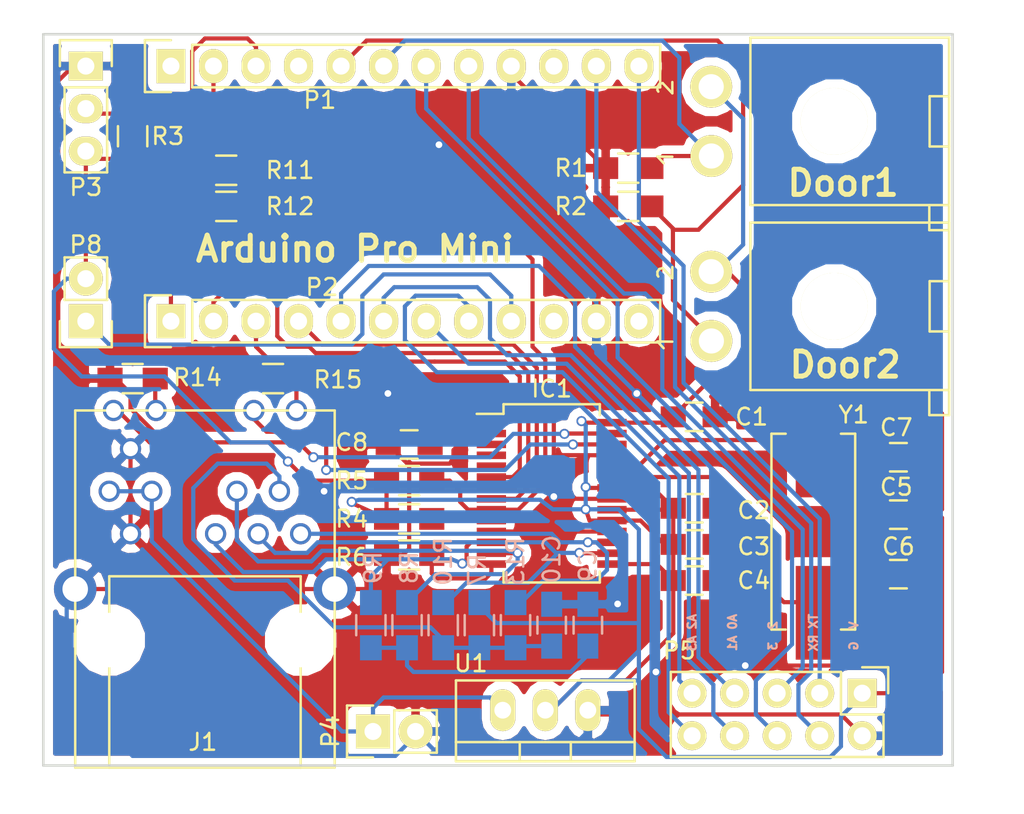
<source format=kicad_pcb>
(kicad_pcb (version 4) (host pcbnew 4.0.4+dfsg1-stable)

  (general
    (links 99)
    (no_connects 0)
    (area 25.153 28.818 86.60696 77.677333)
    (thickness 1.6)
    (drawings 8)
    (tracks 549)
    (zones 0)
    (modules 37)
    (nets 45)
  )

  (page A4)
  (layers
    (0 F.Cu signal)
    (31 B.Cu signal)
    (32 B.Adhes user)
    (33 F.Adhes user)
    (34 B.Paste user)
    (35 F.Paste user)
    (36 B.SilkS user)
    (37 F.SilkS user)
    (38 B.Mask user)
    (39 F.Mask user)
    (40 Dwgs.User user)
    (41 Cmts.User user)
    (42 Eco1.User user)
    (43 Eco2.User user)
    (44 Edge.Cuts user)
    (45 Margin user)
    (46 B.CrtYd user)
    (47 F.CrtYd user)
    (48 B.Fab user)
    (49 F.Fab user)
  )

  (setup
    (last_trace_width 0.25)
    (trace_clearance 0.2)
    (zone_clearance 0.508)
    (zone_45_only no)
    (trace_min 0.2)
    (segment_width 0.2)
    (edge_width 0.15)
    (via_size 0.6)
    (via_drill 0.4)
    (via_min_size 0.4)
    (via_min_drill 0.3)
    (uvia_size 0.3)
    (uvia_drill 0.1)
    (uvias_allowed no)
    (uvia_min_size 0.2)
    (uvia_min_drill 0.1)
    (pcb_text_width 0.3)
    (pcb_text_size 1.5 1.5)
    (mod_edge_width 0.15)
    (mod_text_size 1 1)
    (mod_text_width 0.15)
    (pad_size 1.524 1.524)
    (pad_drill 0.762)
    (pad_to_mask_clearance 0.2)
    (aux_axis_origin 0 0)
    (visible_elements FFFEFF7F)
    (pcbplotparams
      (layerselection 0x00030_80000001)
      (usegerberextensions false)
      (excludeedgelayer true)
      (linewidth 0.100000)
      (plotframeref false)
      (viasonmask false)
      (mode 1)
      (useauxorigin false)
      (hpglpennumber 1)
      (hpglpenspeed 20)
      (hpglpendiameter 15)
      (hpglpenoverlay 2)
      (psnegative false)
      (psa4output false)
      (plotreference true)
      (plotvalue true)
      (plotinvisibletext false)
      (padsonsilk false)
      (subtractmaskfromsilk false)
      (outputformat 1)
      (mirror false)
      (drillshape 1)
      (scaleselection 1)
      (outputdirectory ""))
  )

  (net 0 "")
  (net 1 /+3.3v)
  (net 2 /GND)
  (net 3 "Net-(C6-Pad1)")
  (net 4 "Net-(C7-Pad1)")
  (net 5 "Net-(C8-Pad2)")
  (net 6 "Net-(C9-Pad2)")
  (net 7 "Net-(C10-Pad2)")
  (net 8 /MISO)
  (net 9 /MOSI)
  (net 10 /SCK)
  (net 11 /CS)
  (net 12 /RST)
  (net 13 "Net-(IC1-Pad14)")
  (net 14 /LEDB)
  (net 15 /LEDA)
  (net 16 "Net-(J1-PadYK)")
  (net 17 "Net-(J1-PadGK)")
  (net 18 /VIN)
  (net 19 /SW1)
  (net 20 /SW2)
  (net 21 /TEMP)
  (net 22 /TX)
  (net 23 /RX)
  (net 24 /PA0)
  (net 25 /PA1)
  (net 26 /PA2)
  (net 27 /PA3)
  (net 28 /P2)
  (net 29 /P3)
  (net 30 /P8)
  (net 31 /P10)
  (net 32 "Net-(P7-Pad9)")
  (net 33 /CLKOUT)
  (net 34 /Int)
  (net 35 /WOL)
  (net 36 /TPIN-)
  (net 37 /TPIN+)
  (net 38 /TPOUT-)
  (net 39 /TPOUT+)
  (net 40 /P9)
  (net 41 /P6)
  (net 42 "Net-(P6-Pad10)")
  (net 43 "Net-(P7-Pad10)")
  (net 44 "Net-(P7-Pad12)")

  (net_class Default "This is the default net class."
    (clearance 0.2)
    (trace_width 0.25)
    (via_dia 0.6)
    (via_drill 0.4)
    (uvia_dia 0.3)
    (uvia_drill 0.1)
    (add_net /+3.3v)
    (add_net /CLKOUT)
    (add_net /CS)
    (add_net /GND)
    (add_net /Int)
    (add_net /LEDA)
    (add_net /LEDB)
    (add_net /MISO)
    (add_net /MOSI)
    (add_net /P10)
    (add_net /P2)
    (add_net /P3)
    (add_net /P6)
    (add_net /P8)
    (add_net /P9)
    (add_net /PA0)
    (add_net /PA1)
    (add_net /PA2)
    (add_net /PA3)
    (add_net /RST)
    (add_net /RX)
    (add_net /SCK)
    (add_net /SW1)
    (add_net /SW2)
    (add_net /TEMP)
    (add_net /TPIN+)
    (add_net /TPIN-)
    (add_net /TPOUT+)
    (add_net /TPOUT-)
    (add_net /TX)
    (add_net /VIN)
    (add_net /WOL)
    (add_net "Net-(C10-Pad2)")
    (add_net "Net-(C6-Pad1)")
    (add_net "Net-(C7-Pad1)")
    (add_net "Net-(C8-Pad2)")
    (add_net "Net-(C9-Pad2)")
    (add_net "Net-(IC1-Pad14)")
    (add_net "Net-(J1-PadGK)")
    (add_net "Net-(J1-PadYK)")
    (add_net "Net-(P6-Pad10)")
    (add_net "Net-(P7-Pad10)")
    (add_net "Net-(P7-Pad12)")
    (add_net "Net-(P7-Pad9)")
  )

  (module Magjack:MagJack-SI-52008-F (layer F.Cu) (tedit 58CF1376) (tstamp 58CF1531)
    (at 31.75 74.803)
    (path /58CCD772)
    (fp_text reference J1 (at 5.588 -1.524) (layer F.SilkS)
      (effects (font (size 1 1) (thickness 0.15)))
    )
    (fp_text value RJ45-SI52008-F (at 5.842 -3.556) (layer F.Fab)
      (effects (font (size 1 1) (thickness 0.15)))
    )
    (fp_line (start -2.032 0) (end 13.462 0) (layer F.SilkS) (width 0.15))
    (fp_line (start 13.462 0) (end 13.462 -21.336) (layer F.SilkS) (width 0.15))
    (fp_line (start 13.462 -21.336) (end -2.032 -21.336) (layer F.SilkS) (width 0.15))
    (fp_line (start -2.032 -21.336) (end -2.032 0) (layer F.SilkS) (width 0.15))
    (fp_line (start 0 0) (end 11.43 0) (layer F.SilkS) (width 0.15))
    (fp_line (start 11.43 0) (end 11.43 -11.43) (layer F.SilkS) (width 0.15))
    (fp_line (start 11.43 -11.43) (end 0 -11.43) (layer F.SilkS) (width 0.15))
    (fp_line (start 0 -11.43) (end 0 0) (layer F.SilkS) (width 0.15))
    (pad YA thru_hole circle (at 8.636 -21.336) (size 1.27 1.27) (drill 0.889) (layers *.Cu *.Mask)
      (net 14 /LEDB))
    (pad YK thru_hole circle (at 11.176 -21.336) (size 1.27 1.27) (drill 0.889) (layers *.Cu *.Mask)
      (net 16 "Net-(J1-PadYK)"))
    (pad GK thru_hole circle (at 2.794 -21.336) (size 1.27 1.27) (drill 0.889) (layers *.Cu *.Mask)
      (net 17 "Net-(J1-PadGK)"))
    (pad GA thru_hole circle (at 0.254 -21.336) (size 1.27 1.27) (drill 0.889) (layers *.Cu *.Mask)
      (net 15 /LEDA))
    (pad 11 thru_hole circle (at 1.27 -19.05) (size 1.27 1.27) (drill 0.889) (layers *.Cu *.Mask)
      (net 2 /GND))
    (pad 8 thru_hole circle (at 2.54 -16.51) (size 1.27 1.27) (drill 0.889) (layers *.Cu *.Mask)
      (net 18 /VIN))
    (pad 9 thru_hole circle (at 1.27 -13.97) (size 1.27 1.27) (drill 0.889) (layers *.Cu *.Mask)
      (net 2 /GND))
    (pad 10 thru_hole circle (at 0 -16.51) (size 1.27 1.27) (drill 0.889) (layers *.Cu *.Mask)
      (net 18 /VIN))
    (pad 5 thru_hole circle (at 6.35 -13.97) (size 1.27 1.27) (drill 0.889) (layers *.Cu *.Mask)
      (net 36 /TPIN-))
    (pad 4 thru_hole circle (at 7.62 -16.51) (size 1.27 1.27) (drill 0.889) (layers *.Cu *.Mask)
      (net 37 /TPIN+))
    (pad 3 thru_hole circle (at 8.89 -13.97) (size 1.27 1.27) (drill 0.889) (layers *.Cu *.Mask)
      (net 38 /TPOUT-))
    (pad 2 thru_hole circle (at 10.16 -16.51) (size 1.27 1.27) (drill 0.889) (layers *.Cu *.Mask)
      (net 7 "Net-(C10-Pad2)"))
    (pad 13 thru_hole circle (at -2.032 -10.668) (size 2.54 2.54) (drill 1.524) (layers *.Cu *.Mask)
      (net 2 /GND))
    (pad "" np_thru_hole circle (at 11.43 -7.62) (size 3.2512 3.2512) (drill 3.2512) (layers *.Cu *.Mask))
    (pad "" np_thru_hole circle (at 0 -7.62) (size 3.2512 3.2512) (drill 3.2512) (layers *.Cu *.Mask))
    (pad 13 thru_hole circle (at 13.462 -10.668) (size 2.54 2.54) (drill 1.524) (layers *.Cu *.Mask)
      (net 2 /GND))
    (pad 1 thru_hole circle (at 11.43 -13.97) (size 1.27 1.27) (drill 0.889) (layers *.Cu *.Mask)
      (net 39 /TPOUT+))
  )

  (module Capacitors_SMD:C_0805_HandSoldering (layer F.Cu) (tedit 58CF1EAC) (tstamp 58CF14BE)
    (at 66.675 53.848)
    (descr "Capacitor SMD 0805, hand soldering")
    (tags "capacitor 0805")
    (path /58CD5F17)
    (attr smd)
    (fp_text reference C1 (at 3.429 0) (layer F.SilkS)
      (effects (font (size 1 1) (thickness 0.15)))
    )
    (fp_text value C_Small (at 0 2.1) (layer F.Fab)
      (effects (font (size 1 1) (thickness 0.15)))
    )
    (fp_line (start -2.3 -1) (end 2.3 -1) (layer F.CrtYd) (width 0.05))
    (fp_line (start -2.3 1) (end 2.3 1) (layer F.CrtYd) (width 0.05))
    (fp_line (start -2.3 -1) (end -2.3 1) (layer F.CrtYd) (width 0.05))
    (fp_line (start 2.3 -1) (end 2.3 1) (layer F.CrtYd) (width 0.05))
    (fp_line (start 0.5 -0.85) (end -0.5 -0.85) (layer F.SilkS) (width 0.15))
    (fp_line (start -0.5 0.85) (end 0.5 0.85) (layer F.SilkS) (width 0.15))
    (pad 1 smd rect (at -1.25 0) (size 1.5 1.25) (layers F.Cu F.Paste F.Mask)
      (net 1 /+3.3v))
    (pad 2 smd rect (at 1.25 0) (size 1.5 1.25) (layers F.Cu F.Paste F.Mask)
      (net 2 /GND))
    (model Capacitors_SMD.3dshapes/C_0805_HandSoldering.wrl
      (at (xyz 0 0 0))
      (scale (xyz 1 1 1))
      (rotate (xyz 0 0 0))
    )
  )

  (module Capacitors_SMD:C_0805_HandSoldering (layer F.Cu) (tedit 58CF1EAE) (tstamp 58CF14C4)
    (at 66.675 59.309)
    (descr "Capacitor SMD 0805, hand soldering")
    (tags "capacitor 0805")
    (path /58CD5F9C)
    (attr smd)
    (fp_text reference C2 (at 3.556 0.127) (layer F.SilkS)
      (effects (font (size 1 1) (thickness 0.15)))
    )
    (fp_text value C_Small (at 0 2.1) (layer F.Fab)
      (effects (font (size 1 1) (thickness 0.15)))
    )
    (fp_line (start -2.3 -1) (end 2.3 -1) (layer F.CrtYd) (width 0.05))
    (fp_line (start -2.3 1) (end 2.3 1) (layer F.CrtYd) (width 0.05))
    (fp_line (start -2.3 -1) (end -2.3 1) (layer F.CrtYd) (width 0.05))
    (fp_line (start 2.3 -1) (end 2.3 1) (layer F.CrtYd) (width 0.05))
    (fp_line (start 0.5 -0.85) (end -0.5 -0.85) (layer F.SilkS) (width 0.15))
    (fp_line (start -0.5 0.85) (end 0.5 0.85) (layer F.SilkS) (width 0.15))
    (pad 1 smd rect (at -1.25 0) (size 1.5 1.25) (layers F.Cu F.Paste F.Mask)
      (net 1 /+3.3v))
    (pad 2 smd rect (at 1.25 0) (size 1.5 1.25) (layers F.Cu F.Paste F.Mask)
      (net 2 /GND))
    (model Capacitors_SMD.3dshapes/C_0805_HandSoldering.wrl
      (at (xyz 0 0 0))
      (scale (xyz 1 1 1))
      (rotate (xyz 0 0 0))
    )
  )

  (module Capacitors_SMD:C_0805_HandSoldering (layer F.Cu) (tedit 58CF1EB0) (tstamp 58CF14CA)
    (at 66.675 61.468)
    (descr "Capacitor SMD 0805, hand soldering")
    (tags "capacitor 0805")
    (path /58CD5FF1)
    (attr smd)
    (fp_text reference C3 (at 3.556 0.127) (layer F.SilkS)
      (effects (font (size 1 1) (thickness 0.15)))
    )
    (fp_text value C_Small (at 0 2.1) (layer F.Fab)
      (effects (font (size 1 1) (thickness 0.15)))
    )
    (fp_line (start -2.3 -1) (end 2.3 -1) (layer F.CrtYd) (width 0.05))
    (fp_line (start -2.3 1) (end 2.3 1) (layer F.CrtYd) (width 0.05))
    (fp_line (start -2.3 -1) (end -2.3 1) (layer F.CrtYd) (width 0.05))
    (fp_line (start 2.3 -1) (end 2.3 1) (layer F.CrtYd) (width 0.05))
    (fp_line (start 0.5 -0.85) (end -0.5 -0.85) (layer F.SilkS) (width 0.15))
    (fp_line (start -0.5 0.85) (end 0.5 0.85) (layer F.SilkS) (width 0.15))
    (pad 1 smd rect (at -1.25 0) (size 1.5 1.25) (layers F.Cu F.Paste F.Mask)
      (net 1 /+3.3v))
    (pad 2 smd rect (at 1.25 0) (size 1.5 1.25) (layers F.Cu F.Paste F.Mask)
      (net 2 /GND))
    (model Capacitors_SMD.3dshapes/C_0805_HandSoldering.wrl
      (at (xyz 0 0 0))
      (scale (xyz 1 1 1))
      (rotate (xyz 0 0 0))
    )
  )

  (module Capacitors_SMD:C_0805_HandSoldering (layer F.Cu) (tedit 58CF1EB2) (tstamp 58CF14D0)
    (at 66.675 63.627)
    (descr "Capacitor SMD 0805, hand soldering")
    (tags "capacitor 0805")
    (path /58CD60D6)
    (attr smd)
    (fp_text reference C4 (at 3.556 0) (layer F.SilkS)
      (effects (font (size 1 1) (thickness 0.15)))
    )
    (fp_text value C_Small (at 0 2.1) (layer F.Fab)
      (effects (font (size 1 1) (thickness 0.15)))
    )
    (fp_line (start -2.3 -1) (end 2.3 -1) (layer F.CrtYd) (width 0.05))
    (fp_line (start -2.3 1) (end 2.3 1) (layer F.CrtYd) (width 0.05))
    (fp_line (start -2.3 -1) (end -2.3 1) (layer F.CrtYd) (width 0.05))
    (fp_line (start 2.3 -1) (end 2.3 1) (layer F.CrtYd) (width 0.05))
    (fp_line (start 0.5 -0.85) (end -0.5 -0.85) (layer F.SilkS) (width 0.15))
    (fp_line (start -0.5 0.85) (end 0.5 0.85) (layer F.SilkS) (width 0.15))
    (pad 1 smd rect (at -1.25 0) (size 1.5 1.25) (layers F.Cu F.Paste F.Mask)
      (net 1 /+3.3v))
    (pad 2 smd rect (at 1.25 0) (size 1.5 1.25) (layers F.Cu F.Paste F.Mask)
      (net 2 /GND))
    (model Capacitors_SMD.3dshapes/C_0805_HandSoldering.wrl
      (at (xyz 0 0 0))
      (scale (xyz 1 1 1))
      (rotate (xyz 0 0 0))
    )
  )

  (module Capacitors_SMD:C_0805_HandSoldering (layer F.Cu) (tedit 58D0F6D3) (tstamp 58CF14D6)
    (at 78.867 59.69)
    (descr "Capacitor SMD 0805, hand soldering")
    (tags "capacitor 0805")
    (path /58CBE799)
    (attr smd)
    (fp_text reference C5 (at -0.127 -1.651) (layer F.SilkS)
      (effects (font (size 1 1) (thickness 0.15)))
    )
    (fp_text value C_Small (at 0 2.1) (layer F.Fab)
      (effects (font (size 1 1) (thickness 0.15)))
    )
    (fp_line (start -2.3 -1) (end 2.3 -1) (layer F.CrtYd) (width 0.05))
    (fp_line (start -2.3 1) (end 2.3 1) (layer F.CrtYd) (width 0.05))
    (fp_line (start -2.3 -1) (end -2.3 1) (layer F.CrtYd) (width 0.05))
    (fp_line (start 2.3 -1) (end 2.3 1) (layer F.CrtYd) (width 0.05))
    (fp_line (start 0.5 -0.85) (end -0.5 -0.85) (layer F.SilkS) (width 0.15))
    (fp_line (start -0.5 0.85) (end 0.5 0.85) (layer F.SilkS) (width 0.15))
    (pad 1 smd rect (at -1.25 0) (size 1.5 1.25) (layers F.Cu F.Paste F.Mask)
      (net 2 /GND))
    (pad 2 smd rect (at 1.25 0) (size 1.5 1.25) (layers F.Cu F.Paste F.Mask)
      (net 1 /+3.3v))
    (model Capacitors_SMD.3dshapes/C_0805_HandSoldering.wrl
      (at (xyz 0 0 0))
      (scale (xyz 1 1 1))
      (rotate (xyz 0 0 0))
    )
  )

  (module Capacitors_SMD:C_0805_HandSoldering (layer F.Cu) (tedit 58D0F6CD) (tstamp 58CF14DC)
    (at 78.867 63.246)
    (descr "Capacitor SMD 0805, hand soldering")
    (tags "capacitor 0805")
    (path /58CBE2F8)
    (attr smd)
    (fp_text reference C6 (at 0 -1.651) (layer F.SilkS)
      (effects (font (size 1 1) (thickness 0.15)))
    )
    (fp_text value C_Small (at 0 2.1) (layer F.Fab)
      (effects (font (size 1 1) (thickness 0.15)))
    )
    (fp_line (start -2.3 -1) (end 2.3 -1) (layer F.CrtYd) (width 0.05))
    (fp_line (start -2.3 1) (end 2.3 1) (layer F.CrtYd) (width 0.05))
    (fp_line (start -2.3 -1) (end -2.3 1) (layer F.CrtYd) (width 0.05))
    (fp_line (start 2.3 -1) (end 2.3 1) (layer F.CrtYd) (width 0.05))
    (fp_line (start 0.5 -0.85) (end -0.5 -0.85) (layer F.SilkS) (width 0.15))
    (fp_line (start -0.5 0.85) (end 0.5 0.85) (layer F.SilkS) (width 0.15))
    (pad 1 smd rect (at -1.25 0) (size 1.5 1.25) (layers F.Cu F.Paste F.Mask)
      (net 3 "Net-(C6-Pad1)"))
    (pad 2 smd rect (at 1.25 0) (size 1.5 1.25) (layers F.Cu F.Paste F.Mask)
      (net 2 /GND))
    (model Capacitors_SMD.3dshapes/C_0805_HandSoldering.wrl
      (at (xyz 0 0 0))
      (scale (xyz 1 1 1))
      (rotate (xyz 0 0 0))
    )
  )

  (module Capacitors_SMD:C_0805_HandSoldering (layer F.Cu) (tedit 58D0F6DB) (tstamp 58CF14E2)
    (at 78.867 56.261)
    (descr "Capacitor SMD 0805, hand soldering")
    (tags "capacitor 0805")
    (path /58CBE2B6)
    (attr smd)
    (fp_text reference C7 (at -0.127 -1.778) (layer F.SilkS)
      (effects (font (size 1 1) (thickness 0.15)))
    )
    (fp_text value C_Small (at 0 2.1) (layer F.Fab)
      (effects (font (size 1 1) (thickness 0.15)))
    )
    (fp_line (start -2.3 -1) (end 2.3 -1) (layer F.CrtYd) (width 0.05))
    (fp_line (start -2.3 1) (end 2.3 1) (layer F.CrtYd) (width 0.05))
    (fp_line (start -2.3 -1) (end -2.3 1) (layer F.CrtYd) (width 0.05))
    (fp_line (start 2.3 -1) (end 2.3 1) (layer F.CrtYd) (width 0.05))
    (fp_line (start 0.5 -0.85) (end -0.5 -0.85) (layer F.SilkS) (width 0.15))
    (fp_line (start -0.5 0.85) (end 0.5 0.85) (layer F.SilkS) (width 0.15))
    (pad 1 smd rect (at -1.25 0) (size 1.5 1.25) (layers F.Cu F.Paste F.Mask)
      (net 4 "Net-(C7-Pad1)"))
    (pad 2 smd rect (at 1.25 0) (size 1.5 1.25) (layers F.Cu F.Paste F.Mask)
      (net 2 /GND))
    (model Capacitors_SMD.3dshapes/C_0805_HandSoldering.wrl
      (at (xyz 0 0 0))
      (scale (xyz 1 1 1))
      (rotate (xyz 0 0 0))
    )
  )

  (module Capacitors_SMD:C_0805_HandSoldering (layer F.Cu) (tedit 58CF233F) (tstamp 58CF14E8)
    (at 49.657 55.499)
    (descr "Capacitor SMD 0805, hand soldering")
    (tags "capacitor 0805")
    (path /58CBE3D3)
    (attr smd)
    (fp_text reference C8 (at -3.429 -0.127) (layer F.SilkS)
      (effects (font (size 1 1) (thickness 0.15)))
    )
    (fp_text value C_Small (at 0 2.1) (layer F.Fab) hide
      (effects (font (size 1 1) (thickness 0.15)))
    )
    (fp_line (start -2.3 -1) (end 2.3 -1) (layer F.CrtYd) (width 0.05))
    (fp_line (start -2.3 1) (end 2.3 1) (layer F.CrtYd) (width 0.05))
    (fp_line (start -2.3 -1) (end -2.3 1) (layer F.CrtYd) (width 0.05))
    (fp_line (start 2.3 -1) (end 2.3 1) (layer F.CrtYd) (width 0.05))
    (fp_line (start 0.5 -0.85) (end -0.5 -0.85) (layer F.SilkS) (width 0.15))
    (fp_line (start -0.5 0.85) (end 0.5 0.85) (layer F.SilkS) (width 0.15))
    (pad 1 smd rect (at -1.25 0) (size 1.5 1.25) (layers F.Cu F.Paste F.Mask)
      (net 2 /GND))
    (pad 2 smd rect (at 1.25 0) (size 1.5 1.25) (layers F.Cu F.Paste F.Mask)
      (net 5 "Net-(C8-Pad2)"))
    (model Capacitors_SMD.3dshapes/C_0805_HandSoldering.wrl
      (at (xyz 0 0 0))
      (scale (xyz 1 1 1))
      (rotate (xyz 0 0 0))
    )
  )

  (module Capacitors_SMD:C_0805_HandSoldering (layer B.Cu) (tedit 58CF1FF2) (tstamp 58CF14EE)
    (at 60.325 66.294 270)
    (descr "Capacitor SMD 0805, hand soldering")
    (tags "capacitor 0805")
    (path /58CD04BA)
    (attr smd)
    (fp_text reference C9 (at -3.556 0 270) (layer B.SilkS)
      (effects (font (size 1 1) (thickness 0.15)) (justify mirror))
    )
    (fp_text value C_Small (at 0 -2.1 270) (layer B.Fab)
      (effects (font (size 1 1) (thickness 0.15)) (justify mirror))
    )
    (fp_line (start -2.3 1) (end 2.3 1) (layer B.CrtYd) (width 0.05))
    (fp_line (start -2.3 -1) (end 2.3 -1) (layer B.CrtYd) (width 0.05))
    (fp_line (start -2.3 1) (end -2.3 -1) (layer B.CrtYd) (width 0.05))
    (fp_line (start 2.3 1) (end 2.3 -1) (layer B.CrtYd) (width 0.05))
    (fp_line (start 0.5 0.85) (end -0.5 0.85) (layer B.SilkS) (width 0.15))
    (fp_line (start -0.5 -0.85) (end 0.5 -0.85) (layer B.SilkS) (width 0.15))
    (pad 1 smd rect (at -1.25 0 270) (size 1.5 1.25) (layers B.Cu B.Paste B.Mask)
      (net 2 /GND))
    (pad 2 smd rect (at 1.25 0 270) (size 1.5 1.25) (layers B.Cu B.Paste B.Mask)
      (net 6 "Net-(C9-Pad2)"))
    (model Capacitors_SMD.3dshapes/C_0805_HandSoldering.wrl
      (at (xyz 0 0 0))
      (scale (xyz 1 1 1))
      (rotate (xyz 0 0 0))
    )
  )

  (module Capacitors_SMD:C_0805_HandSoldering (layer B.Cu) (tedit 58CF1FDB) (tstamp 58CF14F4)
    (at 58.166 66.294 270)
    (descr "Capacitor SMD 0805, hand soldering")
    (tags "capacitor 0805")
    (path /58CD0477)
    (attr smd)
    (fp_text reference C10 (at -3.937 0 270) (layer B.SilkS)
      (effects (font (size 1 1) (thickness 0.15)) (justify mirror))
    )
    (fp_text value C_Small (at 0 -2.1 270) (layer B.Fab)
      (effects (font (size 1 1) (thickness 0.15)) (justify mirror))
    )
    (fp_line (start -2.3 1) (end 2.3 1) (layer B.CrtYd) (width 0.05))
    (fp_line (start -2.3 -1) (end 2.3 -1) (layer B.CrtYd) (width 0.05))
    (fp_line (start -2.3 1) (end -2.3 -1) (layer B.CrtYd) (width 0.05))
    (fp_line (start 2.3 1) (end 2.3 -1) (layer B.CrtYd) (width 0.05))
    (fp_line (start 0.5 0.85) (end -0.5 0.85) (layer B.SilkS) (width 0.15))
    (fp_line (start -0.5 -0.85) (end 0.5 -0.85) (layer B.SilkS) (width 0.15))
    (pad 1 smd rect (at -1.25 0 270) (size 1.5 1.25) (layers B.Cu B.Paste B.Mask)
      (net 2 /GND))
    (pad 2 smd rect (at 1.25 0 270) (size 1.5 1.25) (layers B.Cu B.Paste B.Mask)
      (net 7 "Net-(C10-Pad2)"))
    (model Capacitors_SMD.3dshapes/C_0805_HandSoldering.wrl
      (at (xyz 0 0 0))
      (scale (xyz 1 1 1))
      (rotate (xyz 0 0 0))
    )
  )

  (module Housings_SSOP:SSOP-28_5.3x10.2mm_Pitch0.65mm (layer F.Cu) (tedit 54130A77) (tstamp 58CF1514)
    (at 58.166 58.42)
    (descr "28-Lead Plastic Shrink Small Outline (SS)-5.30 mm Body [SSOP] (see Microchip Packaging Specification 00000049BS.pdf)")
    (tags "SSOP 0.65")
    (path /58CBB4DC)
    (attr smd)
    (fp_text reference IC1 (at 0 -6.25) (layer F.SilkS)
      (effects (font (size 1 1) (thickness 0.15)))
    )
    (fp_text value ENC28J60-C/SS (at 0 6.25) (layer F.Fab)
      (effects (font (size 1 1) (thickness 0.15)))
    )
    (fp_circle (center -2 -4.5) (end -2.25 -4.5) (layer F.Fab) (width 0.15))
    (fp_line (start -2.7 5.1) (end -2.7 -5.1) (layer F.Fab) (width 0.15))
    (fp_line (start 2.7 5.1) (end -2.7 5.1) (layer F.Fab) (width 0.15))
    (fp_line (start 2.7 -5.1) (end 2.7 5.1) (layer F.Fab) (width 0.15))
    (fp_line (start -2.7 -5.1) (end 2.7 -5.1) (layer F.Fab) (width 0.15))
    (fp_line (start -4.75 -5.5) (end -4.75 5.5) (layer F.CrtYd) (width 0.05))
    (fp_line (start 4.75 -5.5) (end 4.75 5.5) (layer F.CrtYd) (width 0.05))
    (fp_line (start -4.75 -5.5) (end 4.75 -5.5) (layer F.CrtYd) (width 0.05))
    (fp_line (start -4.75 5.5) (end 4.75 5.5) (layer F.CrtYd) (width 0.05))
    (fp_line (start -2.875 -5.325) (end -2.875 -4.75) (layer F.SilkS) (width 0.15))
    (fp_line (start 2.875 -5.325) (end 2.875 -4.675) (layer F.SilkS) (width 0.15))
    (fp_line (start 2.875 5.325) (end 2.875 4.675) (layer F.SilkS) (width 0.15))
    (fp_line (start -2.875 5.325) (end -2.875 4.675) (layer F.SilkS) (width 0.15))
    (fp_line (start -2.875 -5.325) (end 2.875 -5.325) (layer F.SilkS) (width 0.15))
    (fp_line (start -2.875 5.325) (end 2.875 5.325) (layer F.SilkS) (width 0.15))
    (fp_line (start -2.875 -4.75) (end -4.475 -4.75) (layer F.SilkS) (width 0.15))
    (pad 1 smd rect (at -3.6 -4.225) (size 1.75 0.45) (layers F.Cu F.Paste F.Mask)
      (net 5 "Net-(C8-Pad2)"))
    (pad 2 smd rect (at -3.6 -3.575) (size 1.75 0.45) (layers F.Cu F.Paste F.Mask)
      (net 2 /GND))
    (pad 3 smd rect (at -3.6 -2.925) (size 1.75 0.45) (layers F.Cu F.Paste F.Mask)
      (net 33 /CLKOUT))
    (pad 4 smd rect (at -3.6 -2.275) (size 1.75 0.45) (layers F.Cu F.Paste F.Mask)
      (net 34 /Int))
    (pad 5 smd rect (at -3.6 -1.625) (size 1.75 0.45) (layers F.Cu F.Paste F.Mask)
      (net 35 /WOL))
    (pad 6 smd rect (at -3.6 -0.975) (size 1.75 0.45) (layers F.Cu F.Paste F.Mask)
      (net 8 /MISO))
    (pad 7 smd rect (at -3.6 -0.325) (size 1.75 0.45) (layers F.Cu F.Paste F.Mask)
      (net 9 /MOSI))
    (pad 8 smd rect (at -3.6 0.325) (size 1.75 0.45) (layers F.Cu F.Paste F.Mask)
      (net 10 /SCK))
    (pad 9 smd rect (at -3.6 0.975) (size 1.75 0.45) (layers F.Cu F.Paste F.Mask)
      (net 11 /CS))
    (pad 10 smd rect (at -3.6 1.625) (size 1.75 0.45) (layers F.Cu F.Paste F.Mask)
      (net 12 /RST))
    (pad 11 smd rect (at -3.6 2.275) (size 1.75 0.45) (layers F.Cu F.Paste F.Mask)
      (net 2 /GND))
    (pad 12 smd rect (at -3.6 2.925) (size 1.75 0.45) (layers F.Cu F.Paste F.Mask)
      (net 36 /TPIN-))
    (pad 13 smd rect (at -3.6 3.575) (size 1.75 0.45) (layers F.Cu F.Paste F.Mask)
      (net 37 /TPIN+))
    (pad 14 smd rect (at -3.6 4.225) (size 1.75 0.45) (layers F.Cu F.Paste F.Mask)
      (net 13 "Net-(IC1-Pad14)"))
    (pad 15 smd rect (at 3.6 4.225) (size 1.75 0.45) (layers F.Cu F.Paste F.Mask)
      (net 1 /+3.3v))
    (pad 16 smd rect (at 3.6 3.575) (size 1.75 0.45) (layers F.Cu F.Paste F.Mask)
      (net 38 /TPOUT-))
    (pad 17 smd rect (at 3.6 2.925) (size 1.75 0.45) (layers F.Cu F.Paste F.Mask)
      (net 39 /TPOUT+))
    (pad 18 smd rect (at 3.6 2.275) (size 1.75 0.45) (layers F.Cu F.Paste F.Mask)
      (net 2 /GND))
    (pad 19 smd rect (at 3.6 1.625) (size 1.75 0.45) (layers F.Cu F.Paste F.Mask)
      (net 1 /+3.3v))
    (pad 20 smd rect (at 3.6 0.975) (size 1.75 0.45) (layers F.Cu F.Paste F.Mask)
      (net 1 /+3.3v))
    (pad 21 smd rect (at 3.6 0.325) (size 1.75 0.45) (layers F.Cu F.Paste F.Mask)
      (net 2 /GND))
    (pad 22 smd rect (at 3.6 -0.325) (size 1.75 0.45) (layers F.Cu F.Paste F.Mask)
      (net 1 /+3.3v))
    (pad 23 smd rect (at 3.6 -0.975) (size 1.75 0.45) (layers F.Cu F.Paste F.Mask)
      (net 3 "Net-(C6-Pad1)"))
    (pad 24 smd rect (at 3.6 -1.625) (size 1.75 0.45) (layers F.Cu F.Paste F.Mask)
      (net 4 "Net-(C7-Pad1)"))
    (pad 25 smd rect (at 3.6 -2.275) (size 1.75 0.45) (layers F.Cu F.Paste F.Mask)
      (net 2 /GND))
    (pad 26 smd rect (at 3.6 -2.925) (size 1.75 0.45) (layers F.Cu F.Paste F.Mask)
      (net 14 /LEDB))
    (pad 27 smd rect (at 3.6 -3.575) (size 1.75 0.45) (layers F.Cu F.Paste F.Mask)
      (net 15 /LEDA))
    (pad 28 smd rect (at 3.6 -4.225) (size 1.75 0.45) (layers F.Cu F.Paste F.Mask)
      (net 1 /+3.3v))
    (model Housings_SSOP.3dshapes/SSOP-28_5.3x10.2mm_Pitch0.65mm.wrl
      (at (xyz 0 0 0))
      (scale (xyz 1 1 1))
      (rotate (xyz 0 0 0))
    )
  )

  (module Sockets_Mini-Universal:MiniUniversalMate-N-LokSocket_2PinHorizontal (layer F.Cu) (tedit 58D2D4AA) (tstamp 58CF1538)
    (at 67.691 36.195 90)
    (descr "Mini Universal Mate-N-Lok Socket, 2 Pin, Horizontal,")
    (tags "Mini Universal Mate-N-Lok Socket, 2 Pin, Horizontal,")
    (path /58CD355C)
    (fp_text reference P1 (at 1.27 -23.368 180) (layer F.SilkS)
      (effects (font (size 1 1) (thickness 0.15)))
    )
    (fp_text value Door1 (at -0.16002 17.84096 90) (layer F.Fab)
      (effects (font (size 1 1) (thickness 0.15)))
    )
    (fp_line (start -5.00126 14.20114) (end -6.49986 14.20114) (layer F.SilkS) (width 0.15))
    (fp_line (start -6.49986 14.20114) (end -6.49986 13.02004) (layer F.SilkS) (width 0.15))
    (fp_line (start -6.49986 13.02004) (end -5.00126 13.02004) (layer F.SilkS) (width 0.15))
    (fp_line (start 1.50114 14.20114) (end 1.50114 13.04036) (layer F.SilkS) (width 0.15))
    (fp_line (start 1.50114 13.04036) (end -1.50114 13.04036) (layer F.SilkS) (width 0.15))
    (fp_line (start -1.50114 13.04036) (end -1.50114 14.20114) (layer F.SilkS) (width 0.15))
    (fp_line (start -5.00126 14.20114) (end -5.00126 2.33934) (layer F.SilkS) (width 0.15))
    (fp_line (start -5.00126 2.33934) (end 5.00126 2.33934) (layer F.SilkS) (width 0.15))
    (fp_line (start 5.00126 2.33934) (end 5.00126 14.20114) (layer F.SilkS) (width 0.15))
    (fp_line (start 0 14.20114) (end -5.00126 14.20114) (layer F.SilkS) (width 0.15))
    (fp_line (start 0 14.20114) (end 5.00126 14.20114) (layer F.SilkS) (width 0.15))
    (fp_line (start 1.778 -3.15976) (end 1.8669 -3.21056) (layer F.SilkS) (width 0.15))
    (fp_line (start 1.8669 -3.21056) (end 2.06756 -3.21056) (layer F.SilkS) (width 0.15))
    (fp_line (start 2.06756 -3.21056) (end 2.22758 -3.10134) (layer F.SilkS) (width 0.15))
    (fp_line (start 2.22758 -3.10134) (end 2.286 -2.90068) (layer F.SilkS) (width 0.15))
    (fp_line (start 2.286 -2.90068) (end 1.6764 -2.32156) (layer F.SilkS) (width 0.15))
    (fp_line (start 1.6764 -2.32156) (end 2.34696 -2.32156) (layer F.SilkS) (width 0.15))
    (fp_line (start -2.5019 -2.83972) (end -2.10312 -3.21056) (layer F.SilkS) (width 0.15))
    (fp_line (start -2.10312 -3.21056) (end -2.11328 -2.32156) (layer F.SilkS) (width 0.15))
    (pad 2 thru_hole circle (at 2.0701 0 180) (size 2.49936 2.49936) (drill 1.50114) (layers *.Cu *.Mask F.SilkS)
      (net 1 /+3.3v))
    (pad "" np_thru_hole circle (at 0 7.3406 90) (size 4.0005 4.0005) (drill 4.0005) (layers *.Cu *.Mask F.SilkS))
    (pad 1 thru_hole circle (at -2.0701 0.01016 180) (size 2.49936 2.49936) (drill 1.50114) (layers *.Cu *.Mask F.SilkS)
      (net 19 /SW1))
  )

  (module Sockets_Mini-Universal:MiniUniversalMate-N-LokSocket_2PinHorizontal (layer F.Cu) (tedit 58D2D4A5) (tstamp 58CF153F)
    (at 67.691 47.244 90)
    (descr "Mini Universal Mate-N-Lok Socket, 2 Pin, Horizontal,")
    (tags "Mini Universal Mate-N-Lok Socket, 2 Pin, Horizontal,")
    (path /58CD4961)
    (fp_text reference P2 (at 1.143 -23.241 180) (layer F.SilkS)
      (effects (font (size 1 1) (thickness 0.15)))
    )
    (fp_text value Door2 (at -0.16002 17.84096 90) (layer F.Fab)
      (effects (font (size 1 1) (thickness 0.15)))
    )
    (fp_line (start -5.00126 14.20114) (end -6.49986 14.20114) (layer F.SilkS) (width 0.15))
    (fp_line (start -6.49986 14.20114) (end -6.49986 13.02004) (layer F.SilkS) (width 0.15))
    (fp_line (start -6.49986 13.02004) (end -5.00126 13.02004) (layer F.SilkS) (width 0.15))
    (fp_line (start 1.50114 14.20114) (end 1.50114 13.04036) (layer F.SilkS) (width 0.15))
    (fp_line (start 1.50114 13.04036) (end -1.50114 13.04036) (layer F.SilkS) (width 0.15))
    (fp_line (start -1.50114 13.04036) (end -1.50114 14.20114) (layer F.SilkS) (width 0.15))
    (fp_line (start -5.00126 14.20114) (end -5.00126 2.33934) (layer F.SilkS) (width 0.15))
    (fp_line (start -5.00126 2.33934) (end 5.00126 2.33934) (layer F.SilkS) (width 0.15))
    (fp_line (start 5.00126 2.33934) (end 5.00126 14.20114) (layer F.SilkS) (width 0.15))
    (fp_line (start 0 14.20114) (end -5.00126 14.20114) (layer F.SilkS) (width 0.15))
    (fp_line (start 0 14.20114) (end 5.00126 14.20114) (layer F.SilkS) (width 0.15))
    (fp_line (start 1.778 -3.15976) (end 1.8669 -3.21056) (layer F.SilkS) (width 0.15))
    (fp_line (start 1.8669 -3.21056) (end 2.06756 -3.21056) (layer F.SilkS) (width 0.15))
    (fp_line (start 2.06756 -3.21056) (end 2.22758 -3.10134) (layer F.SilkS) (width 0.15))
    (fp_line (start 2.22758 -3.10134) (end 2.286 -2.90068) (layer F.SilkS) (width 0.15))
    (fp_line (start 2.286 -2.90068) (end 1.6764 -2.32156) (layer F.SilkS) (width 0.15))
    (fp_line (start 1.6764 -2.32156) (end 2.34696 -2.32156) (layer F.SilkS) (width 0.15))
    (fp_line (start -2.5019 -2.83972) (end -2.10312 -3.21056) (layer F.SilkS) (width 0.15))
    (fp_line (start -2.10312 -3.21056) (end -2.11328 -2.32156) (layer F.SilkS) (width 0.15))
    (pad 2 thru_hole circle (at 2.0701 0 180) (size 2.49936 2.49936) (drill 1.50114) (layers *.Cu *.Mask F.SilkS)
      (net 1 /+3.3v))
    (pad "" np_thru_hole circle (at 0 7.3406 90) (size 4.0005 4.0005) (drill 4.0005) (layers *.Cu *.Mask F.SilkS))
    (pad 1 thru_hole circle (at -2.0701 0.01016 180) (size 2.49936 2.49936) (drill 1.50114) (layers *.Cu *.Mask F.SilkS)
      (net 20 /SW2))
  )

  (module Pin_Headers:Pin_Header_Straight_1x03 (layer F.Cu) (tedit 58D0F70D) (tstamp 58CF1546)
    (at 30.353 32.893)
    (descr "Through hole pin header")
    (tags "pin header")
    (path /58CD4B31)
    (fp_text reference P3 (at 0 7.239) (layer F.SilkS)
      (effects (font (size 1 1) (thickness 0.15)))
    )
    (fp_text value Temp (at 0 -3.1) (layer F.Fab)
      (effects (font (size 1 1) (thickness 0.15)))
    )
    (fp_line (start -1.75 -1.75) (end -1.75 6.85) (layer F.CrtYd) (width 0.05))
    (fp_line (start 1.75 -1.75) (end 1.75 6.85) (layer F.CrtYd) (width 0.05))
    (fp_line (start -1.75 -1.75) (end 1.75 -1.75) (layer F.CrtYd) (width 0.05))
    (fp_line (start -1.75 6.85) (end 1.75 6.85) (layer F.CrtYd) (width 0.05))
    (fp_line (start -1.27 1.27) (end -1.27 6.35) (layer F.SilkS) (width 0.15))
    (fp_line (start -1.27 6.35) (end 1.27 6.35) (layer F.SilkS) (width 0.15))
    (fp_line (start 1.27 6.35) (end 1.27 1.27) (layer F.SilkS) (width 0.15))
    (fp_line (start 1.55 -1.55) (end 1.55 0) (layer F.SilkS) (width 0.15))
    (fp_line (start 1.27 1.27) (end -1.27 1.27) (layer F.SilkS) (width 0.15))
    (fp_line (start -1.55 0) (end -1.55 -1.55) (layer F.SilkS) (width 0.15))
    (fp_line (start -1.55 -1.55) (end 1.55 -1.55) (layer F.SilkS) (width 0.15))
    (pad 1 thru_hole rect (at 0 0) (size 2.032 1.7272) (drill 1.016) (layers *.Cu *.Mask F.SilkS)
      (net 2 /GND))
    (pad 2 thru_hole oval (at 0 2.54) (size 2.032 1.7272) (drill 1.016) (layers *.Cu *.Mask F.SilkS)
      (net 21 /TEMP))
    (pad 3 thru_hole oval (at 0 5.08) (size 2.032 1.7272) (drill 1.016) (layers *.Cu *.Mask F.SilkS)
      (net 1 /+3.3v))
    (model Pin_Headers.3dshapes/Pin_Header_Straight_1x03.wrl
      (at (xyz 0 -0.1 0))
      (scale (xyz 1 1 1))
      (rotate (xyz 0 0 90))
    )
  )

  (module Pin_Headers:Pin_Header_Straight_1x02 (layer F.Cu) (tedit 58CF2325) (tstamp 58CF154C)
    (at 47.498 72.644 90)
    (descr "Through hole pin header")
    (tags "pin header")
    (path /58CD99EF)
    (fp_text reference P4 (at 0 -2.54 90) (layer F.SilkS)
      (effects (font (size 1 1) (thickness 0.15)))
    )
    (fp_text value CONN_01X02 (at 0 -3.1 90) (layer F.Fab)
      (effects (font (size 1 1) (thickness 0.15)))
    )
    (fp_line (start 1.27 1.27) (end 1.27 3.81) (layer F.SilkS) (width 0.15))
    (fp_line (start 1.55 -1.55) (end 1.55 0) (layer F.SilkS) (width 0.15))
    (fp_line (start -1.75 -1.75) (end -1.75 4.3) (layer F.CrtYd) (width 0.05))
    (fp_line (start 1.75 -1.75) (end 1.75 4.3) (layer F.CrtYd) (width 0.05))
    (fp_line (start -1.75 -1.75) (end 1.75 -1.75) (layer F.CrtYd) (width 0.05))
    (fp_line (start -1.75 4.3) (end 1.75 4.3) (layer F.CrtYd) (width 0.05))
    (fp_line (start 1.27 1.27) (end -1.27 1.27) (layer F.SilkS) (width 0.15))
    (fp_line (start -1.55 0) (end -1.55 -1.55) (layer F.SilkS) (width 0.15))
    (fp_line (start -1.55 -1.55) (end 1.55 -1.55) (layer F.SilkS) (width 0.15))
    (fp_line (start -1.27 1.27) (end -1.27 3.81) (layer F.SilkS) (width 0.15))
    (fp_line (start -1.27 3.81) (end 1.27 3.81) (layer F.SilkS) (width 0.15))
    (pad 1 thru_hole rect (at 0 0 90) (size 2.032 2.032) (drill 1.016) (layers *.Cu *.Mask F.SilkS)
      (net 18 /VIN))
    (pad 2 thru_hole oval (at 0 2.54 90) (size 2.032 2.032) (drill 1.016) (layers *.Cu *.Mask F.SilkS)
      (net 2 /GND))
    (model Pin_Headers.3dshapes/Pin_Header_Straight_1x02.wrl
      (at (xyz 0 -0.05 0))
      (scale (xyz 1 1 1))
      (rotate (xyz 0 0 90))
    )
  )

  (module Pin_Headers:Pin_Header_Straight_2x05 (layer F.Cu) (tedit 58D0F6AB) (tstamp 58CF155A)
    (at 76.708 70.358 270)
    (descr "Through hole pin header")
    (tags "pin header")
    (path /58CD85C7)
    (fp_text reference P5 (at -2.54 10.922 360) (layer F.SilkS)
      (effects (font (size 1 1) (thickness 0.15)))
    )
    (fp_text value CONN_02X05 (at 0 -3.1 270) (layer F.Fab)
      (effects (font (size 1 1) (thickness 0.15)))
    )
    (fp_line (start -1.75 -1.75) (end -1.75 11.95) (layer F.CrtYd) (width 0.05))
    (fp_line (start 4.3 -1.75) (end 4.3 11.95) (layer F.CrtYd) (width 0.05))
    (fp_line (start -1.75 -1.75) (end 4.3 -1.75) (layer F.CrtYd) (width 0.05))
    (fp_line (start -1.75 11.95) (end 4.3 11.95) (layer F.CrtYd) (width 0.05))
    (fp_line (start 3.81 -1.27) (end 3.81 11.43) (layer F.SilkS) (width 0.15))
    (fp_line (start 3.81 11.43) (end -1.27 11.43) (layer F.SilkS) (width 0.15))
    (fp_line (start -1.27 11.43) (end -1.27 1.27) (layer F.SilkS) (width 0.15))
    (fp_line (start 3.81 -1.27) (end 1.27 -1.27) (layer F.SilkS) (width 0.15))
    (fp_line (start 0 -1.55) (end -1.55 -1.55) (layer F.SilkS) (width 0.15))
    (fp_line (start 1.27 -1.27) (end 1.27 1.27) (layer F.SilkS) (width 0.15))
    (fp_line (start 1.27 1.27) (end -1.27 1.27) (layer F.SilkS) (width 0.15))
    (fp_line (start -1.55 -1.55) (end -1.55 0) (layer F.SilkS) (width 0.15))
    (pad 1 thru_hole rect (at 0 0 270) (size 1.7272 1.7272) (drill 1.016) (layers *.Cu *.Mask F.SilkS)
      (net 1 /+3.3v))
    (pad 2 thru_hole oval (at 2.54 0 270) (size 1.7272 1.7272) (drill 1.016) (layers *.Cu *.Mask F.SilkS)
      (net 2 /GND))
    (pad 3 thru_hole oval (at 0 2.54 270) (size 1.7272 1.7272) (drill 1.016) (layers *.Cu *.Mask F.SilkS)
      (net 22 /TX))
    (pad 4 thru_hole oval (at 2.54 2.54 270) (size 1.7272 1.7272) (drill 1.016) (layers *.Cu *.Mask F.SilkS)
      (net 23 /RX))
    (pad 5 thru_hole oval (at 0 5.08 270) (size 1.7272 1.7272) (drill 1.016) (layers *.Cu *.Mask F.SilkS)
      (net 28 /P2))
    (pad 6 thru_hole oval (at 2.54 5.08 270) (size 1.7272 1.7272) (drill 1.016) (layers *.Cu *.Mask F.SilkS)
      (net 29 /P3))
    (pad 7 thru_hole oval (at 0 7.62 270) (size 1.7272 1.7272) (drill 1.016) (layers *.Cu *.Mask F.SilkS)
      (net 24 /PA0))
    (pad 8 thru_hole oval (at 2.54 7.62 270) (size 1.7272 1.7272) (drill 1.016) (layers *.Cu *.Mask F.SilkS)
      (net 25 /PA1))
    (pad 9 thru_hole oval (at 0 10.16 270) (size 1.7272 1.7272) (drill 1.016) (layers *.Cu *.Mask F.SilkS)
      (net 26 /PA2))
    (pad 10 thru_hole oval (at 2.54 10.16 270) (size 1.7272 1.7272) (drill 1.016) (layers *.Cu *.Mask F.SilkS)
      (net 27 /PA3))
    (model Pin_Headers.3dshapes/Pin_Header_Straight_2x05.wrl
      (at (xyz 0.05 -0.2 0))
      (scale (xyz 1 1 1))
      (rotate (xyz 0 0 90))
    )
  )

  (module Pin_Headers:Pin_Header_Straight_1x12 (layer F.Cu) (tedit 0) (tstamp 58CF156A)
    (at 35.433 32.893 90)
    (descr "Through hole pin header")
    (tags "pin header")
    (path /58CD67E7)
    (fp_text reference P6 (at 0 -5.1 90) (layer F.SilkS)
      (effects (font (size 1 1) (thickness 0.15)))
    )
    (fp_text value TOP (at 0 -3.1 90) (layer F.Fab)
      (effects (font (size 1 1) (thickness 0.15)))
    )
    (fp_line (start -1.75 -1.75) (end -1.75 29.7) (layer F.CrtYd) (width 0.05))
    (fp_line (start 1.75 -1.75) (end 1.75 29.7) (layer F.CrtYd) (width 0.05))
    (fp_line (start -1.75 -1.75) (end 1.75 -1.75) (layer F.CrtYd) (width 0.05))
    (fp_line (start -1.75 29.7) (end 1.75 29.7) (layer F.CrtYd) (width 0.05))
    (fp_line (start 1.27 1.27) (end 1.27 29.21) (layer F.SilkS) (width 0.15))
    (fp_line (start 1.27 29.21) (end -1.27 29.21) (layer F.SilkS) (width 0.15))
    (fp_line (start -1.27 29.21) (end -1.27 1.27) (layer F.SilkS) (width 0.15))
    (fp_line (start 1.55 -1.55) (end 1.55 0) (layer F.SilkS) (width 0.15))
    (fp_line (start 1.27 1.27) (end -1.27 1.27) (layer F.SilkS) (width 0.15))
    (fp_line (start -1.55 0) (end -1.55 -1.55) (layer F.SilkS) (width 0.15))
    (fp_line (start -1.55 -1.55) (end 1.55 -1.55) (layer F.SilkS) (width 0.15))
    (pad 1 thru_hole rect (at 0 0 90) (size 2.032 1.7272) (drill 1.016) (layers *.Cu *.Mask F.SilkS)
      (net 40 /P9))
    (pad 2 thru_hole oval (at 0 2.54 90) (size 2.032 1.7272) (drill 1.016) (layers *.Cu *.Mask F.SilkS)
      (net 30 /P8))
    (pad 3 thru_hole oval (at 0 5.08 90) (size 2.032 1.7272) (drill 1.016) (layers *.Cu *.Mask F.SilkS)
      (net 21 /TEMP))
    (pad 4 thru_hole oval (at 0 7.62 90) (size 2.032 1.7272) (drill 1.016) (layers *.Cu *.Mask F.SilkS)
      (net 41 /P6))
    (pad 5 thru_hole oval (at 0 10.16 90) (size 2.032 1.7272) (drill 1.016) (layers *.Cu *.Mask F.SilkS)
      (net 20 /SW2))
    (pad 6 thru_hole oval (at 0 12.7 90) (size 2.032 1.7272) (drill 1.016) (layers *.Cu *.Mask F.SilkS)
      (net 19 /SW1))
    (pad 7 thru_hole oval (at 0 15.24 90) (size 2.032 1.7272) (drill 1.016) (layers *.Cu *.Mask F.SilkS)
      (net 29 /P3))
    (pad 8 thru_hole oval (at 0 17.78 90) (size 2.032 1.7272) (drill 1.016) (layers *.Cu *.Mask F.SilkS)
      (net 28 /P2))
    (pad 9 thru_hole oval (at 0 20.32 90) (size 2.032 1.7272) (drill 1.016) (layers *.Cu *.Mask F.SilkS)
      (net 2 /GND))
    (pad 10 thru_hole oval (at 0 22.86 90) (size 2.032 1.7272) (drill 1.016) (layers *.Cu *.Mask F.SilkS)
      (net 42 "Net-(P6-Pad10)"))
    (pad 11 thru_hole oval (at 0 25.4 90) (size 2.032 1.7272) (drill 1.016) (layers *.Cu *.Mask F.SilkS)
      (net 23 /RX))
    (pad 12 thru_hole oval (at 0 27.94 90) (size 2.032 1.7272) (drill 1.016) (layers *.Cu *.Mask F.SilkS)
      (net 22 /TX))
    (model Pin_Headers.3dshapes/Pin_Header_Straight_1x12.wrl
      (at (xyz 0 -0.55 0))
      (scale (xyz 1 1 1))
      (rotate (xyz 0 0 90))
    )
  )

  (module Pin_Headers:Pin_Header_Straight_1x12 (layer F.Cu) (tedit 0) (tstamp 58CF157A)
    (at 35.433 48.133 90)
    (descr "Through hole pin header")
    (tags "pin header")
    (path /58CD6616)
    (fp_text reference P7 (at 0 -5.1 90) (layer F.SilkS)
      (effects (font (size 1 1) (thickness 0.15)))
    )
    (fp_text value Bottom (at 0 -3.1 90) (layer F.Fab)
      (effects (font (size 1 1) (thickness 0.15)))
    )
    (fp_line (start -1.75 -1.75) (end -1.75 29.7) (layer F.CrtYd) (width 0.05))
    (fp_line (start 1.75 -1.75) (end 1.75 29.7) (layer F.CrtYd) (width 0.05))
    (fp_line (start -1.75 -1.75) (end 1.75 -1.75) (layer F.CrtYd) (width 0.05))
    (fp_line (start -1.75 29.7) (end 1.75 29.7) (layer F.CrtYd) (width 0.05))
    (fp_line (start 1.27 1.27) (end 1.27 29.21) (layer F.SilkS) (width 0.15))
    (fp_line (start 1.27 29.21) (end -1.27 29.21) (layer F.SilkS) (width 0.15))
    (fp_line (start -1.27 29.21) (end -1.27 1.27) (layer F.SilkS) (width 0.15))
    (fp_line (start 1.55 -1.55) (end 1.55 0) (layer F.SilkS) (width 0.15))
    (fp_line (start 1.27 1.27) (end -1.27 1.27) (layer F.SilkS) (width 0.15))
    (fp_line (start -1.55 0) (end -1.55 -1.55) (layer F.SilkS) (width 0.15))
    (fp_line (start -1.55 -1.55) (end 1.55 -1.55) (layer F.SilkS) (width 0.15))
    (pad 1 thru_hole rect (at 0 0 90) (size 2.032 1.7272) (drill 1.016) (layers *.Cu *.Mask F.SilkS)
      (net 31 /P10))
    (pad 2 thru_hole oval (at 0 2.54 90) (size 2.032 1.7272) (drill 1.016) (layers *.Cu *.Mask F.SilkS)
      (net 9 /MOSI))
    (pad 3 thru_hole oval (at 0 5.08 90) (size 2.032 1.7272) (drill 1.016) (layers *.Cu *.Mask F.SilkS)
      (net 8 /MISO))
    (pad 4 thru_hole oval (at 0 7.62 90) (size 2.032 1.7272) (drill 1.016) (layers *.Cu *.Mask F.SilkS)
      (net 10 /SCK))
    (pad 5 thru_hole oval (at 0 10.16 90) (size 2.032 1.7272) (drill 1.016) (layers *.Cu *.Mask F.SilkS)
      (net 24 /PA0))
    (pad 6 thru_hole oval (at 0 12.7 90) (size 2.032 1.7272) (drill 1.016) (layers *.Cu *.Mask F.SilkS)
      (net 25 /PA1))
    (pad 7 thru_hole oval (at 0 15.24 90) (size 2.032 1.7272) (drill 1.016) (layers *.Cu *.Mask F.SilkS)
      (net 26 /PA2))
    (pad 8 thru_hole oval (at 0 17.78 90) (size 2.032 1.7272) (drill 1.016) (layers *.Cu *.Mask F.SilkS)
      (net 27 /PA3))
    (pad 9 thru_hole oval (at 0 20.32 90) (size 2.032 1.7272) (drill 1.016) (layers *.Cu *.Mask F.SilkS)
      (net 32 "Net-(P7-Pad9)"))
    (pad 10 thru_hole oval (at 0 22.86 90) (size 2.032 1.7272) (drill 1.016) (layers *.Cu *.Mask F.SilkS)
      (net 43 "Net-(P7-Pad10)"))
    (pad 11 thru_hole oval (at 0 25.4 90) (size 2.032 1.7272) (drill 1.016) (layers *.Cu *.Mask F.SilkS)
      (net 2 /GND))
    (pad 12 thru_hole oval (at 0 27.94 90) (size 2.032 1.7272) (drill 1.016) (layers *.Cu *.Mask F.SilkS)
      (net 44 "Net-(P7-Pad12)"))
    (model Pin_Headers.3dshapes/Pin_Header_Straight_1x12.wrl
      (at (xyz 0 -0.55 0))
      (scale (xyz 1 1 1))
      (rotate (xyz 0 0 90))
    )
  )

  (module Pin_Headers:Pin_Header_Straight_1x02 (layer F.Cu) (tedit 58D0F6FD) (tstamp 58CF1580)
    (at 30.353 48.133 180)
    (descr "Through hole pin header")
    (tags "pin header")
    (path /58CD6C8F)
    (fp_text reference P8 (at 0 4.572 180) (layer F.SilkS)
      (effects (font (size 1 1) (thickness 0.15)))
    )
    (fp_text value ArduinoPower (at 0 -3.1 180) (layer F.Fab)
      (effects (font (size 1 1) (thickness 0.15)))
    )
    (fp_line (start 1.27 1.27) (end 1.27 3.81) (layer F.SilkS) (width 0.15))
    (fp_line (start 1.55 -1.55) (end 1.55 0) (layer F.SilkS) (width 0.15))
    (fp_line (start -1.75 -1.75) (end -1.75 4.3) (layer F.CrtYd) (width 0.05))
    (fp_line (start 1.75 -1.75) (end 1.75 4.3) (layer F.CrtYd) (width 0.05))
    (fp_line (start -1.75 -1.75) (end 1.75 -1.75) (layer F.CrtYd) (width 0.05))
    (fp_line (start -1.75 4.3) (end 1.75 4.3) (layer F.CrtYd) (width 0.05))
    (fp_line (start 1.27 1.27) (end -1.27 1.27) (layer F.SilkS) (width 0.15))
    (fp_line (start -1.55 0) (end -1.55 -1.55) (layer F.SilkS) (width 0.15))
    (fp_line (start -1.55 -1.55) (end 1.55 -1.55) (layer F.SilkS) (width 0.15))
    (fp_line (start -1.27 1.27) (end -1.27 3.81) (layer F.SilkS) (width 0.15))
    (fp_line (start -1.27 3.81) (end 1.27 3.81) (layer F.SilkS) (width 0.15))
    (pad 1 thru_hole rect (at 0 0 180) (size 2.032 2.032) (drill 1.016) (layers *.Cu *.Mask F.SilkS)
      (net 32 "Net-(P7-Pad9)"))
    (pad 2 thru_hole oval (at 0 2.54 180) (size 2.032 2.032) (drill 1.016) (layers *.Cu *.Mask F.SilkS)
      (net 1 /+3.3v))
    (model Pin_Headers.3dshapes/Pin_Header_Straight_1x02.wrl
      (at (xyz 0 -0.05 0))
      (scale (xyz 1 1 1))
      (rotate (xyz 0 0 90))
    )
  )

  (module Resistors_SMD:R_0805_HandSoldering (layer F.Cu) (tedit 58D0F72E) (tstamp 58CF1586)
    (at 62.738 38.989 180)
    (descr "Resistor SMD 0805, hand soldering")
    (tags "resistor 0805")
    (path /58CD3893)
    (attr smd)
    (fp_text reference R1 (at 3.429 0 180) (layer F.SilkS)
      (effects (font (size 1 1) (thickness 0.15)))
    )
    (fp_text value R_Small (at 0 2.1 180) (layer F.Fab)
      (effects (font (size 1 1) (thickness 0.15)))
    )
    (fp_line (start -2.4 -1) (end 2.4 -1) (layer F.CrtYd) (width 0.05))
    (fp_line (start -2.4 1) (end 2.4 1) (layer F.CrtYd) (width 0.05))
    (fp_line (start -2.4 -1) (end -2.4 1) (layer F.CrtYd) (width 0.05))
    (fp_line (start 2.4 -1) (end 2.4 1) (layer F.CrtYd) (width 0.05))
    (fp_line (start 0.6 0.875) (end -0.6 0.875) (layer F.SilkS) (width 0.15))
    (fp_line (start -0.6 -0.875) (end 0.6 -0.875) (layer F.SilkS) (width 0.15))
    (pad 1 smd rect (at -1.35 0 180) (size 1.5 1.3) (layers F.Cu F.Paste F.Mask)
      (net 19 /SW1))
    (pad 2 smd rect (at 1.35 0 180) (size 1.5 1.3) (layers F.Cu F.Paste F.Mask)
      (net 2 /GND))
    (model Resistors_SMD.3dshapes/R_0805_HandSoldering.wrl
      (at (xyz 0 0 0))
      (scale (xyz 1 1 1))
      (rotate (xyz 0 0 0))
    )
  )

  (module Resistors_SMD:R_0805_HandSoldering (layer F.Cu) (tedit 58D0F735) (tstamp 58CF158C)
    (at 62.738 41.275 180)
    (descr "Resistor SMD 0805, hand soldering")
    (tags "resistor 0805")
    (path /58CD4969)
    (attr smd)
    (fp_text reference R2 (at 3.429 0 180) (layer F.SilkS)
      (effects (font (size 1 1) (thickness 0.15)))
    )
    (fp_text value R_Small (at 0 2.1 180) (layer F.Fab)
      (effects (font (size 1 1) (thickness 0.15)))
    )
    (fp_line (start -2.4 -1) (end 2.4 -1) (layer F.CrtYd) (width 0.05))
    (fp_line (start -2.4 1) (end 2.4 1) (layer F.CrtYd) (width 0.05))
    (fp_line (start -2.4 -1) (end -2.4 1) (layer F.CrtYd) (width 0.05))
    (fp_line (start 2.4 -1) (end 2.4 1) (layer F.CrtYd) (width 0.05))
    (fp_line (start 0.6 0.875) (end -0.6 0.875) (layer F.SilkS) (width 0.15))
    (fp_line (start -0.6 -0.875) (end 0.6 -0.875) (layer F.SilkS) (width 0.15))
    (pad 1 smd rect (at -1.35 0 180) (size 1.5 1.3) (layers F.Cu F.Paste F.Mask)
      (net 20 /SW2))
    (pad 2 smd rect (at 1.35 0 180) (size 1.5 1.3) (layers F.Cu F.Paste F.Mask)
      (net 2 /GND))
    (model Resistors_SMD.3dshapes/R_0805_HandSoldering.wrl
      (at (xyz 0 0 0))
      (scale (xyz 1 1 1))
      (rotate (xyz 0 0 0))
    )
  )

  (module Resistors_SMD:R_0805_HandSoldering (layer F.Cu) (tedit 58D0F711) (tstamp 58CF1592)
    (at 33.147 37.084 270)
    (descr "Resistor SMD 0805, hand soldering")
    (tags "resistor 0805")
    (path /58CD4E3E)
    (attr smd)
    (fp_text reference R3 (at 0 -2.1 360) (layer F.SilkS)
      (effects (font (size 1 1) (thickness 0.15)))
    )
    (fp_text value R_Small (at 0 2.1 270) (layer F.Fab)
      (effects (font (size 1 1) (thickness 0.15)))
    )
    (fp_line (start -2.4 -1) (end 2.4 -1) (layer F.CrtYd) (width 0.05))
    (fp_line (start -2.4 1) (end 2.4 1) (layer F.CrtYd) (width 0.05))
    (fp_line (start -2.4 -1) (end -2.4 1) (layer F.CrtYd) (width 0.05))
    (fp_line (start 2.4 -1) (end 2.4 1) (layer F.CrtYd) (width 0.05))
    (fp_line (start 0.6 0.875) (end -0.6 0.875) (layer F.SilkS) (width 0.15))
    (fp_line (start -0.6 -0.875) (end 0.6 -0.875) (layer F.SilkS) (width 0.15))
    (pad 1 smd rect (at -1.35 0 270) (size 1.5 1.3) (layers F.Cu F.Paste F.Mask)
      (net 21 /TEMP))
    (pad 2 smd rect (at 1.35 0 270) (size 1.5 1.3) (layers F.Cu F.Paste F.Mask)
      (net 1 /+3.3v))
    (model Resistors_SMD.3dshapes/R_0805_HandSoldering.wrl
      (at (xyz 0 0 0))
      (scale (xyz 1 1 1))
      (rotate (xyz 0 0 0))
    )
  )

  (module Resistors_SMD:R_0805_HandSoldering (layer F.Cu) (tedit 58CF2338) (tstamp 58CF1598)
    (at 49.657 59.944 180)
    (descr "Resistor SMD 0805, hand soldering")
    (tags "resistor 0805")
    (path /58CBB709)
    (attr smd)
    (fp_text reference R4 (at 3.429 0 180) (layer F.SilkS)
      (effects (font (size 1 1) (thickness 0.15)))
    )
    (fp_text value R (at 0 2.1 180) (layer F.Fab) hide
      (effects (font (size 1 1) (thickness 0.15)))
    )
    (fp_line (start -2.4 -1) (end 2.4 -1) (layer F.CrtYd) (width 0.05))
    (fp_line (start -2.4 1) (end 2.4 1) (layer F.CrtYd) (width 0.05))
    (fp_line (start -2.4 -1) (end -2.4 1) (layer F.CrtYd) (width 0.05))
    (fp_line (start 2.4 -1) (end 2.4 1) (layer F.CrtYd) (width 0.05))
    (fp_line (start 0.6 0.875) (end -0.6 0.875) (layer F.SilkS) (width 0.15))
    (fp_line (start -0.6 -0.875) (end 0.6 -0.875) (layer F.SilkS) (width 0.15))
    (pad 1 smd rect (at -1.35 0 180) (size 1.5 1.3) (layers F.Cu F.Paste F.Mask)
      (net 12 /RST))
    (pad 2 smd rect (at 1.35 0 180) (size 1.5 1.3) (layers F.Cu F.Paste F.Mask)
      (net 1 /+3.3v))
    (model Resistors_SMD.3dshapes/R_0805_HandSoldering.wrl
      (at (xyz 0 0 0))
      (scale (xyz 1 1 1))
      (rotate (xyz 0 0 0))
    )
  )

  (module Resistors_SMD:R_0805_HandSoldering (layer F.Cu) (tedit 58CF233B) (tstamp 58CF159E)
    (at 49.657 57.658 180)
    (descr "Resistor SMD 0805, hand soldering")
    (tags "resistor 0805")
    (path /58CBB77E)
    (attr smd)
    (fp_text reference R5 (at 3.429 0 180) (layer F.SilkS)
      (effects (font (size 1 1) (thickness 0.15)))
    )
    (fp_text value R (at 0 2.1 180) (layer F.Fab) hide
      (effects (font (size 1 1) (thickness 0.15)))
    )
    (fp_line (start -2.4 -1) (end 2.4 -1) (layer F.CrtYd) (width 0.05))
    (fp_line (start -2.4 1) (end 2.4 1) (layer F.CrtYd) (width 0.05))
    (fp_line (start -2.4 -1) (end -2.4 1) (layer F.CrtYd) (width 0.05))
    (fp_line (start 2.4 -1) (end 2.4 1) (layer F.CrtYd) (width 0.05))
    (fp_line (start 0.6 0.875) (end -0.6 0.875) (layer F.SilkS) (width 0.15))
    (fp_line (start -0.6 -0.875) (end 0.6 -0.875) (layer F.SilkS) (width 0.15))
    (pad 1 smd rect (at -1.35 0 180) (size 1.5 1.3) (layers F.Cu F.Paste F.Mask)
      (net 11 /CS))
    (pad 2 smd rect (at 1.35 0 180) (size 1.5 1.3) (layers F.Cu F.Paste F.Mask)
      (net 1 /+3.3v))
    (model Resistors_SMD.3dshapes/R_0805_HandSoldering.wrl
      (at (xyz 0 0 0))
      (scale (xyz 1 1 1))
      (rotate (xyz 0 0 0))
    )
  )

  (module Resistors_SMD:R_0805_HandSoldering (layer F.Cu) (tedit 58CF2333) (tstamp 58CF15A4)
    (at 49.657 62.103)
    (descr "Resistor SMD 0805, hand soldering")
    (tags "resistor 0805")
    (path /58CBB7FF)
    (attr smd)
    (fp_text reference R6 (at -3.429 0.127) (layer F.SilkS)
      (effects (font (size 1 1) (thickness 0.15)))
    )
    (fp_text value R (at 0 2.1) (layer F.Fab) hide
      (effects (font (size 1 1) (thickness 0.15)))
    )
    (fp_line (start -2.4 -1) (end 2.4 -1) (layer F.CrtYd) (width 0.05))
    (fp_line (start -2.4 1) (end 2.4 1) (layer F.CrtYd) (width 0.05))
    (fp_line (start -2.4 -1) (end -2.4 1) (layer F.CrtYd) (width 0.05))
    (fp_line (start 2.4 -1) (end 2.4 1) (layer F.CrtYd) (width 0.05))
    (fp_line (start 0.6 0.875) (end -0.6 0.875) (layer F.SilkS) (width 0.15))
    (fp_line (start -0.6 -0.875) (end 0.6 -0.875) (layer F.SilkS) (width 0.15))
    (pad 1 smd rect (at -1.35 0) (size 1.5 1.3) (layers F.Cu F.Paste F.Mask)
      (net 2 /GND))
    (pad 2 smd rect (at 1.35 0) (size 1.5 1.3) (layers F.Cu F.Paste F.Mask)
      (net 13 "Net-(IC1-Pad14)"))
    (model Resistors_SMD.3dshapes/R_0805_HandSoldering.wrl
      (at (xyz 0 0 0))
      (scale (xyz 1 1 1))
      (rotate (xyz 0 0 0))
    )
  )

  (module Resistors_SMD:R_0805_HandSoldering (layer B.Cu) (tedit 58D0F7BA) (tstamp 58CF15AA)
    (at 53.848 66.294 90)
    (descr "Resistor SMD 0805, hand soldering")
    (tags "resistor 0805")
    (path /58CC84E6)
    (attr smd)
    (fp_text reference R7 (at 3.302 -0.127 90) (layer B.SilkS)
      (effects (font (size 1 1) (thickness 0.15)) (justify mirror))
    )
    (fp_text value R (at 0 -2.1 90) (layer B.Fab)
      (effects (font (size 1 1) (thickness 0.15)) (justify mirror))
    )
    (fp_line (start -2.4 1) (end 2.4 1) (layer B.CrtYd) (width 0.05))
    (fp_line (start -2.4 -1) (end 2.4 -1) (layer B.CrtYd) (width 0.05))
    (fp_line (start -2.4 1) (end -2.4 -1) (layer B.CrtYd) (width 0.05))
    (fp_line (start 2.4 1) (end 2.4 -1) (layer B.CrtYd) (width 0.05))
    (fp_line (start 0.6 -0.875) (end -0.6 -0.875) (layer B.SilkS) (width 0.15))
    (fp_line (start -0.6 0.875) (end 0.6 0.875) (layer B.SilkS) (width 0.15))
    (pad 1 smd rect (at -1.35 0 90) (size 1.5 1.3) (layers B.Cu B.Paste B.Mask)
      (net 7 "Net-(C10-Pad2)"))
    (pad 2 smd rect (at 1.35 0 90) (size 1.5 1.3) (layers B.Cu B.Paste B.Mask)
      (net 1 /+3.3v))
    (model Resistors_SMD.3dshapes/R_0805_HandSoldering.wrl
      (at (xyz 0 0 0))
      (scale (xyz 1 1 1))
      (rotate (xyz 0 0 0))
    )
  )

  (module Resistors_SMD:R_0805_HandSoldering (layer B.Cu) (tedit 58CF1FEA) (tstamp 58CF15B0)
    (at 49.53 66.294 270)
    (descr "Resistor SMD 0805, hand soldering")
    (tags "resistor 0805")
    (path /58CC85CA)
    (attr smd)
    (fp_text reference R8 (at -3.429 -0.127 270) (layer B.SilkS)
      (effects (font (size 1 1) (thickness 0.15)) (justify mirror))
    )
    (fp_text value R (at 0 -2.1 270) (layer B.Fab)
      (effects (font (size 1 1) (thickness 0.15)) (justify mirror))
    )
    (fp_line (start -2.4 1) (end 2.4 1) (layer B.CrtYd) (width 0.05))
    (fp_line (start -2.4 -1) (end 2.4 -1) (layer B.CrtYd) (width 0.05))
    (fp_line (start -2.4 1) (end -2.4 -1) (layer B.CrtYd) (width 0.05))
    (fp_line (start 2.4 1) (end 2.4 -1) (layer B.CrtYd) (width 0.05))
    (fp_line (start 0.6 -0.875) (end -0.6 -0.875) (layer B.SilkS) (width 0.15))
    (fp_line (start -0.6 0.875) (end 0.6 0.875) (layer B.SilkS) (width 0.15))
    (pad 1 smd rect (at -1.35 0 270) (size 1.5 1.3) (layers B.Cu B.Paste B.Mask)
      (net 37 /TPIN+))
    (pad 2 smd rect (at 1.35 0 270) (size 1.5 1.3) (layers B.Cu B.Paste B.Mask)
      (net 6 "Net-(C9-Pad2)"))
    (model Resistors_SMD.3dshapes/R_0805_HandSoldering.wrl
      (at (xyz 0 0 0))
      (scale (xyz 1 1 1))
      (rotate (xyz 0 0 0))
    )
  )

  (module Resistors_SMD:R_0805_HandSoldering (layer B.Cu) (tedit 58CF1FEE) (tstamp 58CF15B6)
    (at 47.371 66.294 270)
    (descr "Resistor SMD 0805, hand soldering")
    (tags "resistor 0805")
    (path /58CC849F)
    (attr smd)
    (fp_text reference R9 (at -3.429 -0.127 270) (layer B.SilkS)
      (effects (font (size 1 1) (thickness 0.15)) (justify mirror))
    )
    (fp_text value R (at 0 -2.1 270) (layer B.Fab)
      (effects (font (size 1 1) (thickness 0.15)) (justify mirror))
    )
    (fp_line (start -2.4 1) (end 2.4 1) (layer B.CrtYd) (width 0.05))
    (fp_line (start -2.4 -1) (end 2.4 -1) (layer B.CrtYd) (width 0.05))
    (fp_line (start -2.4 1) (end -2.4 -1) (layer B.CrtYd) (width 0.05))
    (fp_line (start 2.4 1) (end 2.4 -1) (layer B.CrtYd) (width 0.05))
    (fp_line (start 0.6 -0.875) (end -0.6 -0.875) (layer B.SilkS) (width 0.15))
    (fp_line (start -0.6 0.875) (end 0.6 0.875) (layer B.SilkS) (width 0.15))
    (pad 1 smd rect (at -1.35 0 270) (size 1.5 1.3) (layers B.Cu B.Paste B.Mask)
      (net 36 /TPIN-))
    (pad 2 smd rect (at 1.35 0 270) (size 1.5 1.3) (layers B.Cu B.Paste B.Mask)
      (net 6 "Net-(C9-Pad2)"))
    (model Resistors_SMD.3dshapes/R_0805_HandSoldering.wrl
      (at (xyz 0 0 0))
      (scale (xyz 1 1 1))
      (rotate (xyz 0 0 0))
    )
  )

  (module Resistors_SMD:R_0805_HandSoldering (layer B.Cu) (tedit 58D0F7B2) (tstamp 58CF15BC)
    (at 51.689 66.294 90)
    (descr "Resistor SMD 0805, hand soldering")
    (tags "resistor 0805")
    (path /58CC854F)
    (attr smd)
    (fp_text reference R10 (at 3.81 0 90) (layer B.SilkS)
      (effects (font (size 1 1) (thickness 0.15)) (justify mirror))
    )
    (fp_text value R (at 0 -2.1 90) (layer B.Fab)
      (effects (font (size 1 1) (thickness 0.15)) (justify mirror))
    )
    (fp_line (start -2.4 1) (end 2.4 1) (layer B.CrtYd) (width 0.05))
    (fp_line (start -2.4 -1) (end 2.4 -1) (layer B.CrtYd) (width 0.05))
    (fp_line (start -2.4 1) (end -2.4 -1) (layer B.CrtYd) (width 0.05))
    (fp_line (start 2.4 1) (end 2.4 -1) (layer B.CrtYd) (width 0.05))
    (fp_line (start 0.6 -0.875) (end -0.6 -0.875) (layer B.SilkS) (width 0.15))
    (fp_line (start -0.6 0.875) (end 0.6 0.875) (layer B.SilkS) (width 0.15))
    (pad 1 smd rect (at -1.35 0 90) (size 1.5 1.3) (layers B.Cu B.Paste B.Mask)
      (net 7 "Net-(C10-Pad2)"))
    (pad 2 smd rect (at 1.35 0 90) (size 1.5 1.3) (layers B.Cu B.Paste B.Mask)
      (net 38 /TPOUT-))
    (model Resistors_SMD.3dshapes/R_0805_HandSoldering.wrl
      (at (xyz 0 0 0))
      (scale (xyz 1 1 1))
      (rotate (xyz 0 0 0))
    )
  )

  (module Resistors_SMD:R_0805_HandSoldering (layer F.Cu) (tedit 58D0F717) (tstamp 58CF15C2)
    (at 38.735 39.116)
    (descr "Resistor SMD 0805, hand soldering")
    (tags "resistor 0805")
    (path /58CD7DC3)
    (attr smd)
    (fp_text reference R11 (at 3.81 0) (layer F.SilkS)
      (effects (font (size 1 1) (thickness 0.15)))
    )
    (fp_text value 0 (at 0 2.1) (layer F.Fab)
      (effects (font (size 1 1) (thickness 0.15)))
    )
    (fp_line (start -2.4 -1) (end 2.4 -1) (layer F.CrtYd) (width 0.05))
    (fp_line (start -2.4 1) (end 2.4 1) (layer F.CrtYd) (width 0.05))
    (fp_line (start -2.4 -1) (end -2.4 1) (layer F.CrtYd) (width 0.05))
    (fp_line (start 2.4 -1) (end 2.4 1) (layer F.CrtYd) (width 0.05))
    (fp_line (start 0.6 0.875) (end -0.6 0.875) (layer F.SilkS) (width 0.15))
    (fp_line (start -0.6 -0.875) (end 0.6 -0.875) (layer F.SilkS) (width 0.15))
    (pad 1 smd rect (at -1.35 0) (size 1.5 1.3) (layers F.Cu F.Paste F.Mask)
      (net 30 /P8))
    (pad 2 smd rect (at 1.35 0) (size 1.5 1.3) (layers F.Cu F.Paste F.Mask)
      (net 11 /CS))
    (model Resistors_SMD.3dshapes/R_0805_HandSoldering.wrl
      (at (xyz 0 0 0))
      (scale (xyz 1 1 1))
      (rotate (xyz 0 0 0))
    )
  )

  (module Resistors_SMD:R_0805_HandSoldering (layer F.Cu) (tedit 58D0F71F) (tstamp 58CF15C8)
    (at 38.735 41.275)
    (descr "Resistor SMD 0805, hand soldering")
    (tags "resistor 0805")
    (path /58CD7D05)
    (attr smd)
    (fp_text reference R12 (at 3.81 0) (layer F.SilkS)
      (effects (font (size 1 1) (thickness 0.15)))
    )
    (fp_text value 0 (at 0 2.1) (layer F.Fab)
      (effects (font (size 1 1) (thickness 0.15)))
    )
    (fp_line (start -2.4 -1) (end 2.4 -1) (layer F.CrtYd) (width 0.05))
    (fp_line (start -2.4 1) (end 2.4 1) (layer F.CrtYd) (width 0.05))
    (fp_line (start -2.4 -1) (end -2.4 1) (layer F.CrtYd) (width 0.05))
    (fp_line (start 2.4 -1) (end 2.4 1) (layer F.CrtYd) (width 0.05))
    (fp_line (start 0.6 0.875) (end -0.6 0.875) (layer F.SilkS) (width 0.15))
    (fp_line (start -0.6 -0.875) (end 0.6 -0.875) (layer F.SilkS) (width 0.15))
    (pad 1 smd rect (at -1.35 0) (size 1.5 1.3) (layers F.Cu F.Paste F.Mask)
      (net 31 /P10))
    (pad 2 smd rect (at 1.35 0) (size 1.5 1.3) (layers F.Cu F.Paste F.Mask)
      (net 11 /CS))
    (model Resistors_SMD.3dshapes/R_0805_HandSoldering.wrl
      (at (xyz 0 0 0))
      (scale (xyz 1 1 1))
      (rotate (xyz 0 0 0))
    )
  )

  (module Resistors_SMD:R_0805_HandSoldering (layer B.Cu) (tedit 58D0F7C4) (tstamp 58CF15CE)
    (at 56.007 66.294 90)
    (descr "Resistor SMD 0805, hand soldering")
    (tags "resistor 0805")
    (path /58CC8649)
    (attr smd)
    (fp_text reference R13 (at 3.81 0 90) (layer B.SilkS)
      (effects (font (size 1 1) (thickness 0.15)) (justify mirror))
    )
    (fp_text value R (at 0 -2.1 90) (layer B.Fab)
      (effects (font (size 1 1) (thickness 0.15)) (justify mirror))
    )
    (fp_line (start -2.4 1) (end 2.4 1) (layer B.CrtYd) (width 0.05))
    (fp_line (start -2.4 -1) (end 2.4 -1) (layer B.CrtYd) (width 0.05))
    (fp_line (start -2.4 1) (end -2.4 -1) (layer B.CrtYd) (width 0.05))
    (fp_line (start 2.4 1) (end 2.4 -1) (layer B.CrtYd) (width 0.05))
    (fp_line (start 0.6 -0.875) (end -0.6 -0.875) (layer B.SilkS) (width 0.15))
    (fp_line (start -0.6 0.875) (end 0.6 0.875) (layer B.SilkS) (width 0.15))
    (pad 1 smd rect (at -1.35 0 90) (size 1.5 1.3) (layers B.Cu B.Paste B.Mask)
      (net 7 "Net-(C10-Pad2)"))
    (pad 2 smd rect (at 1.35 0 90) (size 1.5 1.3) (layers B.Cu B.Paste B.Mask)
      (net 39 /TPOUT+))
    (model Resistors_SMD.3dshapes/R_0805_HandSoldering.wrl
      (at (xyz 0 0 0))
      (scale (xyz 1 1 1))
      (rotate (xyz 0 0 0))
    )
  )

  (module Resistors_SMD:R_0805_HandSoldering (layer F.Cu) (tedit 58D0F7D7) (tstamp 58CF15D4)
    (at 33.147 51.562)
    (descr "Resistor SMD 0805, hand soldering")
    (tags "resistor 0805")
    (path /58CC8415)
    (attr smd)
    (fp_text reference R14 (at 3.8735 -0.0635) (layer F.SilkS)
      (effects (font (size 1 1) (thickness 0.15)))
    )
    (fp_text value R (at 0 2.1) (layer F.Fab)
      (effects (font (size 1 1) (thickness 0.15)))
    )
    (fp_line (start -2.4 -1) (end 2.4 -1) (layer F.CrtYd) (width 0.05))
    (fp_line (start -2.4 1) (end 2.4 1) (layer F.CrtYd) (width 0.05))
    (fp_line (start -2.4 -1) (end -2.4 1) (layer F.CrtYd) (width 0.05))
    (fp_line (start 2.4 -1) (end 2.4 1) (layer F.CrtYd) (width 0.05))
    (fp_line (start 0.6 0.875) (end -0.6 0.875) (layer F.SilkS) (width 0.15))
    (fp_line (start -0.6 -0.875) (end 0.6 -0.875) (layer F.SilkS) (width 0.15))
    (pad 1 smd rect (at -1.35 0) (size 1.5 1.3) (layers F.Cu F.Paste F.Mask)
      (net 2 /GND))
    (pad 2 smd rect (at 1.35 0) (size 1.5 1.3) (layers F.Cu F.Paste F.Mask)
      (net 17 "Net-(J1-PadGK)"))
    (model Resistors_SMD.3dshapes/R_0805_HandSoldering.wrl
      (at (xyz 0 0 0))
      (scale (xyz 1 1 1))
      (rotate (xyz 0 0 0))
    )
  )

  (module Resistors_SMD:R_0805_HandSoldering (layer F.Cu) (tedit 58D0F7CF) (tstamp 58CF15DA)
    (at 41.529 51.562)
    (descr "Resistor SMD 0805, hand soldering")
    (tags "resistor 0805")
    (path /58CC8456)
    (attr smd)
    (fp_text reference R15 (at 3.8735 0.0635) (layer F.SilkS)
      (effects (font (size 1 1) (thickness 0.15)))
    )
    (fp_text value R (at 0 2.1) (layer F.Fab)
      (effects (font (size 1 1) (thickness 0.15)))
    )
    (fp_line (start -2.4 -1) (end 2.4 -1) (layer F.CrtYd) (width 0.05))
    (fp_line (start -2.4 1) (end 2.4 1) (layer F.CrtYd) (width 0.05))
    (fp_line (start -2.4 -1) (end -2.4 1) (layer F.CrtYd) (width 0.05))
    (fp_line (start 2.4 -1) (end 2.4 1) (layer F.CrtYd) (width 0.05))
    (fp_line (start 0.6 0.875) (end -0.6 0.875) (layer F.SilkS) (width 0.15))
    (fp_line (start -0.6 -0.875) (end 0.6 -0.875) (layer F.SilkS) (width 0.15))
    (pad 1 smd rect (at -1.35 0) (size 1.5 1.3) (layers F.Cu F.Paste F.Mask)
      (net 2 /GND))
    (pad 2 smd rect (at 1.35 0) (size 1.5 1.3) (layers F.Cu F.Paste F.Mask)
      (net 16 "Net-(J1-PadYK)"))
    (model Resistors_SMD.3dshapes/R_0805_HandSoldering.wrl
      (at (xyz 0 0 0))
      (scale (xyz 1 1 1))
      (rotate (xyz 0 0 0))
    )
  )

  (module Crystals:Crystal_HC49-SD_SMD (layer F.Cu) (tedit 58D80153) (tstamp 58CF15E8)
    (at 73.787 60.706 90)
    (descr "Crystal Quarz HC49-SD SMD")
    (tags "Crystal Quarz HC49-SD SMD")
    (path /58CBE203)
    (attr smd)
    (fp_text reference Y1 (at 6.985 2.413 180) (layer F.SilkS)
      (effects (font (size 1 1) (thickness 0.15)))
    )
    (fp_text value Crystal_Small (at 2.54 5.08 90) (layer F.Fab)
      (effects (font (size 1 1) (thickness 0.15)))
    )
    (fp_circle (center 0 0) (end 0.8509 0) (layer F.Adhes) (width 0.381))
    (fp_circle (center 0 0) (end 0.50038 0) (layer F.Adhes) (width 0.381))
    (fp_circle (center 0 0) (end 0.14986 0.0508) (layer F.Adhes) (width 0.381))
    (fp_line (start -5.84962 2.49936) (end 5.84962 2.49936) (layer F.SilkS) (width 0.15))
    (fp_line (start 5.84962 -2.49936) (end -5.84962 -2.49936) (layer F.SilkS) (width 0.15))
    (fp_line (start 5.84962 2.49936) (end 5.84962 1.651) (layer F.SilkS) (width 0.15))
    (fp_line (start 5.84962 -2.49936) (end 5.84962 -1.651) (layer F.SilkS) (width 0.15))
    (fp_line (start -5.84962 2.49936) (end -5.84962 1.651) (layer F.SilkS) (width 0.15))
    (fp_line (start -5.84962 -2.49936) (end -5.84962 -1.651) (layer F.SilkS) (width 0.15))
    (pad 1 smd rect (at -4.84886 0 90) (size 5.6007 2.10058) (layers F.Cu F.Paste F.Mask)
      (net 3 "Net-(C6-Pad1)"))
    (pad 2 smd rect (at 4.84886 0 90) (size 5.6007 2.10058) (layers F.Cu F.Paste F.Mask)
      (net 4 "Net-(C7-Pad1)"))
  )

  (module TO_SOT_Packages_THT:TO-220_Neutral123_Vertical (layer F.Cu) (tedit 58D0F6A1) (tstamp 58CF1810)
    (at 57.785 71.374 180)
    (descr "TO-220, Neutral, Vertical,")
    (tags "TO-220, Neutral, Vertical,")
    (path /58CD129D)
    (fp_text reference U1 (at 4.445 2.794 180) (layer F.SilkS)
      (effects (font (size 1 1) (thickness 0.15)))
    )
    (fp_text value LM1117-3.3 (at 0 3.81 180) (layer F.Fab)
      (effects (font (size 1 1) (thickness 0.15)))
    )
    (fp_line (start -1.524 -3.048) (end -1.524 -1.905) (layer F.SilkS) (width 0.15))
    (fp_line (start 1.524 -3.048) (end 1.524 -1.905) (layer F.SilkS) (width 0.15))
    (fp_line (start 5.334 -1.905) (end 5.334 1.778) (layer F.SilkS) (width 0.15))
    (fp_line (start 5.334 1.778) (end -5.334 1.778) (layer F.SilkS) (width 0.15))
    (fp_line (start -5.334 1.778) (end -5.334 -1.905) (layer F.SilkS) (width 0.15))
    (fp_line (start 5.334 -3.048) (end 5.334 -1.905) (layer F.SilkS) (width 0.15))
    (fp_line (start 5.334 -1.905) (end -5.334 -1.905) (layer F.SilkS) (width 0.15))
    (fp_line (start -5.334 -1.905) (end -5.334 -3.048) (layer F.SilkS) (width 0.15))
    (fp_line (start 0 -3.048) (end -5.334 -3.048) (layer F.SilkS) (width 0.15))
    (fp_line (start 0 -3.048) (end 5.334 -3.048) (layer F.SilkS) (width 0.15))
    (pad 2 thru_hole oval (at 0 0 270) (size 2.49936 1.50114) (drill 1.00076) (layers *.Cu *.Mask F.SilkS)
      (net 1 /+3.3v))
    (pad 1 thru_hole oval (at -2.54 0 270) (size 2.49936 1.50114) (drill 1.00076) (layers *.Cu *.Mask F.SilkS)
      (net 2 /GND))
    (pad 3 thru_hole oval (at 2.54 0 270) (size 2.49936 1.50114) (drill 1.00076) (layers *.Cu *.Mask F.SilkS)
      (net 18 /VIN))
    (model TO_SOT_Packages_THT.3dshapes/TO-220_Neutral123_Vertical.wrl
      (at (xyz 0 0 0))
      (scale (xyz 0.3937 0.3937 0.3937))
      (rotate (xyz 0 0 0))
    )
  )

  (gr_text "A2 A3\n\n\nA0 A1\n\n\n 2  3\n\n\nTX RX\n\n\n V  G" (at 71.374 66.7385 90) (layer B.SilkS)
    (effects (font (size 0.5 0.5) (thickness 0.125)) (justify mirror))
  )
  (gr_text Door2 (at 75.692 50.7365) (layer F.SilkS)
    (effects (font (size 1.5 1.5) (thickness 0.3)))
  )
  (gr_text Door1 (at 75.565 39.878) (layer F.SilkS)
    (effects (font (size 1.5 1.5) (thickness 0.3)))
  )
  (gr_text "Arduino Pro Mini" (at 46.4185 43.815) (layer F.SilkS)
    (effects (font (size 1.5 1.5) (thickness 0.3)))
  )
  (gr_line (start 82.1055 74.676) (end 27.813 74.676) (angle 90) (layer Edge.Cuts) (width 0.15))
  (gr_line (start 82.1055 30.988) (end 82.1055 74.676) (angle 90) (layer Edge.Cuts) (width 0.15))
  (gr_line (start 27.813 30.988) (end 82.1055 30.988) (angle 90) (layer Edge.Cuts) (width 0.15))
  (gr_line (start 27.813 74.676) (end 27.813 30.988) (angle 90) (layer Edge.Cuts) (width 0.15))

  (segment (start 61.595 69.596) (end 63.373 69.596) (width 0.25) (layer B.Cu) (net 1))
  (segment (start 65.024 74.168) (end 63.373 72.517) (width 0.25) (layer B.Cu) (net 1))
  (segment (start 63.373 72.517) (end 63.373 69.596) (width 0.25) (layer B.Cu) (net 1) (tstamp 58D807F7))
  (segment (start 76.708 70.485) (end 75.438 71.755) (width 0.25) (layer B.Cu) (net 1) (tstamp 58D2D941))
  (segment (start 74.803 74.168) (end 65.024 74.168) (width 0.25) (layer B.Cu) (net 1) (tstamp 58D2D94A))
  (segment (start 75.438 73.533) (end 74.803 74.168) (width 0.25) (layer B.Cu) (net 1) (tstamp 58D2D949))
  (segment (start 75.438 71.755) (end 75.438 73.533) (width 0.25) (layer B.Cu) (net 1) (tstamp 58D2D946))
  (segment (start 63.373 69.596) (end 63.373 67.818) (width 0.25) (layer B.Cu) (net 1) (tstamp 58D80811))
  (segment (start 60.198 58.039) (end 60.198 54.356) (width 0.25) (layer B.Cu) (net 1))
  (segment (start 60.037 54.195) (end 61.766 54.195) (width 0.25) (layer F.Cu) (net 1) (tstamp 58D2DE05))
  (segment (start 59.944 54.102) (end 60.037 54.195) (width 0.25) (layer F.Cu) (net 1) (tstamp 58D2DE04))
  (via (at 59.944 54.102) (size 0.6) (drill 0.4) (layers F.Cu B.Cu) (net 1))
  (segment (start 60.198 54.356) (end 59.944 54.102) (width 0.25) (layer B.Cu) (net 1) (tstamp 58D2DDFF))
  (segment (start 61.766 58.095) (end 60.254 58.095) (width 0.25) (layer F.Cu) (net 1))
  (segment (start 60.198 58.039) (end 60.198 59.3725) (width 0.25) (layer B.Cu) (net 1) (tstamp 58D2DDE1))
  (via (at 60.198 58.039) (size 0.6) (drill 0.4) (layers F.Cu B.Cu) (net 1))
  (segment (start 60.254 58.095) (end 60.198 58.039) (width 0.25) (layer F.Cu) (net 1) (tstamp 58D2DDDC))
  (segment (start 61.766 60.045) (end 60.426 60.045) (width 0.25) (layer F.Cu) (net 1))
  (segment (start 60.426 60.045) (end 60.198 59.3725) (width 0.25) (layer F.Cu) (net 1) (tstamp 58D2DDD9))
  (via (at 60.198 59.3725) (size 0.6) (drill 0.4) (layers F.Cu B.Cu) (net 1))
  (segment (start 61.766 58.095) (end 64.211 58.095) (width 0.25) (layer F.Cu) (net 1))
  (segment (start 64.211 58.095) (end 65.425 59.309) (width 0.25) (layer F.Cu) (net 1) (tstamp 58D2DD59))
  (segment (start 61.766 54.195) (end 61.732 54.229) (width 0.25) (layer F.Cu) (net 1))
  (segment (start 76.708 70.358) (end 76.708 70.485) (width 0.25) (layer B.Cu) (net 1))
  (segment (start 48.307 57.658) (end 43.561 57.658) (width 0.25) (layer F.Cu) (net 1))
  (segment (start 29.21 45.593) (end 30.353 45.593) (width 0.25) (layer B.Cu) (net 1) (tstamp 58D2D6E0))
  (segment (start 28.448 46.355) (end 29.21 45.593) (width 0.25) (layer B.Cu) (net 1) (tstamp 58D2D6DF))
  (segment (start 28.448 49.784) (end 28.448 46.355) (width 0.25) (layer B.Cu) (net 1) (tstamp 58D2D6DD))
  (segment (start 30.099 51.435) (end 28.448 49.784) (width 0.25) (layer B.Cu) (net 1) (tstamp 58D2D6DB))
  (segment (start 35.052 51.435) (end 30.099 51.435) (width 0.25) (layer B.Cu) (net 1) (tstamp 58D2D6D9))
  (segment (start 38.989 55.372) (end 35.052 51.435) (width 0.25) (layer B.Cu) (net 1) (tstamp 58D2D6D6))
  (segment (start 41.275 55.372) (end 38.989 55.372) (width 0.25) (layer B.Cu) (net 1) (tstamp 58D2D6D4))
  (segment (start 42.418 56.515) (end 41.275 55.372) (width 0.25) (layer B.Cu) (net 1) (tstamp 58D2D6D3))
  (via (at 42.418 56.515) (size 0.6) (drill 0.4) (layers F.Cu B.Cu) (net 1))
  (segment (start 43.561 57.658) (end 42.418 56.515) (width 0.25) (layer F.Cu) (net 1) (tstamp 58D2D6C5))
  (segment (start 67.691 45.1739) (end 68.6689 45.1739) (width 0.25) (layer F.Cu) (net 1))
  (segment (start 68.6689 45.1739) (end 69.977 46.482) (width 0.25) (layer F.Cu) (net 1) (tstamp 58D2D6A4))
  (segment (start 69.977 46.482) (end 69.977 51.308) (width 0.25) (layer F.Cu) (net 1) (tstamp 58D2D6A5))
  (segment (start 67.691 45.1739) (end 67.9831 45.1739) (width 0.25) (layer B.Cu) (net 1))
  (segment (start 67.9831 45.1739) (end 69.596 43.561) (width 0.25) (layer B.Cu) (net 1) (tstamp 58D2D4E6))
  (segment (start 69.596 43.561) (end 69.596 36.0299) (width 0.25) (layer B.Cu) (net 1) (tstamp 58D2D4E7))
  (segment (start 69.596 36.0299) (end 67.691 34.1249) (width 0.25) (layer B.Cu) (net 1) (tstamp 58D2D4EA))
  (segment (start 81.4705 69.088) (end 80.264 70.358) (width 0.25) (layer F.Cu) (net 1))
  (segment (start 79.883 70.358) (end 76.708 70.358) (width 0.25) (layer F.Cu) (net 1) (tstamp 58D128D2))
  (segment (start 80.264 70.358) (end 79.883 70.358) (width 0.25) (layer F.Cu) (net 1) (tstamp 58D12B36))
  (segment (start 80.264 70.358) (end 80.264 70.358) (width 0.25) (layer F.Cu) (net 1) (tstamp 58D12B32))
  (segment (start 65.425 53.848) (end 65.425 53.828) (width 0.25) (layer F.Cu) (net 1))
  (segment (start 65.425 53.828) (end 67.945 51.308) (width 0.25) (layer F.Cu) (net 1) (tstamp 58D12B12))
  (segment (start 81.4705 53.6575) (end 81.4705 59.3725) (width 0.25) (layer F.Cu) (net 1) (tstamp 58D037EC))
  (segment (start 81.4705 59.3725) (end 81.153 59.69) (width 0.25) (layer F.Cu) (net 1) (tstamp 58D037EE))
  (segment (start 79.121 51.308) (end 81.4705 53.6575) (width 0.25) (layer F.Cu) (net 1) (tstamp 58D12B1F))
  (segment (start 67.945 51.308) (end 69.977 51.308) (width 0.25) (layer F.Cu) (net 1) (tstamp 58D12B15))
  (segment (start 69.977 51.308) (end 79.121 51.308) (width 0.25) (layer F.Cu) (net 1) (tstamp 58D2D6AC))
  (segment (start 57.785 71.374) (end 58.166 71.374) (width 0.25) (layer F.Cu) (net 1))
  (segment (start 58.166 71.374) (end 59.944 69.596) (width 0.25) (layer F.Cu) (net 1) (tstamp 58D12A0D))
  (segment (start 65.425 66.782) (end 65.425 63.627) (width 0.25) (layer F.Cu) (net 1) (tstamp 58D12A15))
  (segment (start 62.611 69.596) (end 65.425 66.782) (width 0.25) (layer F.Cu) (net 1) (tstamp 58D12A12))
  (segment (start 59.944 69.596) (end 62.611 69.596) (width 0.25) (layer F.Cu) (net 1) (tstamp 58D12A10))
  (segment (start 61.766 62.645) (end 64.443 62.645) (width 0.25) (layer F.Cu) (net 1))
  (segment (start 64.443 62.645) (end 65.425 63.627) (width 0.25) (layer F.Cu) (net 1) (tstamp 58D129F3))
  (segment (start 61.766 60.045) (end 63.474 60.045) (width 0.25) (layer F.Cu) (net 1))
  (segment (start 63.474 60.045) (end 64.897 61.468) (width 0.25) (layer F.Cu) (net 1) (tstamp 58D129EC))
  (segment (start 64.897 61.468) (end 65.425 61.468) (width 0.25) (layer F.Cu) (net 1) (tstamp 58D129EE))
  (segment (start 61.766 59.395) (end 65.339 59.395) (width 0.25) (layer F.Cu) (net 1))
  (segment (start 65.339 59.395) (end 65.425 59.309) (width 0.25) (layer F.Cu) (net 1) (tstamp 58D129E9))
  (segment (start 81.4705 59.8805) (end 81.4705 69.088) (width 0.25) (layer F.Cu) (net 1) (tstamp 58CFC9E4))
  (segment (start 81.28 59.69) (end 81.4705 59.8805) (width 0.25) (layer F.Cu) (net 1) (tstamp 58CFC9E3))
  (segment (start 81.153 59.69) (end 81.28 59.69) (width 0.25) (layer F.Cu) (net 1) (tstamp 58D037F2))
  (segment (start 53.848 64.944) (end 53.848 65.151) (width 0.25) (layer B.Cu) (net 1))
  (segment (start 53.848 65.151) (end 54.864 66.167) (width 0.25) (layer B.Cu) (net 1) (tstamp 58D12663))
  (segment (start 54.864 66.167) (end 63.373 66.167) (width 0.25) (layer B.Cu) (net 1) (tstamp 58D1266A))
  (segment (start 63.373 63.246) (end 63.373 60.579) (width 0.25) (layer B.Cu) (net 1))
  (segment (start 63.373 66.167) (end 63.373 63.246) (width 0.25) (layer B.Cu) (net 1) (tstamp 58D0FDB3))
  (segment (start 62.1665 59.3725) (end 60.198 59.3725) (width 0.25) (layer B.Cu) (net 1) (tstamp 58D123C2))
  (segment (start 63.373 60.579) (end 62.1665 59.3725) (width 0.25) (layer B.Cu) (net 1) (tstamp 58D123BF))
  (segment (start 59.944 69.596) (end 61.595 69.596) (width 0.25) (layer B.Cu) (net 1) (tstamp 58D0FDAC))
  (segment (start 61.595 69.596) (end 63.373 67.818) (width 0.25) (layer B.Cu) (net 1) (tstamp 58D0FDAF))
  (segment (start 58.166 71.374) (end 59.944 69.596) (width 0.25) (layer B.Cu) (net 1) (tstamp 58D0FDA8))
  (segment (start 63.373 67.818) (end 63.373 66.167) (width 0.25) (layer B.Cu) (net 1) (tstamp 58D0FDB1))
  (segment (start 30.353 37.973) (end 30.353 45.593) (width 0.25) (layer F.Cu) (net 1))
  (segment (start 33.147 38.434) (end 30.814 38.434) (width 0.25) (layer F.Cu) (net 1))
  (segment (start 30.814 38.434) (end 30.353 37.973) (width 0.25) (layer F.Cu) (net 1) (tstamp 58D03572))
  (segment (start 80.117 59.69) (end 80.391 59.69) (width 0.25) (layer F.Cu) (net 1))
  (segment (start 46.355 59.055) (end 48.307 59.944) (width 0.25) (layer F.Cu) (net 1) (tstamp 58CFDE3C))
  (segment (start 60.198 59.3725) (end 58.2295 59.3725) (width 0.25) (layer B.Cu) (net 1) (tstamp 58CFDE33))
  (segment (start 58.2295 59.3725) (end 57.4675 58.801) (width 0.25) (layer B.Cu) (net 1) (tstamp 58D39290))
  (segment (start 57.4675 58.801) (end 46.6725 58.801) (width 0.25) (layer B.Cu) (net 1) (tstamp 58D39282))
  (segment (start 46.6725 58.801) (end 46.228 58.928) (width 0.25) (layer B.Cu) (net 1) (tstamp 58D392B5))
  (via (at 46.228 58.928) (size 0.6) (drill 0.4) (layers F.Cu B.Cu) (net 1))
  (segment (start 46.228 58.928) (end 46.355 59.055) (width 0.25) (layer F.Cu) (net 1) (tstamp 58CFDE3B))
  (segment (start 80.117 59.69) (end 81.153 59.69) (width 0.25) (layer F.Cu) (net 1))
  (segment (start 65.425 59.309) (end 65.425 58.908) (width 0.25) (layer F.Cu) (net 1))
  (segment (start 65.242 59.492) (end 65.425 59.309) (width 0.25) (layer F.Cu) (net 1) (tstamp 58CF2931))
  (segment (start 65.425 61.468) (end 65.425 59.309) (width 0.25) (layer F.Cu) (net 1))
  (segment (start 61.766 54.195) (end 65.078 54.195) (width 0.25) (layer F.Cu) (net 1))
  (segment (start 65.078 54.195) (end 65.425 53.848) (width 0.25) (layer F.Cu) (net 1) (tstamp 58CF291F))
  (segment (start 65.425 61.468) (end 65.425 63.627) (width 0.25) (layer F.Cu) (net 1))
  (segment (start 65.01 64.042) (end 65.425 63.627) (width 0.25) (layer F.Cu) (net 1) (tstamp 58CF2919))
  (segment (start 65.399 61.442) (end 65.425 61.468) (width 0.25) (layer F.Cu) (net 1) (tstamp 58CF2915))
  (segment (start 48.307 59.944) (end 48.307 57.658) (width 0.25) (layer F.Cu) (net 1))
  (segment (start 32.686 37.973) (end 33.147 38.434) (width 0.25) (layer F.Cu) (net 1) (tstamp 58CF261F))
  (segment (start 60.833 48.133) (end 60.833 46.99) (width 0.25) (layer B.Cu) (net 2))
  (segment (start 52.832 38.989) (end 61.388 38.989) (width 0.25) (layer F.Cu) (net 2) (tstamp 58D7FEAA))
  (segment (start 51.435 37.592) (end 52.832 38.989) (width 0.25) (layer F.Cu) (net 2) (tstamp 58D7FEA9))
  (via (at 51.435 37.592) (size 0.6) (drill 0.4) (layers F.Cu B.Cu) (net 2))
  (segment (start 60.833 46.99) (end 51.435 37.592) (width 0.25) (layer B.Cu) (net 2) (tstamp 58D7FE91))
  (segment (start 63.246 52.451) (end 60.833 50.038) (width 0.25) (layer B.Cu) (net 2))
  (segment (start 60.833 50.038) (end 60.833 48.133) (width 0.25) (layer B.Cu) (net 2) (tstamp 58D7FE59))
  (segment (start 29.718 64.135) (end 45.212 64.135) (width 0.25) (layer F.Cu) (net 2))
  (segment (start 50.038 72.644) (end 50.038 72.898) (width 0.25) (layer B.Cu) (net 2))
  (segment (start 50.038 72.898) (end 48.8315 74.1045) (width 0.25) (layer B.Cu) (net 2) (tstamp 58D39828))
  (segment (start 29.21 70.1675) (end 29.21 64.643) (width 0.25) (layer B.Cu) (net 2) (tstamp 58D3982E))
  (segment (start 33.147 74.1045) (end 29.21 70.1675) (width 0.25) (layer B.Cu) (net 2) (tstamp 58D3982C))
  (segment (start 48.8315 74.1045) (end 33.147 74.1045) (width 0.25) (layer B.Cu) (net 2) (tstamp 58D39829))
  (segment (start 29.21 64.643) (end 29.718 64.135) (width 0.25) (layer B.Cu) (net 2) (tstamp 58D39830))
  (segment (start 48.407 55.499) (end 48.407 52.471) (width 0.25) (layer F.Cu) (net 2))
  (via (at 64.389 69.088) (size 0.6) (drill 0.4) (layers F.Cu B.Cu) (net 2))
  (segment (start 64.516 68.961) (end 64.389 69.088) (width 0.25) (layer B.Cu) (net 2) (tstamp 58D2DE42))
  (segment (start 64.516 57.785) (end 64.516 68.961) (width 0.25) (layer B.Cu) (net 2) (tstamp 58D2DE41))
  (segment (start 59.182 52.451) (end 64.516 57.785) (width 0.25) (layer B.Cu) (net 2) (tstamp 58D2DE3B))
  (segment (start 48.387 52.451) (end 59.182 52.451) (width 0.25) (layer B.Cu) (net 2) (tstamp 58D2DE3A))
  (via (at 48.387 52.451) (size 0.6) (drill 0.4) (layers F.Cu B.Cu) (net 2))
  (segment (start 48.407 52.471) (end 48.387 52.451) (width 0.25) (layer F.Cu) (net 2) (tstamp 58D2DE36))
  (segment (start 61.766 56.145) (end 58.293 56.134) (width 0.25) (layer F.Cu) (net 2))
  (segment (start 58.293 58.6105) (end 58.293 56.134) (width 0.25) (layer F.Cu) (net 2))
  (segment (start 58.293 56.134) (end 58.293 54.102) (width 0.25) (layer F.Cu) (net 2) (tstamp 58D2DD04))
  (segment (start 58.293 54.102) (end 59.182 53.213) (width 0.25) (layer F.Cu) (net 2) (tstamp 58D2DCF2))
  (segment (start 58.293 60.706) (end 58.293 58.6105) (width 0.25) (layer F.Cu) (net 2))
  (via (at 58.293 58.6105) (size 0.6) (drill 0.4) (layers F.Cu B.Cu) (net 2))
  (via (at 44.577 58.293) (size 0.6) (drill 0.4) (layers F.Cu B.Cu) (net 2))
  (segment (start 44.577 58.293) (end 57.658 58.293) (width 0.25) (layer B.Cu) (net 2) (tstamp 58D0492F))
  (segment (start 57.658 58.293) (end 58.293 58.6105) (width 0.25) (layer B.Cu) (net 2) (tstamp 58D3921F))
  (segment (start 60.127 58.745) (end 61.766 58.745) (width 0.25) (layer F.Cu) (net 2) (tstamp 58D2DCE3))
  (segment (start 58.293 58.6105) (end 59.309 58.7375) (width 0.25) (layer F.Cu) (net 2) (tstamp 58D2DCDE))
  (segment (start 59.309 58.7375) (end 60.127 58.745) (width 0.25) (layer F.Cu) (net 2) (tstamp 58D2DCDF))
  (segment (start 60.325 65.044) (end 62.083 65.044) (width 0.25) (layer B.Cu) (net 2))
  (segment (start 62.103 65.024) (end 57.531 65.024) (width 0.25) (layer F.Cu) (net 2) (tstamp 58D2D78B))
  (via (at 62.103 65.024) (size 0.6) (drill 0.4) (layers F.Cu B.Cu) (net 2))
  (segment (start 62.083 65.044) (end 62.103 65.024) (width 0.25) (layer B.Cu) (net 2) (tstamp 58D2D77D))
  (segment (start 57.531 65.024) (end 58.293 64.262) (width 0.25) (layer F.Cu) (net 2) (tstamp 58CFDD44))
  (segment (start 58.293 60.706) (end 58.293 64.262) (width 0.25) (layer F.Cu) (net 2) (tstamp 58CF293E))
  (segment (start 40.179 51.562) (end 40.179 51.642) (width 0.25) (layer F.Cu) (net 2))
  (segment (start 40.179 51.642) (end 36.957 54.864) (width 0.25) (layer F.Cu) (net 2) (tstamp 58D17F34))
  (segment (start 36.957 54.864) (end 34.544 54.864) (width 0.25) (layer F.Cu) (net 2) (tstamp 58D17F39))
  (segment (start 34.544 54.864) (end 33.02 53.34) (width 0.25) (layer F.Cu) (net 2) (tstamp 58D17F3B))
  (segment (start 33.02 53.34) (end 33.02 52.451) (width 0.25) (layer F.Cu) (net 2) (tstamp 58D17F3E))
  (segment (start 33.02 52.451) (end 32.131 51.562) (width 0.25) (layer F.Cu) (net 2) (tstamp 58D17F3F))
  (segment (start 32.131 51.562) (end 31.797 51.562) (width 0.25) (layer F.Cu) (net 2) (tstamp 58D17F40))
  (segment (start 76.962 68.707) (end 78.867 68.707) (width 0.25) (layer F.Cu) (net 2))
  (segment (start 80.117 63.246) (end 80.133096 67.437015) (width 0.25) (layer F.Cu) (net 2) (tstamp 58CFCA12))
  (segment (start 76.962 68.707) (end 69.723 68.707) (width 0.25) (layer F.Cu) (net 2) (tstamp 58D04976))
  (segment (start 78.867 68.707) (end 80.133096 67.437015) (width 0.25) (layer F.Cu) (net 2) (tstamp 58D12B28))
  (segment (start 80.117 53.975) (end 80.117 53.701) (width 0.25) (layer F.Cu) (net 2))
  (segment (start 69.957 51.816) (end 67.925 53.848) (width 0.25) (layer F.Cu) (net 2) (tstamp 58D12B0B))
  (segment (start 78.232 51.816) (end 69.957 51.816) (width 0.25) (layer F.Cu) (net 2) (tstamp 58D12B08))
  (segment (start 80.117 53.701) (end 78.232 51.816) (width 0.25) (layer F.Cu) (net 2) (tstamp 58D12B07))
  (segment (start 67.925 63.627) (end 69.088 63.627) (width 0.25) (layer F.Cu) (net 2))
  (segment (start 69.088 63.627) (end 69.723 64.262) (width 0.25) (layer F.Cu) (net 2) (tstamp 58D129FD))
  (segment (start 69.723 64.262) (end 69.723 68.707) (width 0.25) (layer F.Cu) (net 2) (tstamp 58D12A00))
  (segment (start 76.708 72.898) (end 75.438 71.628) (width 0.25) (layer F.Cu) (net 2))
  (segment (start 75.438 71.628) (end 60.579 71.628) (width 0.25) (layer F.Cu) (net 2) (tstamp 58D128D7))
  (segment (start 60.579 71.628) (end 60.325 71.374) (width 0.25) (layer F.Cu) (net 2) (tstamp 58D128D9))
  (segment (start 58.166 65.044) (end 60.325 65.044) (width 0.25) (layer B.Cu) (net 2))
  (segment (start 53.848 73.787) (end 51.181 73.787) (width 0.25) (layer B.Cu) (net 2))
  (segment (start 53.848 73.787) (end 59.182 73.787) (width 0.25) (layer B.Cu) (net 2) (tstamp 58CFDD80))
  (segment (start 59.182 73.787) (end 60.325 72.644) (width 0.25) (layer B.Cu) (net 2) (tstamp 58CFDD82))
  (segment (start 60.325 71.374) (end 60.325 72.644) (width 0.25) (layer B.Cu) (net 2) (tstamp 58CFDD84))
  (segment (start 51.181 73.787) (end 50.038 72.644) (width 0.25) (layer B.Cu) (net 2) (tstamp 58D1214D))
  (segment (start 50.038 72.644) (end 50.038 70.739) (width 0.25) (layer F.Cu) (net 2))
  (segment (start 46.482 69.342) (end 47.879 70.739) (width 0.25) (layer F.Cu) (net 2))
  (segment (start 47.879 70.739) (end 50.038 70.739) (width 0.25) (layer F.Cu) (net 2) (tstamp 58D12128))
  (segment (start 45.212 64.135) (end 46.482 65.405) (width 0.25) (layer F.Cu) (net 2) (tstamp 58CF29DF))
  (segment (start 46.482 69.342) (end 46.482 65.405) (width 0.25) (layer F.Cu) (net 2) (tstamp 58CF29DC))
  (segment (start 53.213 70.104) (end 53.213 66.802) (width 0.25) (layer F.Cu) (net 2) (tstamp 58CFDD3E))
  (segment (start 50.038 70.739) (end 52.578 70.739) (width 0.25) (layer F.Cu) (net 2) (tstamp 58D12137))
  (segment (start 52.578 70.739) (end 53.213 70.104) (width 0.25) (layer F.Cu) (net 2) (tstamp 58D1212C))
  (segment (start 54.991 65.024) (end 57.531 65.024) (width 0.25) (layer F.Cu) (net 2) (tstamp 58CFDD42))
  (segment (start 53.213 66.802) (end 54.991 65.024) (width 0.25) (layer F.Cu) (net 2) (tstamp 58CFDD40))
  (segment (start 59.944 52.451) (end 62.738 52.451) (width 0.25) (layer F.Cu) (net 2))
  (segment (start 59.182 53.213) (end 59.944 52.451) (width 0.25) (layer F.Cu) (net 2) (tstamp 58D03B8A))
  (segment (start 62.738 52.451) (end 63.246 52.451) (width 0.25) (layer F.Cu) (net 2) (tstamp 58D0495C))
  (via (at 63.246 52.451) (size 0.6) (drill 0.4) (layers F.Cu B.Cu) (net 2))
  (segment (start 63.246 52.451) (end 69.723 58.928) (width 0.25) (layer B.Cu) (net 2) (tstamp 58D04965))
  (segment (start 69.723 58.928) (end 69.723 68.707) (width 0.25) (layer B.Cu) (net 2) (tstamp 58D04966))
  (via (at 69.723 68.707) (size 0.6) (drill 0.4) (layers F.Cu B.Cu) (net 2))
  (segment (start 30.353 32.893) (end 29.591 32.893) (width 0.25) (layer F.Cu) (net 2))
  (segment (start 29.591 32.893) (end 28.702 33.782) (width 0.25) (layer F.Cu) (net 2) (tstamp 58D03B58))
  (segment (start 28.702 33.782) (end 28.702 49.831) (width 0.25) (layer F.Cu) (net 2) (tstamp 58D03B5C))
  (segment (start 60.833 48.133) (end 60.833 41.83) (width 0.25) (layer F.Cu) (net 2))
  (segment (start 60.833 41.83) (end 61.388 41.275) (width 0.25) (layer F.Cu) (net 2) (tstamp 58D037BC))
  (segment (start 55.753 32.893) (end 55.753 33.354) (width 0.25) (layer F.Cu) (net 2))
  (segment (start 55.753 33.354) (end 61.388 38.989) (width 0.25) (layer F.Cu) (net 2) (tstamp 58D037B6))
  (segment (start 61.388 41.275) (end 61.388 38.989) (width 0.25) (layer F.Cu) (net 2))
  (segment (start 80.117 56.261) (end 80.117 53.975) (width 0.25) (layer F.Cu) (net 2))
  (segment (start 80.117 53.975) (end 80.117 53.955) (width 0.25) (layer F.Cu) (net 2) (tstamp 58D12B05))
  (segment (start 60.325 71.374) (end 62.103 71.374) (width 0.25) (layer F.Cu) (net 2))
  (segment (start 62.103 71.374) (end 64.389 69.088) (width 0.25) (layer F.Cu) (net 2) (tstamp 58CFCA0A))
  (segment (start 64.77 68.707) (end 69.723 68.707) (width 0.25) (layer F.Cu) (net 2) (tstamp 58CFCA0D))
  (segment (start 64.389 69.088) (end 64.77 68.707) (width 0.25) (layer F.Cu) (net 2) (tstamp 58D2DE51))
  (segment (start 77.617 59.69) (end 77.617 58.44) (width 0.25) (layer F.Cu) (net 2))
  (segment (start 80.117 57.17) (end 80.117 56.261) (width 0.25) (layer F.Cu) (net 2) (tstamp 58CF2BD7))
  (segment (start 77.617 58.44) (end 78.145 57.912) (width 0.25) (layer F.Cu) (net 2) (tstamp 58CF2BD4))
  (segment (start 80.117 63.246) (end 80.117 62.337) (width 0.25) (layer F.Cu) (net 2))
  (segment (start 80.117 62.337) (end 79.375 61.595) (width 0.25) (layer F.Cu) (net 2) (tstamp 58CF2BCF))
  (segment (start 79.375 61.595) (end 78.359 61.595) (width 0.25) (layer F.Cu) (net 2) (tstamp 58CF2BD0))
  (segment (start 78.359 61.595) (end 77.617 60.853) (width 0.25) (layer F.Cu) (net 2) (tstamp 58CF2BD1))
  (segment (start 77.617 60.853) (end 77.617 59.69) (width 0.25) (layer F.Cu) (net 2) (tstamp 58CF2BD2))
  (segment (start 54.566 54.845) (end 53.486 54.845) (width 0.25) (layer F.Cu) (net 2))
  (segment (start 52.07 56.642) (end 49.55 56.642) (width 0.25) (layer F.Cu) (net 2) (tstamp 58CF2973))
  (segment (start 52.578 56.134) (end 52.07 56.642) (width 0.25) (layer F.Cu) (net 2) (tstamp 58CF296F))
  (segment (start 52.578 55.753) (end 52.578 56.134) (width 0.25) (layer F.Cu) (net 2) (tstamp 58CF296E))
  (segment (start 53.486 54.845) (end 52.578 55.753) (width 0.25) (layer F.Cu) (net 2) (tstamp 58CF296D))
  (segment (start 54.566 60.695) (end 58.293 60.706) (width 0.25) (layer F.Cu) (net 2))
  (segment (start 61.766 60.695) (end 58.293 60.706) (width 0.25) (layer F.Cu) (net 2))
  (segment (start 67.925 61.468) (end 67.925 59.309) (width 0.25) (layer F.Cu) (net 2))
  (segment (start 67.925 63.627) (end 67.925 61.468) (width 0.25) (layer F.Cu) (net 2))
  (segment (start 48.307 62.103) (end 49.276 62.103) (width 0.25) (layer F.Cu) (net 2))
  (segment (start 49.657 56.749) (end 49.55 56.642) (width 0.25) (layer F.Cu) (net 2) (tstamp 58CF2685))
  (segment (start 49.55 56.642) (end 48.407 55.499) (width 0.25) (layer F.Cu) (net 2) (tstamp 58CF2979))
  (segment (start 49.657 61.722) (end 49.657 56.749) (width 0.25) (layer F.Cu) (net 2) (tstamp 58CF2681))
  (segment (start 49.276 62.103) (end 49.657 61.722) (width 0.25) (layer F.Cu) (net 2) (tstamp 58CF2680))
  (segment (start 45.212 64.135) (end 47.371 64.135) (width 0.25) (layer F.Cu) (net 2))
  (segment (start 47.371 64.135) (end 48.307 63.199) (width 0.25) (layer F.Cu) (net 2) (tstamp 58CF2677))
  (segment (start 48.307 63.199) (end 48.307 62.103) (width 0.25) (layer F.Cu) (net 2) (tstamp 58CF267A))
  (segment (start 33.02 55.753) (end 33.02 60.833) (width 0.25) (layer F.Cu) (net 2))
  (segment (start 29.718 64.135) (end 33.02 60.833) (width 0.25) (layer F.Cu) (net 2))
  (segment (start 79.375 57.912) (end 80.117 57.17) (width 0.25) (layer F.Cu) (net 2) (tstamp 58CF2BD6))
  (segment (start 78.145 57.912) (end 79.375 57.912) (width 0.25) (layer F.Cu) (net 2) (tstamp 58CF2BD5))
  (segment (start 71.501 60.833) (end 71.374 60.706) (width 0.25) (layer F.Cu) (net 3))
  (segment (start 71.501 60.833) (end 71.501 64.389) (width 0.25) (layer F.Cu) (net 3) (tstamp 58D12AF5))
  (segment (start 71.501 64.389) (end 72.03186 64.91986) (width 0.25) (layer F.Cu) (net 3) (tstamp 58D12AF7))
  (segment (start 73.787 64.91986) (end 72.03186 64.91986) (width 0.25) (layer F.Cu) (net 3) (tstamp 58D12AFC))
  (segment (start 68.113 57.445) (end 61.766 57.445) (width 0.25) (layer F.Cu) (net 3) (tstamp 58D2DBED))
  (segment (start 71.374 60.706) (end 68.113 57.445) (width 0.25) (layer F.Cu) (net 3) (tstamp 58D2DBE9))
  (segment (start 73.787 64.91986) (end 75.94314 64.91986) (width 0.25) (layer F.Cu) (net 3))
  (segment (start 75.94314 64.91986) (end 77.617 63.246) (width 0.25) (layer F.Cu) (net 3) (tstamp 58CF2BCC))
  (segment (start 64.897 55.245) (end 63.373 56.769) (width 0.25) (layer F.Cu) (net 4))
  (segment (start 73.787 55.22214) (end 64.897 55.245) (width 0.25) (layer F.Cu) (net 4) (tstamp 58D12AE8))
  (segment (start 63.373 56.769) (end 61.792 56.769) (width 0.25) (layer F.Cu) (net 4) (tstamp 58D2DBAE))
  (segment (start 61.792 56.769) (end 61.766 56.795) (width 0.25) (layer F.Cu) (net 4) (tstamp 58D2DBB1))
  (segment (start 73.787 55.22214) (end 76.57814 55.22214) (width 0.25) (layer F.Cu) (net 4))
  (segment (start 76.57814 55.22214) (end 77.617 56.261) (width 0.25) (layer F.Cu) (net 4) (tstamp 58CF2BC9))
  (segment (start 50.907 55.499) (end 51.562 55.499) (width 0.25) (layer F.Cu) (net 5))
  (segment (start 51.562 55.499) (end 52.866 54.195) (width 0.25) (layer F.Cu) (net 5) (tstamp 58CF24A3))
  (segment (start 52.866 54.195) (end 54.566 54.195) (width 0.25) (layer F.Cu) (net 5) (tstamp 58CF24A4))
  (segment (start 49.53 67.644) (end 47.371 67.644) (width 0.25) (layer B.Cu) (net 6))
  (segment (start 60.325 67.544) (end 60.325 68.072) (width 0.25) (layer B.Cu) (net 6))
  (segment (start 60.325 68.072) (end 59.309 69.088) (width 0.25) (layer B.Cu) (net 6) (tstamp 58D12465))
  (segment (start 59.309 69.088) (end 49.911 69.088) (width 0.25) (layer B.Cu) (net 6) (tstamp 58D12467))
  (segment (start 49.911 69.088) (end 49.53 68.707) (width 0.25) (layer B.Cu) (net 6) (tstamp 58D1246A))
  (segment (start 49.53 68.707) (end 49.53 67.644) (width 0.25) (layer B.Cu) (net 6) (tstamp 58D1246B))
  (segment (start 36.7665 58.674) (end 36.7665 58.1025) (width 0.25) (layer B.Cu) (net 7))
  (segment (start 38.227 56.642) (end 41.148 56.642) (width 0.25) (layer B.Cu) (net 7) (tstamp 58D125C5))
  (segment (start 41.148 56.642) (end 41.91 57.404) (width 0.25) (layer B.Cu) (net 7) (tstamp 58D125C7))
  (segment (start 41.91 58.293) (end 41.91 57.404) (width 0.25) (layer B.Cu) (net 7) (tstamp 58D125C8))
  (segment (start 42.418 63.627) (end 39.243 63.627) (width 0.25) (layer B.Cu) (net 7) (tstamp 58D39C78))
  (segment (start 39.243 63.627) (end 36.7665 61.1505) (width 0.25) (layer B.Cu) (net 7) (tstamp 58D39C85))
  (segment (start 36.7665 61.1505) (end 36.7665 58.674) (width 0.25) (layer B.Cu) (net 7) (tstamp 58D39C8D))
  (segment (start 50.927 66.421) (end 51.689 67.183) (width 0.25) (layer B.Cu) (net 7) (tstamp 58D125B0))
  (segment (start 50.927 66.421) (end 45.212 66.421) (width 0.25) (layer B.Cu) (net 7) (tstamp 58D125B3))
  (segment (start 45.212 66.421) (end 42.418 63.627) (width 0.25) (layer B.Cu) (net 7))
  (segment (start 36.7665 58.1025) (end 38.227 56.642) (width 0.25) (layer B.Cu) (net 7) (tstamp 58D39CA1))
  (segment (start 51.689 67.644) (end 51.689 67.183) (width 0.25) (layer B.Cu) (net 7))
  (segment (start 53.848 67.644) (end 51.689 67.644) (width 0.25) (layer B.Cu) (net 7))
  (segment (start 56.007 67.644) (end 53.848 67.644) (width 0.25) (layer B.Cu) (net 7))
  (segment (start 58.166 67.544) (end 56.107 67.544) (width 0.25) (layer B.Cu) (net 7))
  (segment (start 56.107 67.544) (end 56.007 67.644) (width 0.25) (layer B.Cu) (net 7) (tstamp 58D12459))
  (segment (start 56.261 51.435) (end 55.372 50.546) (width 0.25) (layer F.Cu) (net 8))
  (segment (start 54.566 57.445) (end 55.839 57.445) (width 0.25) (layer F.Cu) (net 8))
  (segment (start 55.839 57.445) (end 56.261 57.023) (width 0.25) (layer F.Cu) (net 8) (tstamp 58CF24AB))
  (segment (start 56.261 57.023) (end 56.261 51.435) (width 0.25) (layer F.Cu) (net 8))
  (segment (start 40.513 49.657) (end 40.513 48.133) (width 0.25) (layer F.Cu) (net 8) (tstamp 58D2D0BC))
  (segment (start 41.148 50.292) (end 40.513 49.657) (width 0.25) (layer F.Cu) (net 8) (tstamp 58D2D0BA))
  (segment (start 43.561 50.292) (end 41.148 50.292) (width 0.25) (layer F.Cu) (net 8) (tstamp 58D2D0B9))
  (segment (start 43.815 50.546) (end 43.561 50.292) (width 0.25) (layer F.Cu) (net 8) (tstamp 58D2D0B7))
  (segment (start 44.577 50.546) (end 43.815 50.546) (width 0.25) (layer F.Cu) (net 8) (tstamp 58D2D0B3))
  (segment (start 51.181 50.546) (end 44.577 50.546) (width 0.25) (layer F.Cu) (net 8) (tstamp 58D2D0B0))
  (segment (start 55.372 50.546) (end 51.181 50.546) (width 0.25) (layer F.Cu) (net 8) (tstamp 58D2D0AC))
  (segment (start 56.769 53.34) (end 56.769 51.181) (width 0.25) (layer F.Cu) (net 9))
  (segment (start 54.566 58.095) (end 55.951 58.095) (width 0.25) (layer F.Cu) (net 9))
  (segment (start 55.951 58.095) (end 56.769 57.277) (width 0.25) (layer F.Cu) (net 9) (tstamp 58CF24B4))
  (segment (start 56.769 57.277) (end 56.769 53.34) (width 0.25) (layer F.Cu) (net 9))
  (segment (start 37.973 46.99) (end 37.973 48.133) (width 0.25) (layer F.Cu) (net 9) (tstamp 58D2D0DC))
  (segment (start 38.608 46.355) (end 37.973 46.99) (width 0.25) (layer F.Cu) (net 9) (tstamp 58D2D0D9))
  (segment (start 41.021 46.355) (end 38.608 46.355) (width 0.25) (layer F.Cu) (net 9) (tstamp 58D2D0D7))
  (segment (start 41.783 47.117) (end 41.021 46.355) (width 0.25) (layer F.Cu) (net 9) (tstamp 58D2D0D6))
  (segment (start 41.783 49.022) (end 41.783 47.117) (width 0.25) (layer F.Cu) (net 9) (tstamp 58D2D0D4))
  (segment (start 42.418 49.657) (end 41.783 49.022) (width 0.25) (layer F.Cu) (net 9) (tstamp 58D2D0D2))
  (segment (start 43.688 49.657) (end 42.418 49.657) (width 0.25) (layer F.Cu) (net 9) (tstamp 58D2D0CF))
  (segment (start 44.069 50.038) (end 43.688 49.657) (width 0.25) (layer F.Cu) (net 9) (tstamp 58D2D0CB))
  (segment (start 55.626 50.038) (end 44.069 50.038) (width 0.25) (layer F.Cu) (net 9) (tstamp 58D2D0C8))
  (segment (start 56.769 51.181) (end 55.626 50.038) (width 0.25) (layer F.Cu) (net 9) (tstamp 58D2D0C6))
  (segment (start 37.973 47.244) (end 37.973 48.133) (width 0.25) (layer F.Cu) (net 9) (tstamp 58CF25A3))
  (segment (start 57.277 53.086) (end 57.277 50.927) (width 0.25) (layer F.Cu) (net 10))
  (segment (start 57.277 57.531) (end 57.277 53.086) (width 0.25) (layer F.Cu) (net 10))
  (segment (start 56.063 58.745) (end 57.277 57.531) (width 0.25) (layer F.Cu) (net 10) (tstamp 58CF24BB))
  (segment (start 54.566 58.745) (end 56.063 58.745) (width 0.25) (layer F.Cu) (net 10))
  (segment (start 44.45 49.53) (end 43.053 48.133) (width 0.25) (layer F.Cu) (net 10) (tstamp 58D2D0E5))
  (segment (start 55.88 49.53) (end 44.45 49.53) (width 0.25) (layer F.Cu) (net 10) (tstamp 58D2D0E2))
  (segment (start 57.277 50.927) (end 55.88 49.53) (width 0.25) (layer F.Cu) (net 10) (tstamp 58D2D0E1))
  (segment (start 57.785 52.832) (end 57.785 50.419) (width 0.25) (layer F.Cu) (net 11))
  (segment (start 54.566 59.395) (end 56.175 59.395) (width 0.25) (layer F.Cu) (net 11))
  (segment (start 56.175 59.395) (end 57.785 57.785) (width 0.25) (layer F.Cu) (net 11) (tstamp 58CF24C3))
  (segment (start 57.785 57.785) (end 57.785 52.832) (width 0.25) (layer F.Cu) (net 11))
  (segment (start 52.832 40.259) (end 40.085 40.259) (width 0.25) (layer F.Cu) (net 11) (tstamp 58D2D03E))
  (segment (start 57.023 44.45) (end 52.832 40.259) (width 0.25) (layer F.Cu) (net 11) (tstamp 58D2D039))
  (segment (start 57.023 49.657) (end 57.023 44.45) (width 0.25) (layer F.Cu) (net 11) (tstamp 58D2D036))
  (segment (start 57.785 50.419) (end 57.023 49.657) (width 0.25) (layer F.Cu) (net 11) (tstamp 58D2D031))
  (segment (start 40.085 41.275) (end 40.085 40.259) (width 0.25) (layer F.Cu) (net 11))
  (segment (start 40.085 40.259) (end 40.085 39.116) (width 0.25) (layer F.Cu) (net 11) (tstamp 58D2D046))
  (segment (start 51.007 57.658) (end 52.07 57.658) (width 0.25) (layer F.Cu) (net 11))
  (segment (start 53.172 59.395) (end 54.566 59.395) (width 0.25) (layer F.Cu) (net 11) (tstamp 58CF2414))
  (segment (start 52.705 58.928) (end 53.172 59.395) (width 0.25) (layer F.Cu) (net 11) (tstamp 58CF2413))
  (segment (start 52.705 58.293) (end 52.705 58.928) (width 0.25) (layer F.Cu) (net 11) (tstamp 58CF2412))
  (segment (start 52.07 57.658) (end 52.705 58.293) (width 0.25) (layer F.Cu) (net 11) (tstamp 58CF2411))
  (segment (start 51.007 59.944) (end 52.324 59.944) (width 0.25) (layer F.Cu) (net 12))
  (segment (start 52.425 60.045) (end 54.566 60.045) (width 0.25) (layer F.Cu) (net 12) (tstamp 58CF2417))
  (segment (start 52.324 59.944) (end 52.425 60.045) (width 0.25) (layer F.Cu) (net 12) (tstamp 58CF2416))
  (segment (start 54.566 62.645) (end 54.566 63.163) (width 0.25) (layer F.Cu) (net 13))
  (segment (start 51.007 63.199) (end 51.007 62.103) (width 0.25) (layer F.Cu) (net 13) (tstamp 58D124C2))
  (segment (start 51.308 63.5) (end 51.007 63.199) (width 0.25) (layer F.Cu) (net 13) (tstamp 58D124C0))
  (segment (start 54.229 63.5) (end 51.308 63.5) (width 0.25) (layer F.Cu) (net 13) (tstamp 58D124BE))
  (segment (start 54.566 63.163) (end 54.229 63.5) (width 0.25) (layer F.Cu) (net 13) (tstamp 58D124BA))
  (segment (start 42.926 54.737) (end 43.942 54.737) (width 0.25) (layer F.Cu) (net 14))
  (segment (start 41.148 54.737) (end 42.926 54.737) (width 0.25) (layer F.Cu) (net 14) (tstamp 58CF1FAD))
  (segment (start 40.386 53.975) (end 41.148 54.737) (width 0.25) (layer F.Cu) (net 14) (tstamp 58CF1FAC))
  (segment (start 59.432 55.495) (end 61.766 55.495) (width 0.25) (layer F.Cu) (net 14) (tstamp 58CF2432))
  (segment (start 59.436 55.499) (end 59.432 55.495) (width 0.25) (layer F.Cu) (net 14) (tstamp 58CF2431))
  (via (at 59.436 55.499) (size 0.6) (drill 0.4) (layers F.Cu B.Cu) (net 14))
  (segment (start 56.896 55.499) (end 59.436 55.499) (width 0.25) (layer B.Cu) (net 14) (tstamp 58CF242E))
  (segment (start 55.372 57.023) (end 56.896 55.499) (width 0.25) (layer B.Cu) (net 14) (tstamp 58CF242D))
  (segment (start 44.704 57.023) (end 55.372 57.023) (width 0.25) (layer B.Cu) (net 14) (tstamp 58CF242C))
  (via (at 44.704 57.023) (size 0.6) (drill 0.4) (layers F.Cu B.Cu) (net 14))
  (segment (start 44.704 55.499) (end 44.704 57.023) (width 0.25) (layer F.Cu) (net 14) (tstamp 58CF242A))
  (segment (start 43.942 54.737) (end 44.704 55.499) (width 0.25) (layer F.Cu) (net 14) (tstamp 58CF2429))
  (segment (start 40.386 53.467) (end 40.386 53.975) (width 0.25) (layer F.Cu) (net 14))
  (segment (start 42.926 55.372) (end 43.053 55.372) (width 0.25) (layer F.Cu) (net 15))
  (segment (start 34.163 55.372) (end 42.926 55.372) (width 0.25) (layer F.Cu) (net 15) (tstamp 58CF1FA8))
  (segment (start 32.258 53.467) (end 34.163 55.372) (width 0.25) (layer F.Cu) (net 15) (tstamp 58CF1FA7))
  (segment (start 58.909 54.845) (end 61.766 54.845) (width 0.25) (layer F.Cu) (net 15) (tstamp 58CF2427))
  (segment (start 58.928 54.864) (end 58.909 54.845) (width 0.25) (layer F.Cu) (net 15) (tstamp 58CF2426))
  (via (at 58.928 54.864) (size 0.6) (drill 0.4) (layers F.Cu B.Cu) (net 15))
  (segment (start 55.88 54.864) (end 58.928 54.864) (width 0.25) (layer B.Cu) (net 15) (tstamp 58CF2423))
  (segment (start 54.483 56.261) (end 55.88 54.864) (width 0.25) (layer B.Cu) (net 15) (tstamp 58CF2422))
  (segment (start 43.942 56.261) (end 54.483 56.261) (width 0.25) (layer B.Cu) (net 15) (tstamp 58CF2421))
  (via (at 43.942 56.261) (size 0.6) (drill 0.4) (layers F.Cu B.Cu) (net 15))
  (segment (start 43.053 55.372) (end 43.942 56.261) (width 0.25) (layer F.Cu) (net 15) (tstamp 58CF241F))
  (segment (start 32.004 53.467) (end 32.258 53.467) (width 0.25) (layer F.Cu) (net 15))
  (segment (start 42.926 53.467) (end 42.926 51.609) (width 0.25) (layer F.Cu) (net 16))
  (segment (start 42.926 51.609) (end 42.879 51.562) (width 0.25) (layer F.Cu) (net 16) (tstamp 58D12715))
  (segment (start 34.497 51.562) (end 34.497 53.42) (width 0.25) (layer F.Cu) (net 17))
  (segment (start 34.497 53.42) (end 34.544 53.467) (width 0.25) (layer F.Cu) (net 17) (tstamp 58D1278E))
  (segment (start 34.29 61.2775) (end 35.941 62.9285) (width 0.25) (layer B.Cu) (net 18))
  (segment (start 34.29 58.293) (end 34.29 61.2775) (width 0.25) (layer B.Cu) (net 18))
  (segment (start 45.6565 72.644) (end 47.498 72.644) (width 0.25) (layer B.Cu) (net 18) (tstamp 58D39F28))
  (segment (start 35.941 62.9285) (end 45.6565 72.644) (width 0.25) (layer B.Cu) (net 18) (tstamp 58D39F1F))
  (segment (start 47.498 72.644) (end 47.498 71.247) (width 0.25) (layer B.Cu) (net 18))
  (segment (start 47.498 71.247) (end 48.133 70.612) (width 0.25) (layer B.Cu) (net 18) (tstamp 58D1213E))
  (segment (start 48.133 70.612) (end 54.483 70.612) (width 0.25) (layer B.Cu) (net 18) (tstamp 58D12140))
  (segment (start 54.483 70.612) (end 55.245 71.374) (width 0.25) (layer B.Cu) (net 18) (tstamp 58D12144))
  (segment (start 34.29 58.293) (end 31.75 58.293) (width 0.25) (layer B.Cu) (net 18))
  (segment (start 67.70116 38.2651) (end 64.8119 38.2651) (width 0.25) (layer F.Cu) (net 19))
  (segment (start 64.8119 38.2651) (end 64.088 38.989) (width 0.25) (layer F.Cu) (net 19) (tstamp 58D2D400))
  (segment (start 64.262 31.369) (end 64.77 31.369) (width 0.25) (layer B.Cu) (net 19))
  (segment (start 49.403 31.369) (end 64.262 31.369) (width 0.25) (layer B.Cu) (net 19) (tstamp 58D03A6B))
  (segment (start 48.133 32.639) (end 49.403 31.369) (width 0.25) (layer B.Cu) (net 19) (tstamp 58D03A6A))
  (segment (start 65.786 36.34994) (end 67.70116 38.2651) (width 0.25) (layer B.Cu) (net 19) (tstamp 58D2D3EC))
  (segment (start 65.786 32.385) (end 65.786 36.34994) (width 0.25) (layer B.Cu) (net 19) (tstamp 58D2D3EA))
  (segment (start 64.77 31.369) (end 65.786 32.385) (width 0.25) (layer B.Cu) (net 19) (tstamp 58D2D3E8))
  (segment (start 48.133 32.893) (end 48.133 32.639) (width 0.25) (layer B.Cu) (net 19))
  (segment (start 65.405 42.672) (end 66.929 42.672) (width 0.25) (layer F.Cu) (net 20))
  (segment (start 69.596 40.005) (end 66.929 42.672) (width 0.25) (layer F.Cu) (net 20) (tstamp 58D2D697))
  (segment (start 69.596 32.893) (end 69.596 40.005) (width 0.25) (layer F.Cu) (net 20) (tstamp 58D2D695))
  (segment (start 68.072 31.369) (end 69.596 32.893) (width 0.25) (layer F.Cu) (net 20) (tstamp 58D2D690))
  (segment (start 47.117 31.369) (end 68.072 31.369) (width 0.25) (layer F.Cu) (net 20) (tstamp 58D2D68E))
  (segment (start 47.117 31.369) (end 45.593 32.893) (width 0.25) (layer F.Cu) (net 20))
  (segment (start 45.593 32.893) (end 45.72 32.893) (width 0.25) (layer F.Cu) (net 20))
  (segment (start 67.70116 49.3141) (end 67.70116 49.15916) (width 0.25) (layer F.Cu) (net 20))
  (segment (start 67.70116 49.15916) (end 65.405 46.863) (width 0.25) (layer F.Cu) (net 20) (tstamp 58D2D404))
  (segment (start 65.405 46.863) (end 65.405 42.672) (width 0.25) (layer F.Cu) (net 20) (tstamp 58D2D409))
  (segment (start 65.405 42.672) (end 65.405 42.592) (width 0.25) (layer F.Cu) (net 20) (tstamp 58D2D712))
  (segment (start 65.405 42.592) (end 64.088 41.275) (width 0.25) (layer F.Cu) (net 20) (tstamp 58D2D40C))
  (segment (start 45.593 32.893) (end 45.593 32.512) (width 0.25) (layer F.Cu) (net 20))
  (segment (start 33.147 35.734) (end 36.021 35.734) (width 0.25) (layer F.Cu) (net 21))
  (segment (start 40.513 31.75) (end 40.513 32.893) (width 0.25) (layer F.Cu) (net 21) (tstamp 58D03591))
  (segment (start 40.005 31.242) (end 40.513 31.75) (width 0.25) (layer F.Cu) (net 21) (tstamp 58D03590))
  (segment (start 37.465 31.242) (end 40.005 31.242) (width 0.25) (layer F.Cu) (net 21) (tstamp 58D0358E))
  (segment (start 36.703 32.004) (end 37.465 31.242) (width 0.25) (layer F.Cu) (net 21) (tstamp 58D0358D))
  (segment (start 36.703 35.052) (end 36.703 32.004) (width 0.25) (layer F.Cu) (net 21) (tstamp 58D0358B))
  (segment (start 36.021 35.734) (end 36.703 35.052) (width 0.25) (layer F.Cu) (net 21) (tstamp 58D03589))
  (segment (start 33.147 35.734) (end 30.654 35.734) (width 0.25) (layer F.Cu) (net 21))
  (segment (start 30.654 35.734) (end 30.353 35.433) (width 0.25) (layer F.Cu) (net 21) (tstamp 58D0357B))
  (segment (start 40.513 32.131) (end 40.513 32.893) (width 0.25) (layer F.Cu) (net 21) (tstamp 58CF2625))
  (segment (start 32.846 35.433) (end 33.147 35.734) (width 0.25) (layer F.Cu) (net 21) (tstamp 58CF261D))
  (segment (start 74.168 59.944) (end 73.914 59.69) (width 0.25) (layer B.Cu) (net 22))
  (segment (start 74.168 59.944) (end 74.168 68.834) (width 0.25) (layer B.Cu) (net 22))
  (segment (start 74.168 70.358) (end 74.168 68.834) (width 0.25) (layer B.Cu) (net 22))
  (segment (start 63.373 42.164) (end 63.373 32.893) (width 0.25) (layer B.Cu) (net 22) (tstamp 58D2D3DD))
  (segment (start 66.04 44.831) (end 63.373 42.164) (width 0.25) (layer B.Cu) (net 22) (tstamp 58D2D3D5))
  (segment (start 66.04 51.816) (end 66.04 44.831) (width 0.25) (layer B.Cu) (net 22) (tstamp 58D2D3D0))
  (segment (start 73.914 59.69) (end 66.04 51.816) (width 0.25) (layer B.Cu) (net 22) (tstamp 58D2D3C8))
  (segment (start 72.898 69.85) (end 73.66 69.088) (width 0.25) (layer B.Cu) (net 23))
  (segment (start 65.532 52.07) (end 65.532 45.085) (width 0.25) (layer B.Cu) (net 23) (tstamp 58D2D22A))
  (segment (start 65.532 45.085) (end 60.833 40.386) (width 0.25) (layer B.Cu) (net 23) (tstamp 58D2D236))
  (segment (start 60.833 32.893) (end 60.833 40.386) (width 0.25) (layer B.Cu) (net 23) (tstamp 58D2D23C))
  (segment (start 72.898 69.85) (end 72.898 71.628) (width 0.25) (layer B.Cu) (net 23))
  (segment (start 72.898 59.436) (end 65.532 52.07) (width 0.25) (layer B.Cu) (net 23) (tstamp 58CFD862))
  (segment (start 72.898 71.628) (end 74.168 72.898) (width 0.25) (layer B.Cu) (net 23) (tstamp 58D1289C))
  (segment (start 73.66 60.198) (end 72.898 59.436) (width 0.25) (layer B.Cu) (net 23) (tstamp 58D38FF7))
  (segment (start 73.66 69.088) (end 73.66 60.198) (width 0.25) (layer B.Cu) (net 23) (tstamp 58D38FF3))
  (segment (start 69.088 70.358) (end 66.929 68.199) (width 0.25) (layer B.Cu) (net 24))
  (segment (start 59.563 49.657) (end 59.563 46.99) (width 0.25) (layer B.Cu) (net 24) (tstamp 58D2D133))
  (segment (start 59.563 46.99) (end 57.404 44.831) (width 0.25) (layer B.Cu) (net 24) (tstamp 58D2D137))
  (segment (start 57.404 44.831) (end 47.244 44.831) (width 0.25) (layer B.Cu) (net 24) (tstamp 58D2D13B))
  (segment (start 47.244 44.831) (end 45.593 46.482) (width 0.25) (layer B.Cu) (net 24) (tstamp 58D2D141))
  (segment (start 45.593 46.482) (end 45.593 48.133) (width 0.25) (layer B.Cu) (net 24) (tstamp 58D2D144))
  (segment (start 59.563 49.657) (end 66.929 57.023) (width 0.25) (layer B.Cu) (net 24) (tstamp 58D0FF9D))
  (segment (start 66.929 68.199) (end 66.929 57.023) (width 0.25) (layer B.Cu) (net 24) (tstamp 58D38FD9))
  (segment (start 67.818 69.85) (end 66.3575 68.3895) (width 0.25) (layer B.Cu) (net 25))
  (segment (start 59.309 50.165) (end 55.499 50.165) (width 0.25) (layer B.Cu) (net 25) (tstamp 58D2D15C))
  (segment (start 55.499 50.165) (end 54.483 49.149) (width 0.25) (layer B.Cu) (net 25) (tstamp 58D2D163))
  (segment (start 54.483 49.149) (end 54.483 46.863) (width 0.25) (layer B.Cu) (net 25) (tstamp 58D2D166))
  (segment (start 54.483 46.863) (end 53.721 46.101) (width 0.25) (layer B.Cu) (net 25) (tstamp 58D2D16A))
  (segment (start 53.721 46.101) (end 48.768 46.101) (width 0.25) (layer B.Cu) (net 25) (tstamp 58D2D16B))
  (segment (start 48.768 46.101) (end 48.133 46.736) (width 0.25) (layer B.Cu) (net 25) (tstamp 58D2D16E))
  (segment (start 48.133 48.133) (end 48.133 46.736) (width 0.25) (layer B.Cu) (net 25) (tstamp 58D2D170))
  (segment (start 67.818 70.231) (end 67.818 71.628) (width 0.25) (layer B.Cu) (net 25))
  (segment (start 67.818 71.628) (end 69.088 72.898) (width 0.25) (layer B.Cu) (net 25) (tstamp 58D128B8))
  (segment (start 66.3575 57.2135) (end 59.309 50.165) (width 0.25) (layer B.Cu) (net 25) (tstamp 58CFCAFB))
  (segment (start 66.3575 68.2625) (end 66.3575 57.2135) (width 0.25) (layer B.Cu) (net 25) (tstamp 58D38F98))
  (segment (start 67.818 70.231) (end 67.818 69.85) (width 0.25) (layer B.Cu) (net 25))
  (segment (start 66.3575 68.3895) (end 66.3575 68.2625) (width 0.25) (layer B.Cu) (net 25) (tstamp 58D38FD3))
  (segment (start 66.548 70.358) (end 65.786 69.596) (width 0.25) (layer B.Cu) (net 26))
  (segment (start 65.786 57.404) (end 59.055 50.673) (width 0.25) (layer B.Cu) (net 26) (tstamp 58CFCAB0))
  (segment (start 53.213 50.673) (end 50.673 48.133) (width 0.25) (layer B.Cu) (net 26) (tstamp 58D2D198))
  (segment (start 59.055 50.673) (end 53.213 50.673) (width 0.25) (layer B.Cu) (net 26))
  (segment (start 65.786 69.596) (end 65.786 57.404) (width 0.25) (layer B.Cu) (net 26) (tstamp 58D38F68))
  (segment (start 66.548 72.898) (end 65.151 71.501) (width 0.25) (layer B.Cu) (net 27) (tstamp 58D128C3))
  (segment (start 65.151 70.612) (end 65.151 67.056) (width 0.25) (layer B.Cu) (net 27) (tstamp 58D04B19))
  (segment (start 65.151 67.056) (end 65.151 58.801) (width 0.25) (layer B.Cu) (net 27) (tstamp 58D04B1B))
  (segment (start 65.151 58.801) (end 65.151 57.531) (width 0.25) (layer B.Cu) (net 27) (tstamp 58D04B26))
  (segment (start 65.151 57.531) (end 58.801 51.181) (width 0.25) (layer B.Cu) (net 27) (tstamp 58CFCE02))
  (segment (start 65.151 70.612) (end 65.151 71.501) (width 0.25) (layer B.Cu) (net 27))
  (segment (start 52.578 46.609) (end 53.213 47.244) (width 0.25) (layer B.Cu) (net 27) (tstamp 58D2D1B2))
  (segment (start 50.038 46.609) (end 52.578 46.609) (width 0.25) (layer B.Cu) (net 27) (tstamp 58D2D1B1))
  (segment (start 49.403 47.244) (end 50.038 46.609) (width 0.25) (layer B.Cu) (net 27) (tstamp 58D2D1AE))
  (segment (start 49.403 49.276) (end 49.403 47.244) (width 0.25) (layer B.Cu) (net 27) (tstamp 58D2D1AB))
  (segment (start 51.308 51.181) (end 49.403 49.276) (width 0.25) (layer B.Cu) (net 27) (tstamp 58D2D1A7))
  (segment (start 58.801 51.181) (end 51.308 51.181) (width 0.25) (layer B.Cu) (net 27) (tstamp 58D2D1A0))
  (segment (start 53.213 47.244) (end 53.213 48.133) (width 0.25) (layer B.Cu) (net 27) (tstamp 58D2D1B4))
  (segment (start 71.628 70.358) (end 73.152 68.834) (width 0.25) (layer B.Cu) (net 28))
  (segment (start 64.77 52.197) (end 64.77 47.498) (width 0.25) (layer B.Cu) (net 28) (tstamp 58D2D1FF))
  (segment (start 64.77 47.498) (end 63.754 46.482) (width 0.25) (layer B.Cu) (net 28) (tstamp 58D2D203))
  (segment (start 63.754 46.482) (end 62.484 46.482) (width 0.25) (layer B.Cu) (net 28) (tstamp 58D2D206))
  (segment (start 62.484 46.482) (end 58.42 42.418) (width 0.25) (layer B.Cu) (net 28) (tstamp 58D041B6))
  (segment (start 71.628 59.055) (end 64.77 52.197) (width 0.25) (layer B.Cu) (net 28) (tstamp 58CFCFDE))
  (segment (start 53.213 37.211) (end 53.213 32.893) (width 0.25) (layer B.Cu) (net 28) (tstamp 58D037A4))
  (segment (start 58.42 42.418) (end 53.213 37.211) (width 0.25) (layer B.Cu) (net 28) (tstamp 58D0379C))
  (segment (start 73.152 60.579) (end 71.628 59.055) (width 0.25) (layer B.Cu) (net 28) (tstamp 58D39004))
  (segment (start 73.152 68.834) (end 73.152 60.579) (width 0.25) (layer B.Cu) (net 28) (tstamp 58D38FFF))
  (segment (start 70.358 70.104) (end 70.358 69.596) (width 0.25) (layer B.Cu) (net 29))
  (segment (start 70.358 70.104) (end 70.358 71.628) (width 0.25) (layer B.Cu) (net 29))
  (segment (start 71.628 72.898) (end 70.358 71.628) (width 0.25) (layer B.Cu) (net 29) (tstamp 58D128A4))
  (segment (start 72.517 60.705072) (end 62.103928 50.292) (width 0.25) (layer B.Cu) (net 29) (tstamp 58D39018))
  (segment (start 72.517 67.437) (end 72.517 60.705072) (width 0.25) (layer B.Cu) (net 29) (tstamp 58D39014))
  (segment (start 70.358 69.596) (end 72.517 67.437) (width 0.25) (layer B.Cu) (net 29) (tstamp 58D3900C))
  (segment (start 58.166 42.926) (end 59.563 44.323) (width 0.25) (layer B.Cu) (net 29))
  (segment (start 58.166 42.926) (end 50.673 35.433) (width 0.25) (layer B.Cu) (net 29) (tstamp 58D03785))
  (segment (start 50.673 35.433) (end 50.673 32.893) (width 0.25) (layer B.Cu) (net 29) (tstamp 58D0378E))
  (segment (start 70.358 58.547) (end 62.103928 50.292) (width 0.25) (layer B.Cu) (net 29) (tstamp 58CFD82E))
  (segment (start 62.103 46.863) (end 59.563 44.323) (width 0.25) (layer B.Cu) (net 29) (tstamp 58D2D1F9))
  (segment (start 62.103928 50.292) (end 62.103 46.863) (width 0.25) (layer B.Cu) (net 29) (tstamp 58D2D1F1))
  (segment (start 37.385 39.116) (end 37.385 37.418) (width 0.25) (layer F.Cu) (net 30))
  (segment (start 37.973 36.83) (end 37.973 32.893) (width 0.25) (layer F.Cu) (net 30) (tstamp 58D0356C))
  (segment (start 37.385 37.418) (end 37.973 36.83) (width 0.25) (layer F.Cu) (net 30) (tstamp 58D0356B))
  (segment (start 37.385 41.275) (end 37.385 43.006) (width 0.25) (layer F.Cu) (net 31))
  (segment (start 35.433 44.958) (end 35.433 48.133) (width 0.25) (layer F.Cu) (net 31) (tstamp 58D03566))
  (segment (start 37.385 43.006) (end 35.433 44.958) (width 0.25) (layer F.Cu) (net 31) (tstamp 58D03563))
  (segment (start 55.753 48.133) (end 55.753 46.609) (width 0.25) (layer B.Cu) (net 32))
  (segment (start 31.75 49.53) (end 30.353 48.133) (width 0.25) (layer B.Cu) (net 32) (tstamp 58D036D2))
  (segment (start 46.228 49.53) (end 31.75 49.53) (width 0.25) (layer B.Cu) (net 32) (tstamp 58D036CC))
  (segment (start 46.863 48.895) (end 46.228 49.53) (width 0.25) (layer B.Cu) (net 32) (tstamp 58D036CB))
  (segment (start 46.863 46.609) (end 46.863 48.895) (width 0.25) (layer B.Cu) (net 32) (tstamp 58D036C9))
  (segment (start 48.133 45.339) (end 46.863 46.609) (width 0.25) (layer B.Cu) (net 32) (tstamp 58D036C5))
  (segment (start 54.483 45.339) (end 48.133 45.339) (width 0.25) (layer B.Cu) (net 32) (tstamp 58D036C3))
  (segment (start 55.753 46.609) (end 54.483 45.339) (width 0.25) (layer B.Cu) (net 32) (tstamp 58D036C0))
  (segment (start 30.353 48.133) (end 30.48 48.133) (width 0.25) (layer B.Cu) (net 32))
  (segment (start 52.832 62.611) (end 53.086 62.357) (width 0.25) (layer F.Cu) (net 36))
  (via (at 52.832 62.611) (size 0.6) (drill 0.4) (layers F.Cu B.Cu) (net 36))
  (segment (start 52.197 62.357) (end 52.832 62.611) (width 0.25) (layer B.Cu) (net 36) (tstamp 58CFBCAA))
  (segment (start 53.34 61.341) (end 54.562 61.341) (width 0.25) (layer F.Cu) (net 36) (tstamp 58D12549))
  (segment (start 53.086 61.595) (end 53.34 61.341) (width 0.25) (layer F.Cu) (net 36) (tstamp 58D12547))
  (segment (start 53.086 62.357) (end 53.086 61.595) (width 0.25) (layer F.Cu) (net 36) (tstamp 58D12541))
  (segment (start 54.562 61.341) (end 54.566 61.345) (width 0.25) (layer F.Cu) (net 36) (tstamp 58D1254A))
  (segment (start 47.371 64.944) (end 47.371 63.373) (width 0.25) (layer B.Cu) (net 36))
  (segment (start 47.371 63.373) (end 48.387 62.357) (width 0.25) (layer B.Cu) (net 36) (tstamp 58D12539))
  (segment (start 52.197 62.357) (end 52.197 62.357) (width 0.25) (layer B.Cu) (net 36))
  (segment (start 55.757 61.345) (end 54.566 61.345) (width 0.25) (layer F.Cu) (net 36) (tstamp 58CFBCB4))
  (segment (start 52.197 62.357) (end 48.387 62.357) (width 0.25) (layer B.Cu) (net 36))
  (segment (start 48.387 62.357) (end 44.704 62.357) (width 0.25) (layer B.Cu) (net 36) (tstamp 58D1253F))
  (segment (start 39.751 63.119) (end 43.942 63.119) (width 0.25) (layer B.Cu) (net 36) (tstamp 58CFB4ED))
  (segment (start 43.942 63.119) (end 44.704 62.357) (width 0.25) (layer B.Cu) (net 36) (tstamp 58CFB4F0))
  (segment (start 38.1 61.468) (end 39.751 63.119) (width 0.25) (layer B.Cu) (net 36) (tstamp 58CFB4EB))
  (segment (start 38.1 60.833) (end 38.1 61.468) (width 0.25) (layer B.Cu) (net 36))
  (segment (start 54.566 61.995) (end 56.115 61.995) (width 0.25) (layer F.Cu) (net 37))
  (via (at 56.134 61.976) (size 0.6) (drill 0.4) (layers F.Cu B.Cu) (net 37))
  (segment (start 56.115 61.995) (end 56.134 61.976) (width 0.25) (layer F.Cu) (net 37) (tstamp 58D12630))
  (segment (start 56.134 61.976) (end 56.134 62.484) (width 0.25) (layer B.Cu) (net 37))
  (segment (start 53.34 61.849) (end 55.499 61.849) (width 0.25) (layer B.Cu) (net 37))
  (segment (start 39.37 58.293) (end 39.37 61.214) (width 0.25) (layer B.Cu) (net 37))
  (segment (start 43.815 62.484) (end 44.45 61.849) (width 0.25) (layer B.Cu) (net 37) (tstamp 58CFB4AE))
  (segment (start 40.64 62.484) (end 43.815 62.484) (width 0.25) (layer B.Cu) (net 37) (tstamp 58CFB4A7))
  (segment (start 39.37 61.214) (end 40.64 62.484) (width 0.25) (layer B.Cu) (net 37) (tstamp 58CFB4A4))
  (segment (start 53.34 61.849) (end 44.45 61.849) (width 0.25) (layer B.Cu) (net 37))
  (segment (start 55.499 61.849) (end 56.134 61.976) (width 0.25) (layer B.Cu) (net 37) (tstamp 58CFBCC3))
  (segment (start 51.228 63.246) (end 49.53 64.944) (width 0.25) (layer B.Cu) (net 37) (tstamp 58D12532))
  (segment (start 55.372 63.246) (end 51.228 63.246) (width 0.25) (layer B.Cu) (net 37) (tstamp 58D12530))
  (segment (start 56.134 62.484) (end 55.372 63.246) (width 0.25) (layer B.Cu) (net 37) (tstamp 58D1252E))
  (segment (start 51.689 64.944) (end 51.896 64.944) (width 0.25) (layer B.Cu) (net 38))
  (segment (start 51.896 64.944) (end 53.086 63.754) (width 0.25) (layer B.Cu) (net 38) (tstamp 58D1251B))
  (segment (start 53.086 63.754) (end 56.769 63.754) (width 0.25) (layer B.Cu) (net 38) (tstamp 58D12521))
  (segment (start 56.769 63.754) (end 58.547 61.976) (width 0.25) (layer B.Cu) (net 38) (tstamp 58D12524))
  (segment (start 56.515 61.341) (end 57.785 61.341) (width 0.25) (layer B.Cu) (net 38))
  (segment (start 40.64 60.96) (end 41.656 61.976) (width 0.25) (layer B.Cu) (net 38) (tstamp 58CFB494))
  (segment (start 43.561 61.976) (end 44.196 61.341) (width 0.25) (layer B.Cu) (net 38) (tstamp 58CFB49E))
  (segment (start 41.656 61.976) (end 43.561 61.976) (width 0.25) (layer B.Cu) (net 38) (tstamp 58CFB498))
  (segment (start 44.196 61.341) (end 56.515 61.341) (width 0.25) (layer B.Cu) (net 38))
  (segment (start 59.798 61.995) (end 61.766 61.995) (width 0.25) (layer F.Cu) (net 38) (tstamp 58CFBD00))
  (segment (start 59.817 61.976) (end 59.798 61.995) (width 0.25) (layer F.Cu) (net 38) (tstamp 58CFBCFF))
  (via (at 59.817 61.976) (size 0.6) (drill 0.4) (layers F.Cu B.Cu) (net 38))
  (segment (start 58.42 61.976) (end 58.547 61.976) (width 0.25) (layer B.Cu) (net 38) (tstamp 58CFBCFA))
  (segment (start 58.547 61.976) (end 59.817 61.976) (width 0.25) (layer B.Cu) (net 38) (tstamp 58D1252B))
  (segment (start 57.785 61.341) (end 58.42 61.976) (width 0.25) (layer B.Cu) (net 38) (tstamp 58CFBCF4))
  (segment (start 40.64 60.833) (end 40.64 60.96) (width 0.25) (layer B.Cu) (net 38))
  (segment (start 56.007 64.944) (end 56.341 64.944) (width 0.25) (layer B.Cu) (net 39))
  (segment (start 56.341 64.944) (end 57.658 63.627) (width 0.25) (layer B.Cu) (net 39) (tstamp 58D12429))
  (segment (start 57.658 63.627) (end 60.833 63.627) (width 0.25) (layer B.Cu) (net 39) (tstamp 58D1242C))
  (segment (start 60.833 63.627) (end 61.468 62.992) (width 0.25) (layer B.Cu) (net 39) (tstamp 58D1242E))
  (segment (start 61.468 62.992) (end 61.468 61.976) (width 0.25) (layer B.Cu) (net 39) (tstamp 58D1242F))
  (segment (start 61.468 61.976) (end 60.833 61.341) (width 0.25) (layer B.Cu) (net 39) (tstamp 58D12430))
  (segment (start 60.833 61.341) (end 60.325 61.341) (width 0.25) (layer B.Cu) (net 39) (tstamp 58D12432))
  (segment (start 46.7995 60.833) (end 58.166 60.833) (width 0.25) (layer B.Cu) (net 39))
  (segment (start 43.18 60.833) (end 45.847 60.833) (width 0.25) (layer B.Cu) (net 39))
  (segment (start 45.847 60.833) (end 46.7995 60.833) (width 0.25) (layer B.Cu) (net 39) (tstamp 58D39116))
  (segment (start 60.321 61.345) (end 61.766 61.345) (width 0.25) (layer F.Cu) (net 39) (tstamp 58CFBD16))
  (segment (start 60.325 61.341) (end 60.321 61.345) (width 0.25) (layer F.Cu) (net 39) (tstamp 58CFBD15))
  (via (at 60.325 61.341) (size 0.6) (drill 0.4) (layers F.Cu B.Cu) (net 39))
  (segment (start 58.674 61.341) (end 60.325 61.341) (width 0.25) (layer B.Cu) (net 39) (tstamp 58CFBD0B))
  (segment (start 58.166 60.833) (end 58.674 61.341) (width 0.25) (layer B.Cu) (net 39) (tstamp 58CFBD06))

  (zone (net 2) (net_name /GND) (layer B.Cu) (tstamp 58D045B4) (hatch edge 0.508)
    (connect_pads (clearance 0.508))
    (min_thickness 0.254)
    (fill yes (arc_segments 16) (thermal_gap 0.508) (thermal_bridge_width 0.508))
    (polygon
      (pts
        (xy 81.8515 31.242) (xy 81.8515 74.422) (xy 28.067 74.422) (xy 28.067 31.242)
      )
    )
    (filled_polygon
      (pts
        (xy 81.3955 73.966) (xy 77.718154 73.966) (xy 77.914821 73.78649) (xy 78.162968 73.257027) (xy 78.042469 73.025)
        (xy 76.835 73.025) (xy 76.835 73.045) (xy 76.581 73.045) (xy 76.581 73.025) (xy 76.561 73.025)
        (xy 76.561 72.771) (xy 76.581 72.771) (xy 76.581 72.751) (xy 76.835 72.751) (xy 76.835 72.771)
        (xy 78.042469 72.771) (xy 78.162968 72.538973) (xy 77.914821 72.00951) (xy 77.728567 71.839505) (xy 77.806917 71.824762)
        (xy 78.023041 71.68569) (xy 78.168031 71.47349) (xy 78.21904 71.2216) (xy 78.21904 69.4944) (xy 78.174762 69.259083)
        (xy 78.03569 69.042959) (xy 77.82349 68.897969) (xy 77.5716 68.84696) (xy 75.8444 68.84696) (xy 75.609083 68.891238)
        (xy 75.392959 69.03031) (xy 75.247969 69.24251) (xy 75.239136 69.286131) (xy 75.22767 69.268971) (xy 74.928 69.068738)
        (xy 74.928 59.944) (xy 74.90234 59.815) (xy 74.870148 59.65316) (xy 74.705401 59.406599) (xy 66.8 51.501198)
        (xy 66.8 50.980607) (xy 67.324629 51.198452) (xy 68.074401 51.199106) (xy 68.767351 50.912786) (xy 69.297982 50.383079)
        (xy 69.585512 49.690631) (xy 69.586166 48.940859) (xy 69.299846 48.247909) (xy 68.818661 47.765884) (xy 72.395893 47.765884)
        (xy 72.796241 48.734799) (xy 73.536902 49.476754) (xy 74.505117 49.878792) (xy 75.553484 49.879707) (xy 76.522399 49.479359)
        (xy 77.264354 48.738698) (xy 77.666392 47.770483) (xy 77.667307 46.722116) (xy 77.266959 45.753201) (xy 76.526298 45.011246)
        (xy 75.558083 44.609208) (xy 74.509716 44.608293) (xy 73.540801 45.008641) (xy 72.798846 45.749302) (xy 72.396808 46.717517)
        (xy 72.395893 47.765884) (xy 68.818661 47.765884) (xy 68.770139 47.717278) (xy 68.077691 47.429748) (xy 67.327919 47.429094)
        (xy 66.8 47.647225) (xy 66.8 46.844625) (xy 67.314469 47.058252) (xy 68.064241 47.058906) (xy 68.757191 46.772586)
        (xy 69.287822 46.242879) (xy 69.575352 45.550431) (xy 69.576006 44.800659) (xy 69.533651 44.698151) (xy 70.133401 44.098401)
        (xy 70.298148 43.851839) (xy 70.356 43.561) (xy 70.356 36.716884) (xy 72.395893 36.716884) (xy 72.796241 37.685799)
        (xy 73.536902 38.427754) (xy 74.505117 38.829792) (xy 75.553484 38.830707) (xy 76.522399 38.430359) (xy 77.264354 37.689698)
        (xy 77.666392 36.721483) (xy 77.667307 35.673116) (xy 77.266959 34.704201) (xy 76.526298 33.962246) (xy 75.558083 33.560208)
        (xy 74.509716 33.559293) (xy 73.540801 33.959641) (xy 72.798846 34.700302) (xy 72.396808 35.668517) (xy 72.395893 36.716884)
        (xy 70.356 36.716884) (xy 70.356 36.0299) (xy 70.298148 35.739061) (xy 70.133401 35.492499) (xy 69.448302 34.8074)
        (xy 69.575352 34.501431) (xy 69.576006 33.751659) (xy 69.289686 33.058709) (xy 68.759979 32.528078) (xy 68.067531 32.240548)
        (xy 67.317759 32.239894) (xy 66.624809 32.526214) (xy 66.546 32.604886) (xy 66.546 32.385) (xy 66.488148 32.094161)
        (xy 66.323401 31.847599) (xy 66.173802 31.698) (xy 81.3955 31.698)
      )
    )
    (filled_polygon
      (pts
        (xy 62.613 72.517) (xy 62.670852 72.807839) (xy 62.835599 73.054401) (xy 63.747198 73.966) (xy 50.993823 73.966)
        (xy 51.375188 73.612379) (xy 51.643983 73.026946) (xy 51.525367 72.771) (xy 50.165 72.771) (xy 50.165 72.791)
        (xy 49.911 72.791) (xy 49.911 72.771) (xy 49.891 72.771) (xy 49.891 72.517) (xy 49.911 72.517)
        (xy 49.911 72.497) (xy 50.165 72.497) (xy 50.165 72.517) (xy 51.525367 72.517) (xy 51.643983 72.261054)
        (xy 51.375188 71.675621) (xy 51.047746 71.372) (xy 53.85943 71.372) (xy 53.85943 71.910033) (xy 53.9649 72.440268)
        (xy 54.265254 72.889779) (xy 54.714765 73.190133) (xy 55.245 73.295603) (xy 55.775235 73.190133) (xy 56.224746 72.889779)
        (xy 56.515 72.455384) (xy 56.805254 72.889779) (xy 57.254765 73.190133) (xy 57.785 73.295603) (xy 58.315235 73.190133)
        (xy 58.764746 72.889779) (xy 59.0651 72.440268) (xy 59.06695 72.430968) (xy 59.093501 72.520677) (xy 59.435056 72.942658)
        (xy 59.912097 73.20181) (xy 59.983725 73.215993) (xy 60.198 73.093339) (xy 60.198 71.501) (xy 60.452 71.501)
        (xy 60.452 73.093339) (xy 60.666275 73.215993) (xy 60.737903 73.20181) (xy 61.214944 72.942658) (xy 61.556499 72.520677)
        (xy 61.71057 72.00011) (xy 61.71057 71.501) (xy 60.452 71.501) (xy 60.198 71.501) (xy 60.178 71.501)
        (xy 60.178 71.247) (xy 60.198 71.247) (xy 60.198 71.227) (xy 60.452 71.227) (xy 60.452 71.247)
        (xy 61.71057 71.247) (xy 61.71057 70.74789) (xy 61.594583 70.356) (xy 62.613 70.356)
      )
    )
    (filled_polygon
      (pts
        (xy 29.561599 51.972401) (xy 29.808161 52.137148) (xy 30.099 52.195) (xy 34.737198 52.195) (xy 34.739368 52.19717)
        (xy 34.29249 52.19678) (xy 33.825542 52.389718) (xy 33.467974 52.746663) (xy 33.274221 53.213273) (xy 33.274219 53.215488)
        (xy 33.081282 52.748542) (xy 32.724337 52.390974) (xy 32.257727 52.197221) (xy 31.75249 52.19678) (xy 31.285542 52.389718)
        (xy 30.927974 52.746663) (xy 30.734221 53.213273) (xy 30.73378 53.71851) (xy 30.926718 54.185458) (xy 31.283663 54.543026)
        (xy 31.750273 54.736779) (xy 32.25551 54.73722) (xy 32.350717 54.697881) (xy 32.311472 54.864867) (xy 33.02 55.573395)
        (xy 33.728528 54.864867) (xy 33.674697 54.635821) (xy 33.197336 54.470319) (xy 32.771358 54.495467) (xy 33.080026 54.187337)
        (xy 33.273779 53.720727) (xy 33.273781 53.718512) (xy 33.466718 54.185458) (xy 33.823663 54.543026) (xy 34.290273 54.736779)
        (xy 34.79551 54.73722) (xy 35.262458 54.544282) (xy 35.620026 54.187337) (xy 35.813779 53.720727) (xy 35.814171 53.271973)
        (xy 38.424198 55.882) (xy 38.227 55.882) (xy 37.936161 55.939852) (xy 37.689599 56.104599) (xy 36.229099 57.565099)
        (xy 36.064352 57.811661) (xy 36.0065 58.1025) (xy 36.0065 61.1505) (xy 36.064352 61.441339) (xy 36.229099 61.687901)
        (xy 38.705599 64.164401) (xy 38.952161 64.329148) (xy 39.243 64.387) (xy 42.103198 64.387) (xy 42.665721 64.949523)
        (xy 41.901146 65.265439) (xy 41.264674 65.900801) (xy 40.919793 66.731366) (xy 40.919705 66.832403) (xy 35.05 60.962698)
        (xy 35.05 59.328812) (xy 35.366026 59.013337) (xy 35.559779 58.546727) (xy 35.56022 58.04149) (xy 35.367282 57.574542)
        (xy 35.010337 57.216974) (xy 34.543727 57.023221) (xy 34.03849 57.02278) (xy 33.571542 57.215718) (xy 33.253706 57.533)
        (xy 32.785812 57.533) (xy 32.470337 57.216974) (xy 32.003727 57.023221) (xy 31.49849 57.02278) (xy 31.031542 57.215718)
        (xy 30.673974 57.572663) (xy 30.480221 58.039273) (xy 30.47978 58.54451) (xy 30.672718 59.011458) (xy 31.029663 59.369026)
        (xy 31.496273 59.562779) (xy 32.00151 59.56322) (xy 32.468458 59.370282) (xy 32.786294 59.053) (xy 33.254188 59.053)
        (xy 33.53 59.329294) (xy 33.53 59.665654) (xy 33.197336 59.550319) (xy 32.692977 59.580094) (xy 32.365303 59.715821)
        (xy 32.311472 59.944867) (xy 33.02 60.653395) (xy 33.034143 60.639253) (xy 33.213748 60.818858) (xy 33.199605 60.833)
        (xy 33.213748 60.847143) (xy 33.034143 61.026748) (xy 33.02 61.012605) (xy 32.311472 61.721133) (xy 32.365303 61.950179)
        (xy 32.842664 62.115681) (xy 33.347023 62.085906) (xy 33.674697 61.950179) (xy 33.718488 61.763851) (xy 33.752599 61.814901)
        (xy 45.119099 73.181401) (xy 45.365661 73.346148) (xy 45.6565 73.404) (xy 45.83456 73.404) (xy 45.83456 73.66)
        (xy 45.878838 73.895317) (xy 45.924321 73.966) (xy 28.523 73.966) (xy 28.523 65.509608) (xy 28.549829 65.482779)
        (xy 28.68152 65.777657) (xy 29.389036 66.049261) (xy 29.777246 66.039102) (xy 29.489793 66.731366) (xy 29.489008 67.630688)
        (xy 29.832439 68.461854) (xy 30.467801 69.098326) (xy 31.298366 69.443207) (xy 32.197688 69.443992) (xy 33.028854 69.100561)
        (xy 33.665326 68.465199) (xy 34.010207 67.634634) (xy 34.010992 66.735312) (xy 33.667561 65.904146) (xy 33.032199 65.267674)
        (xy 32.201634 64.922793) (xy 31.456374 64.922142) (xy 31.632261 64.463964) (xy 31.612436 63.706368) (xy 31.360657 63.09852)
        (xy 31.065777 62.966828) (xy 29.897605 64.135) (xy 29.911748 64.149143) (xy 29.732143 64.328748) (xy 29.718 64.314605)
        (xy 29.703858 64.328748) (xy 29.524253 64.149143) (xy 29.538395 64.135) (xy 29.524253 64.120858) (xy 29.703858 63.941253)
        (xy 29.718 63.955395) (xy 30.886172 62.787223) (xy 30.75448 62.492343) (xy 30.046964 62.220739) (xy 29.289368 62.240564)
        (xy 28.68152 62.492343) (xy 28.549829 62.787221) (xy 28.523 62.760392) (xy 28.523 60.655664) (xy 31.737319 60.655664)
        (xy 31.767094 61.160023) (xy 31.902821 61.487697) (xy 32.131867 61.541528) (xy 32.840395 60.833) (xy 32.131867 60.124472)
        (xy 31.902821 60.178303) (xy 31.737319 60.655664) (xy 28.523 60.655664) (xy 28.523 56.641133) (xy 32.311472 56.641133)
        (xy 32.365303 56.870179) (xy 32.842664 57.035681) (xy 33.347023 57.005906) (xy 33.674697 56.870179) (xy 33.728528 56.641133)
        (xy 33.02 55.932605) (xy 32.311472 56.641133) (xy 28.523 56.641133) (xy 28.523 55.575664) (xy 31.737319 55.575664)
        (xy 31.767094 56.080023) (xy 31.902821 56.407697) (xy 32.131867 56.461528) (xy 32.840395 55.753) (xy 33.199605 55.753)
        (xy 33.908133 56.461528) (xy 34.137179 56.407697) (xy 34.302681 55.930336) (xy 34.272906 55.425977) (xy 34.137179 55.098303)
        (xy 33.908133 55.044472) (xy 33.199605 55.753) (xy 32.840395 55.753) (xy 32.131867 55.044472) (xy 31.902821 55.098303)
        (xy 31.737319 55.575664) (xy 28.523 55.575664) (xy 28.523 50.933802)
      )
    )
    (filled_polygon
      (pts
        (xy 64.391 57.845802) (xy 64.391 71.501) (xy 64.448852 71.791839) (xy 64.613599 72.038401) (xy 65.114842 72.539644)
        (xy 65.0494 72.868641) (xy 65.0494 72.927359) (xy 65.096885 73.166083) (xy 64.133 72.202198) (xy 64.133 60.579)
        (xy 64.075148 60.288161) (xy 63.910401 60.041599) (xy 62.703901 58.835099) (xy 62.457339 58.670352) (xy 62.1665 58.6125)
        (xy 60.958 58.6125) (xy 60.958 58.601463) (xy 60.990192 58.569327) (xy 61.132838 58.225799) (xy 61.133162 57.853833)
        (xy 60.991117 57.510057) (xy 60.958 57.476882) (xy 60.958 54.412802)
      )
    )
    (filled_polygon
      (pts
        (xy 69.820569 59.084371) (xy 69.823366 59.08624) (xy 71.757 61.019874) (xy 71.757 67.122198) (xy 69.825497 69.053701)
        (xy 69.661489 68.944115) (xy 69.088 68.830041) (xy 68.710027 68.905225) (xy 67.689 67.884198) (xy 67.689 57.023)
        (xy 67.671509 56.93507)
      )
    )
    (filled_polygon
      (pts
        (xy 59.667673 60.164692) (xy 60.011201 60.307338) (xy 60.383167 60.307662) (xy 60.726943 60.165617) (xy 60.760118 60.1325)
        (xy 61.851698 60.1325) (xy 62.613 60.893802) (xy 62.613 65.407) (xy 61.585 65.407) (xy 61.585 65.32975)
        (xy 61.42625 65.171) (xy 60.452 65.171) (xy 60.452 65.191) (xy 60.198 65.191) (xy 60.198 65.171)
        (xy 58.293 65.171) (xy 58.293 65.191) (xy 58.039 65.191) (xy 58.039 65.171) (xy 58.019 65.171)
        (xy 58.019 64.917) (xy 58.039 64.917) (xy 58.039 64.897) (xy 58.293 64.897) (xy 58.293 64.917)
        (xy 60.198 64.917) (xy 60.198 64.897) (xy 60.452 64.897) (xy 60.452 64.917) (xy 61.42625 64.917)
        (xy 61.585 64.75825) (xy 61.585 64.167691) (xy 61.521182 64.01362) (xy 62.005401 63.529401) (xy 62.170148 63.282839)
        (xy 62.228 62.992) (xy 62.228 61.976) (xy 62.170148 61.685161) (xy 62.005401 61.438599) (xy 61.370401 60.803599)
        (xy 61.123839 60.638852) (xy 60.900957 60.594518) (xy 60.855327 60.548808) (xy 60.511799 60.406162) (xy 60.139833 60.405838)
        (xy 59.796057 60.547883) (xy 59.762882 60.581) (xy 58.988802 60.581) (xy 58.703401 60.295599) (xy 58.459305 60.1325)
        (xy 59.635537 60.1325)
      )
    )
    (filled_polygon
      (pts
        (xy 45.405748 64.120858) (xy 45.391605 64.135) (xy 45.405748 64.149143) (xy 45.226143 64.328748) (xy 45.212 64.314605)
        (xy 45.197858 64.328748) (xy 45.018253 64.149143) (xy 45.032395 64.135) (xy 45.018253 64.120858) (xy 45.197858 63.941253)
        (xy 45.212 63.955395) (xy 45.226143 63.941253)
      )
    )
    (filled_polygon
      (pts
        (xy 58.905673 56.291192) (xy 59.249201 56.433838) (xy 59.438 56.434002) (xy 59.438 57.476537) (xy 59.405808 57.508673)
        (xy 59.263162 57.852201) (xy 59.262838 58.224167) (xy 59.404883 58.567943) (xy 59.438 58.601118) (xy 59.438 58.6125)
        (xy 58.482833 58.6125) (xy 57.9235 58.193) (xy 57.837572 58.151793) (xy 57.758339 58.098852) (xy 57.705082 58.088258)
        (xy 57.656118 58.064778) (xy 57.560966 58.059592) (xy 57.4675 58.041) (xy 46.6725 58.041) (xy 46.576157 58.060164)
        (xy 46.414799 57.993162) (xy 46.042833 57.992838) (xy 45.699057 58.134883) (xy 45.435808 58.397673) (xy 45.293162 58.741201)
        (xy 45.292838 59.113167) (xy 45.434883 59.456943) (xy 45.697673 59.720192) (xy 46.041201 59.862838) (xy 46.413167 59.863162)
        (xy 46.756943 59.721117) (xy 46.91734 59.561) (xy 57.214167 59.561) (xy 57.7735 59.9805) (xy 57.859428 60.021707)
        (xy 57.936195 60.073) (xy 44.215812 60.073) (xy 43.900337 59.756974) (xy 43.433727 59.563221) (xy 42.92849 59.56278)
        (xy 42.461542 59.755718) (xy 42.103974 60.112663) (xy 41.910221 60.579273) (xy 41.910219 60.581488) (xy 41.717282 60.114542)
        (xy 41.360337 59.756974) (xy 40.893727 59.563221) (xy 40.38849 59.56278) (xy 40.13 59.669585) (xy 40.13 59.328812)
        (xy 40.446026 59.013337) (xy 40.639779 58.546727) (xy 40.639781 58.544512) (xy 40.832718 59.011458) (xy 41.189663 59.369026)
        (xy 41.656273 59.562779) (xy 42.16151 59.56322) (xy 42.628458 59.370282) (xy 42.986026 59.013337) (xy 43.179779 58.546727)
        (xy 43.18022 58.04149) (xy 42.987282 57.574542) (xy 42.787207 57.374118) (xy 42.946943 57.308117) (xy 43.210192 57.045327)
        (xy 43.267074 56.90834) (xy 43.411673 57.053192) (xy 43.755201 57.195838) (xy 43.768849 57.19585) (xy 43.768838 57.208167)
        (xy 43.910883 57.551943) (xy 44.173673 57.815192) (xy 44.517201 57.957838) (xy 44.889167 57.958162) (xy 45.232943 57.816117)
        (xy 45.266118 57.783) (xy 55.372 57.783) (xy 55.662839 57.725148) (xy 55.909401 57.560401) (xy 57.210802 56.259)
        (xy 58.873537 56.259)
      )
    )
    (filled_polygon
      (pts
        (xy 47.559511 49.702271) (xy 48.133 49.816345) (xy 48.706489 49.702271) (xy 48.765153 49.663073) (xy 48.865599 49.813401)
        (xy 50.770599 51.718401) (xy 51.017161 51.883148) (xy 51.308 51.941) (xy 58.486198 51.941) (xy 59.725719 53.180521)
        (xy 59.415057 53.308883) (xy 59.151808 53.571673) (xy 59.009162 53.915201) (xy 59.00915 53.92907) (xy 58.742833 53.928838)
        (xy 58.399057 54.070883) (xy 58.365882 54.104) (xy 55.88 54.104) (xy 55.58916 54.161852) (xy 55.342599 54.326599)
        (xy 54.168198 55.501) (xy 44.504463 55.501) (xy 44.472327 55.468808) (xy 44.128799 55.326162) (xy 43.756833 55.325838)
        (xy 43.413057 55.467883) (xy 43.149808 55.730673) (xy 43.092926 55.86766) (xy 42.948327 55.722808) (xy 42.604799 55.580162)
        (xy 42.557923 55.580121) (xy 41.812401 54.834599) (xy 41.565839 54.669852) (xy 41.275 54.612) (xy 40.940567 54.612)
        (xy 41.104458 54.544282) (xy 41.462026 54.187337) (xy 41.655779 53.720727) (xy 41.655781 53.718512) (xy 41.848718 54.185458)
        (xy 42.205663 54.543026) (xy 42.672273 54.736779) (xy 43.17751 54.73722) (xy 43.644458 54.544282) (xy 44.002026 54.187337)
        (xy 44.195779 53.720727) (xy 44.19622 53.21549) (xy 44.003282 52.748542) (xy 43.646337 52.390974) (xy 43.179727 52.197221)
        (xy 42.67449 52.19678) (xy 42.207542 52.389718) (xy 41.849974 52.746663) (xy 41.656221 53.213273) (xy 41.656219 53.215488)
        (xy 41.463282 52.748542) (xy 41.106337 52.390974) (xy 40.639727 52.197221) (xy 40.13449 52.19678) (xy 39.667542 52.389718)
        (xy 39.309974 52.746663) (xy 39.116221 53.213273) (xy 39.11578 53.71851) (xy 39.308718 54.185458) (xy 39.665663 54.543026)
        (xy 39.831771 54.612) (xy 39.303802 54.612) (xy 35.589401 50.897599) (xy 35.342839 50.732852) (xy 35.052 50.675)
        (xy 30.413802 50.675) (xy 29.535242 49.79644) (xy 30.941638 49.79644) (xy 31.212599 50.067401) (xy 31.45916 50.232148)
        (xy 31.75 50.29) (xy 46.228 50.29) (xy 46.518839 50.232148) (xy 46.765401 50.067401) (xy 47.302356 49.530446)
      )
    )
    (filled_polygon
      (pts
        (xy 60.96 48.006) (xy 60.98 48.006) (xy 60.98 48.26) (xy 60.96 48.26) (xy 60.96 49.619217)
        (xy 61.192026 49.740358) (xy 61.207791 49.737709) (xy 61.34376 49.672212) (xy 61.343928 50.292206) (xy 61.361569 50.380767)
        (xy 60.636372 49.65557) (xy 60.706 49.619217) (xy 60.706 48.26) (xy 60.686 48.26) (xy 60.686 48.006)
        (xy 60.706 48.006) (xy 60.706 47.986) (xy 60.96 47.986)
      )
    )
    (filled_polygon
      (pts
        (xy 28.702 31.90309) (xy 28.702 32.60725) (xy 28.86075 32.766) (xy 30.226 32.766) (xy 30.226 32.746)
        (xy 30.48 32.746) (xy 30.48 32.766) (xy 31.84525 32.766) (xy 32.004 32.60725) (xy 32.004 31.90309)
        (xy 31.919049 31.698) (xy 33.958208 31.698) (xy 33.92196 31.877) (xy 33.92196 33.909) (xy 33.966238 34.144317)
        (xy 34.10531 34.360441) (xy 34.31751 34.505431) (xy 34.5694 34.55644) (xy 36.2966 34.55644) (xy 36.531917 34.512162)
        (xy 36.748041 34.37309) (xy 36.893031 34.16089) (xy 36.9014 34.119561) (xy 36.91333 34.137415) (xy 37.399511 34.462271)
        (xy 37.973 34.576345) (xy 38.546489 34.462271) (xy 39.03267 34.137415) (xy 39.243 33.822634) (xy 39.45333 34.137415)
        (xy 39.939511 34.462271) (xy 40.513 34.576345) (xy 41.086489 34.462271) (xy 41.57267 34.137415) (xy 41.783 33.822634)
        (xy 41.99333 34.137415) (xy 42.479511 34.462271) (xy 43.053 34.576345) (xy 43.626489 34.462271) (xy 44.11267 34.137415)
        (xy 44.323 33.822634) (xy 44.53333 34.137415) (xy 45.019511 34.462271) (xy 45.593 34.576345) (xy 46.166489 34.462271)
        (xy 46.65267 34.137415) (xy 46.863 33.822634) (xy 47.07333 34.137415) (xy 47.559511 34.462271) (xy 48.133 34.576345)
        (xy 48.706489 34.462271) (xy 49.19267 34.137415) (xy 49.403 33.822634) (xy 49.61333 34.137415) (xy 49.913 34.337648)
        (xy 49.913 35.433) (xy 49.970852 35.723839) (xy 50.135599 35.970401) (xy 60.705998 46.5408) (xy 60.705998 46.646782)
        (xy 60.473974 46.525642) (xy 60.458209 46.528291) (xy 60.225786 46.640251) (xy 60.100401 46.452599) (xy 57.941401 44.293599)
        (xy 57.694839 44.128852) (xy 57.404 44.071) (xy 47.244 44.071) (xy 46.953161 44.128852) (xy 46.706599 44.293599)
        (xy 45.055599 45.944599) (xy 44.890852 46.191161) (xy 44.833 46.482) (xy 44.833 46.688352) (xy 44.53333 46.888585)
        (xy 44.323 47.203366) (xy 44.11267 46.888585) (xy 43.626489 46.563729) (xy 43.053 46.449655) (xy 42.479511 46.563729)
        (xy 41.99333 46.888585) (xy 41.783 47.203366) (xy 41.57267 46.888585) (xy 41.086489 46.563729) (xy 40.513 46.449655)
        (xy 39.939511 46.563729) (xy 39.45333 46.888585) (xy 39.243 47.203366) (xy 39.03267 46.888585) (xy 38.546489 46.563729)
        (xy 37.973 46.449655) (xy 37.399511 46.563729) (xy 36.91333 46.888585) (xy 36.903757 46.902913) (xy 36.899762 46.881683)
        (xy 36.76069 46.665559) (xy 36.54849 46.520569) (xy 36.2966 46.46956) (xy 34.5694 46.46956) (xy 34.334083 46.513838)
        (xy 34.117959 46.65291) (xy 33.972969 46.86511) (xy 33.92196 47.117) (xy 33.92196 48.77) (xy 32.064802 48.77)
        (xy 32.01644 48.721638) (xy 32.01644 47.117) (xy 31.972162 46.881683) (xy 31.83309 46.665559) (xy 31.684163 46.563802)
        (xy 31.91067 46.22481) (xy 32.036345 45.593) (xy 31.91067 44.96119) (xy 31.552778 44.425567) (xy 31.017155 44.067675)
        (xy 30.385345 43.942) (xy 30.320655 43.942) (xy 29.688845 44.067675) (xy 29.153222 44.425567) (xy 28.79533 44.96119)
        (xy 28.792485 44.975494) (xy 28.672599 45.055599) (xy 28.523 45.205198) (xy 28.523 35.433) (xy 28.669655 35.433)
        (xy 28.783729 36.006489) (xy 29.108585 36.49267) (xy 29.423366 36.703) (xy 29.108585 36.91333) (xy 28.783729 37.399511)
        (xy 28.669655 37.973) (xy 28.783729 38.546489) (xy 29.108585 39.03267) (xy 29.594766 39.357526) (xy 30.168255 39.4716)
        (xy 30.537745 39.4716) (xy 31.111234 39.357526) (xy 31.597415 39.03267) (xy 31.922271 38.546489) (xy 32.036345 37.973)
        (xy 31.922271 37.399511) (xy 31.597415 36.91333) (xy 31.282634 36.703) (xy 31.597415 36.49267) (xy 31.922271 36.006489)
        (xy 32.036345 35.433) (xy 31.922271 34.859511) (xy 31.597415 34.37333) (xy 31.57522 34.3585) (xy 31.728698 34.294927)
        (xy 31.907327 34.116299) (xy 32.004 33.88291) (xy 32.004 33.17875) (xy 31.84525 33.02) (xy 30.48 33.02)
        (xy 30.48 33.04) (xy 30.226 33.04) (xy 30.226 33.02) (xy 28.86075 33.02) (xy 28.702 33.17875)
        (xy 28.702 33.88291) (xy 28.798673 34.116299) (xy 28.977302 34.294927) (xy 29.13078 34.3585) (xy 29.108585 34.37333)
        (xy 28.783729 34.859511) (xy 28.669655 35.433) (xy 28.523 35.433) (xy 28.523 31.698) (xy 28.786951 31.698)
      )
    )
    (filled_polygon
      (pts
        (xy 55.88 32.766) (xy 55.9 32.766) (xy 55.9 33.02) (xy 55.88 33.02) (xy 55.88 34.379217)
        (xy 56.112026 34.500358) (xy 56.127791 34.497709) (xy 56.655036 34.243732) (xy 57.026539 33.827931) (xy 57.23333 34.137415)
        (xy 57.719511 34.462271) (xy 58.293 34.576345) (xy 58.866489 34.462271) (xy 59.35267 34.137415) (xy 59.563 33.822634)
        (xy 59.77333 34.137415) (xy 60.073 34.337648) (xy 60.073 40.386) (xy 60.130852 40.676839) (xy 60.295599 40.923401)
        (xy 64.772 45.399802) (xy 64.772 46.425198) (xy 64.291401 45.944599) (xy 64.044839 45.779852) (xy 63.754 45.722)
        (xy 62.798802 45.722) (xy 53.973 36.896198) (xy 53.973 34.337648) (xy 54.27267 34.137415) (xy 54.479461 33.827931)
        (xy 54.850964 34.243732) (xy 55.378209 34.497709) (xy 55.393974 34.500358) (xy 55.626 34.379217) (xy 55.626 33.02)
        (xy 55.606 33.02) (xy 55.606 32.766) (xy 55.626 32.766) (xy 55.626 32.746) (xy 55.88 32.746)
      )
    )
  )
  (zone (net 2) (net_name /GND) (layer F.Cu) (tstamp 58D04812) (hatch edge 0.508)
    (connect_pads (clearance 0.508))
    (min_thickness 0.254)
    (fill yes (arc_segments 16) (thermal_gap 0.508) (thermal_bridge_width 0.508))
    (polygon
      (pts
        (xy 81.8515 31.242) (xy 81.8515 74.422) (xy 28.067 74.422) (xy 28.067 31.242)
      )
    )
    (filled_polygon
      (pts
        (xy 81.3955 73.966) (xy 77.718154 73.966) (xy 77.914821 73.78649) (xy 78.162968 73.257027) (xy 78.042469 73.025)
        (xy 76.835 73.025) (xy 76.835 73.045) (xy 76.581 73.045) (xy 76.581 73.025) (xy 76.561 73.025)
        (xy 76.561 72.771) (xy 76.581 72.771) (xy 76.581 72.751) (xy 76.835 72.751) (xy 76.835 72.771)
        (xy 78.042469 72.771) (xy 78.162968 72.538973) (xy 77.914821 72.00951) (xy 77.728567 71.839505) (xy 77.806917 71.824762)
        (xy 78.023041 71.68569) (xy 78.168031 71.47349) (xy 78.21904 71.2216) (xy 78.21904 71.118) (xy 80.264 71.118)
        (xy 80.273718 71.116067) (xy 80.283481 71.11775) (xy 80.418784 71.087211) (xy 80.554839 71.060148) (xy 80.563077 71.054643)
        (xy 80.572742 71.052462) (xy 80.686078 70.972457) (xy 80.801401 70.895401) (xy 80.806904 70.887165) (xy 80.815 70.88145)
        (xy 81.3955 70.270397)
      )
    )
    (filled_polygon
      (pts
        (xy 28.702 31.90309) (xy 28.702 32.60725) (xy 28.86075 32.766) (xy 30.226 32.766) (xy 30.226 32.746)
        (xy 30.48 32.746) (xy 30.48 32.766) (xy 31.84525 32.766) (xy 32.004 32.60725) (xy 32.004 31.90309)
        (xy 31.919049 31.698) (xy 33.958208 31.698) (xy 33.92196 31.877) (xy 33.92196 33.909) (xy 33.966238 34.144317)
        (xy 34.10531 34.360441) (xy 34.31751 34.505431) (xy 34.5694 34.55644) (xy 35.943 34.55644) (xy 35.943 34.737198)
        (xy 35.706198 34.974) (xy 34.442558 34.974) (xy 34.400162 34.748683) (xy 34.26109 34.532559) (xy 34.04889 34.387569)
        (xy 33.797 34.33656) (xy 32.497 34.33656) (xy 32.261683 34.380838) (xy 32.045559 34.51991) (xy 31.900569 34.73211)
        (xy 31.885818 34.804955) (xy 31.597415 34.37333) (xy 31.57522 34.3585) (xy 31.728698 34.294927) (xy 31.907327 34.116299)
        (xy 32.004 33.88291) (xy 32.004 33.17875) (xy 31.84525 33.02) (xy 30.48 33.02) (xy 30.48 33.04)
        (xy 30.226 33.04) (xy 30.226 33.02) (xy 28.86075 33.02) (xy 28.702 33.17875) (xy 28.702 33.88291)
        (xy 28.798673 34.116299) (xy 28.977302 34.294927) (xy 29.13078 34.3585) (xy 29.108585 34.37333) (xy 28.783729 34.859511)
        (xy 28.669655 35.433) (xy 28.783729 36.006489) (xy 29.108585 36.49267) (xy 29.423366 36.703) (xy 29.108585 36.91333)
        (xy 28.783729 37.399511) (xy 28.669655 37.973) (xy 28.783729 38.546489) (xy 29.108585 39.03267) (xy 29.593 39.356346)
        (xy 29.593 44.131717) (xy 29.153222 44.425567) (xy 28.79533 44.96119) (xy 28.669655 45.593) (xy 28.79533 46.22481)
        (xy 29.022499 46.564792) (xy 28.885559 46.65291) (xy 28.740569 46.86511) (xy 28.68956 47.117) (xy 28.68956 49.149)
        (xy 28.733838 49.384317) (xy 28.87291 49.600441) (xy 29.08511 49.745431) (xy 29.337 49.79644) (xy 31.369 49.79644)
        (xy 31.604317 49.752162) (xy 31.820441 49.61309) (xy 31.965431 49.40089) (xy 32.01644 49.149) (xy 32.01644 47.117)
        (xy 31.972162 46.881683) (xy 31.83309 46.665559) (xy 31.684163 46.563802) (xy 31.91067 46.22481) (xy 32.036345 45.593)
        (xy 31.91067 44.96119) (xy 31.552778 44.425567) (xy 31.113 44.131717) (xy 31.113 39.356346) (xy 31.355968 39.194)
        (xy 31.851442 39.194) (xy 31.893838 39.419317) (xy 32.03291 39.635441) (xy 32.24511 39.780431) (xy 32.497 39.83144)
        (xy 33.797 39.83144) (xy 34.032317 39.787162) (xy 34.248441 39.64809) (xy 34.393431 39.43589) (xy 34.44444 39.184)
        (xy 34.44444 37.684) (xy 34.400162 37.448683) (xy 34.26109 37.232559) (xy 34.04889 37.087569) (xy 34.035803 37.084919)
        (xy 34.248441 36.94809) (xy 34.393431 36.73589) (xy 34.442415 36.494) (xy 36.021 36.494) (xy 36.311839 36.436148)
        (xy 36.558401 36.271401) (xy 37.213 35.616802) (xy 37.213 36.515198) (xy 36.847599 36.880599) (xy 36.682852 37.127161)
        (xy 36.625 37.418) (xy 36.625 37.820442) (xy 36.399683 37.862838) (xy 36.183559 38.00191) (xy 36.038569 38.21411)
        (xy 35.98756 38.466) (xy 35.98756 39.766) (xy 36.031838 40.001317) (xy 36.158311 40.197862) (xy 36.038569 40.37311)
        (xy 35.98756 40.625) (xy 35.98756 41.925) (xy 36.031838 42.160317) (xy 36.17091 42.376441) (xy 36.38311 42.521431)
        (xy 36.625 42.570415) (xy 36.625 42.691198) (xy 34.895599 44.420599) (xy 34.730852 44.667161) (xy 34.673 44.958)
        (xy 34.673 46.46956) (xy 34.5694 46.46956) (xy 34.334083 46.513838) (xy 34.117959 46.65291) (xy 33.972969 46.86511)
        (xy 33.92196 47.117) (xy 33.92196 49.149) (xy 33.966238 49.384317) (xy 34.10531 49.600441) (xy 34.31751 49.745431)
        (xy 34.5694 49.79644) (xy 36.2966 49.79644) (xy 36.531917 49.752162) (xy 36.748041 49.61309) (xy 36.893031 49.40089)
        (xy 36.9014 49.359561) (xy 36.91333 49.377415) (xy 37.399511 49.702271) (xy 37.973 49.816345) (xy 38.546489 49.702271)
        (xy 39.03267 49.377415) (xy 39.243 49.062634) (xy 39.45333 49.377415) (xy 39.753 49.577648) (xy 39.753 49.657)
        (xy 39.810852 49.947839) (xy 39.975599 50.194401) (xy 40.058198 50.277) (xy 40.051998 50.277) (xy 40.051998 50.435748)
        (xy 39.89325 50.277) (xy 39.302691 50.277) (xy 39.069302 50.373673) (xy 38.890673 50.552301) (xy 38.794 50.78569)
        (xy 38.794 51.27625) (xy 38.95275 51.435) (xy 40.052 51.435) (xy 40.052 51.415) (xy 40.306 51.415)
        (xy 40.306 51.435) (xy 40.326 51.435) (xy 40.326 51.689) (xy 40.306 51.689) (xy 40.306 51.709)
        (xy 40.052 51.709) (xy 40.052 51.689) (xy 38.95275 51.689) (xy 38.794 51.84775) (xy 38.794 52.33831)
        (xy 38.890673 52.571699) (xy 39.069302 52.750327) (xy 39.273356 52.834849) (xy 39.116221 53.213273) (xy 39.11578 53.71851)
        (xy 39.308718 54.185458) (xy 39.665663 54.543026) (xy 39.831771 54.612) (xy 35.098567 54.612) (xy 35.262458 54.544282)
        (xy 35.620026 54.187337) (xy 35.813779 53.720727) (xy 35.81422 53.21549) (xy 35.621282 52.748542) (xy 35.607423 52.734659)
        (xy 35.698441 52.67609) (xy 35.843431 52.46389) (xy 35.89444 52.212) (xy 35.89444 50.912) (xy 35.850162 50.676683)
        (xy 35.71109 50.460559) (xy 35.49889 50.315569) (xy 35.247 50.26456) (xy 33.747 50.26456) (xy 33.511683 50.308838)
        (xy 33.295559 50.44791) (xy 33.150569 50.66011) (xy 33.143809 50.69349) (xy 33.085327 50.552301) (xy 32.906698 50.373673)
        (xy 32.673309 50.277) (xy 32.08275 50.277) (xy 31.924 50.43575) (xy 31.924 51.435) (xy 31.944 51.435)
        (xy 31.944 51.689) (xy 31.924 51.689) (xy 31.924 51.709) (xy 31.67 51.709) (xy 31.67 51.689)
        (xy 30.57075 51.689) (xy 30.412 51.84775) (xy 30.412 52.33831) (xy 30.508673 52.571699) (xy 30.687302 52.750327)
        (xy 30.891356 52.834849) (xy 30.734221 53.213273) (xy 30.73378 53.71851) (xy 30.926718 54.185458) (xy 31.283663 54.543026)
        (xy 31.750273 54.736779) (xy 32.25551 54.73722) (xy 32.350717 54.697881) (xy 32.311472 54.864867) (xy 33.02 55.573395)
        (xy 33.034143 55.559253) (xy 33.213748 55.738858) (xy 33.199605 55.753) (xy 33.908133 56.461528) (xy 34.137179 56.407697)
        (xy 34.232764 56.132) (xy 41.564632 56.132) (xy 41.483162 56.328201) (xy 41.482838 56.700167) (xy 41.622315 57.037727)
        (xy 41.191542 57.215718) (xy 40.833974 57.572663) (xy 40.640221 58.039273) (xy 40.640219 58.041488) (xy 40.447282 57.574542)
        (xy 40.090337 57.216974) (xy 39.623727 57.023221) (xy 39.11849 57.02278) (xy 38.651542 57.215718) (xy 38.293974 57.572663)
        (xy 38.100221 58.039273) (xy 38.09978 58.54451) (xy 38.292718 59.011458) (xy 38.649663 59.369026) (xy 39.116273 59.562779)
        (xy 39.62151 59.56322) (xy 40.088458 59.370282) (xy 40.446026 59.013337) (xy 40.639779 58.546727) (xy 40.639781 58.544512)
        (xy 40.832718 59.011458) (xy 41.189663 59.369026) (xy 41.656273 59.562779) (xy 42.16151 59.56322) (xy 42.628458 59.370282)
        (xy 42.986026 59.013337) (xy 43.179779 58.546727) (xy 43.179994 58.299901) (xy 43.270161 58.360148) (xy 43.561 58.418)
        (xy 45.427367 58.418) (xy 45.293162 58.741201) (xy 45.292838 59.113167) (xy 45.434883 59.456943) (xy 45.697673 59.720192)
        (xy 46.041201 59.862838) (xy 46.295611 59.86306) (xy 46.90956 60.142671) (xy 46.90956 60.594) (xy 46.953838 60.829317)
        (xy 47.082583 61.029392) (xy 47.018673 61.093301) (xy 46.922 61.32669) (xy 46.922 61.81725) (xy 47.08075 61.976)
        (xy 48.18 61.976) (xy 48.18 61.956) (xy 48.434 61.956) (xy 48.434 61.976) (xy 48.454 61.976)
        (xy 48.454 62.23) (xy 48.434 62.23) (xy 48.434 63.22925) (xy 48.59275 63.388) (xy 49.183309 63.388)
        (xy 49.416698 63.291327) (xy 49.595327 63.112699) (xy 49.651654 62.976713) (xy 49.653838 62.988317) (xy 49.79291 63.204441)
        (xy 50.00511 63.349431) (xy 50.257 63.40044) (xy 50.287069 63.40044) (xy 50.304852 63.489839) (xy 50.469599 63.736401)
        (xy 50.770599 64.037401) (xy 51.01716 64.202148) (xy 51.308 64.26) (xy 54.229 64.26) (xy 54.519839 64.202148)
        (xy 54.766401 64.037401) (xy 55.103401 63.700401) (xy 55.225651 63.51744) (xy 55.441 63.51744) (xy 55.676317 63.473162)
        (xy 55.892441 63.33409) (xy 56.037431 63.12189) (xy 56.080147 62.910954) (xy 56.319167 62.911162) (xy 56.662943 62.769117)
        (xy 56.926192 62.506327) (xy 57.068838 62.162799) (xy 57.069162 61.790833) (xy 56.927117 61.447057) (xy 56.664327 61.183808)
        (xy 56.468786 61.102612) (xy 56.459148 61.054161) (xy 56.294401 60.807599) (xy 56.076 60.661669) (xy 56.076 60.567998)
        (xy 56.005927 60.567998) (xy 56.037431 60.52189) (xy 56.052558 60.447192) (xy 56.076 60.42375) (xy 56.076 60.34369)
        (xy 56.074333 60.339665) (xy 56.08844 60.27) (xy 56.08844 60.155) (xy 56.175 60.155) (xy 56.465839 60.097148)
        (xy 56.712401 59.932401) (xy 58.322401 58.322401) (xy 58.487148 58.075839) (xy 58.545 57.785) (xy 58.545 55.791047)
        (xy 58.642883 56.027943) (xy 58.905673 56.291192) (xy 59.249201 56.433838) (xy 59.621167 56.434162) (xy 59.964943 56.292117)
        (xy 60.002125 56.255) (xy 60.256 56.255) (xy 60.256 56.272002) (xy 60.326073 56.272002) (xy 60.294569 56.31811)
        (xy 60.279442 56.392808) (xy 60.256 56.41625) (xy 60.256 56.49631) (xy 60.257667 56.500335) (xy 60.24356 56.57)
        (xy 60.24356 57.02) (xy 60.259376 57.104053) (xy 60.012833 57.103838) (xy 59.669057 57.245883) (xy 59.405808 57.508673)
        (xy 59.263162 57.852201) (xy 59.262838 58.224167) (xy 59.404883 58.567943) (xy 59.542459 58.70576) (xy 59.405808 58.842173)
        (xy 59.263162 59.185701) (xy 59.262838 59.557667) (xy 59.404883 59.901443) (xy 59.662245 60.159255) (xy 59.706241 60.289023)
        (xy 59.718907 60.310981) (xy 59.723852 60.335839) (xy 59.792588 60.438709) (xy 59.844111 60.528028) (xy 59.796057 60.547883)
        (xy 59.532808 60.810673) (xy 59.396932 61.137897) (xy 59.288057 61.182883) (xy 59.024808 61.445673) (xy 58.882162 61.789201)
        (xy 58.881838 62.161167) (xy 59.023883 62.504943) (xy 59.286673 62.768192) (xy 59.630201 62.910838) (xy 60.002167 62.911162)
        (xy 60.24356 62.811421) (xy 60.24356 62.87) (xy 60.287838 63.105317) (xy 60.42691 63.321441) (xy 60.63911 63.466431)
        (xy 60.891 63.51744) (xy 62.641 63.51744) (xy 62.876317 63.473162) (xy 62.982244 63.405) (xy 64.02756 63.405)
        (xy 64.02756 64.252) (xy 64.071838 64.487317) (xy 64.21091 64.703441) (xy 64.42311 64.848431) (xy 64.665 64.897415)
        (xy 64.665 66.467198) (xy 62.296198 68.836) (xy 59.944 68.836) (xy 59.653161 68.893852) (xy 59.406599 69.058599)
        (xy 58.67017 69.795028) (xy 58.315235 69.557867) (xy 57.785 69.452397) (xy 57.254765 69.557867) (xy 56.805254 69.858221)
        (xy 56.515 70.292616) (xy 56.224746 69.858221) (xy 55.775235 69.557867) (xy 55.245 69.452397) (xy 54.714765 69.557867)
        (xy 54.265254 69.858221) (xy 53.9649 70.307732) (xy 53.85943 70.837967) (xy 53.85943 71.910033) (xy 53.9649 72.440268)
        (xy 54.265254 72.889779) (xy 54.714765 73.190133) (xy 55.245 73.295603) (xy 55.775235 73.190133) (xy 56.224746 72.889779)
        (xy 56.515 72.455384) (xy 56.805254 72.889779) (xy 57.254765 73.190133) (xy 57.785 73.295603) (xy 58.315235 73.190133)
        (xy 58.764746 72.889779) (xy 59.0651 72.440268) (xy 59.06695 72.430968) (xy 59.093501 72.520677) (xy 59.435056 72.942658)
        (xy 59.912097 73.20181) (xy 59.983725 73.215993) (xy 60.198 73.093339) (xy 60.198 71.501) (xy 60.452 71.501)
        (xy 60.452 73.093339) (xy 60.666275 73.215993) (xy 60.737903 73.20181) (xy 61.214944 72.942658) (xy 61.556499 72.520677)
        (xy 61.71057 72.00011) (xy 61.71057 71.501) (xy 60.452 71.501) (xy 60.198 71.501) (xy 60.178 71.501)
        (xy 60.178 71.247) (xy 60.198 71.247) (xy 60.198 71.227) (xy 60.452 71.227) (xy 60.452 71.247)
        (xy 61.71057 71.247) (xy 61.71057 70.74789) (xy 61.594583 70.356) (xy 62.611 70.356) (xy 62.901839 70.298148)
        (xy 63.148401 70.133401) (xy 65.962401 67.319401) (xy 66.127148 67.072839) (xy 66.185 66.782) (xy 66.185 64.897558)
        (xy 66.410317 64.855162) (xy 66.626441 64.71609) (xy 66.672969 64.647994) (xy 66.815302 64.790327) (xy 67.048691 64.887)
        (xy 67.63925 64.887) (xy 67.798 64.72825) (xy 67.798 63.754) (xy 68.052 63.754) (xy 68.052 64.72825)
        (xy 68.21075 64.887) (xy 68.801309 64.887) (xy 69.034698 64.790327) (xy 69.213327 64.611699) (xy 69.31 64.37831)
        (xy 69.31 63.91275) (xy 69.15125 63.754) (xy 68.052 63.754) (xy 67.798 63.754) (xy 67.778 63.754)
        (xy 67.778 63.5) (xy 67.798 63.5) (xy 67.798 61.595) (xy 68.052 61.595) (xy 68.052 63.5)
        (xy 69.15125 63.5) (xy 69.31 63.34125) (xy 69.31 62.87569) (xy 69.213327 62.642301) (xy 69.118525 62.5475)
        (xy 69.213327 62.452699) (xy 69.31 62.21931) (xy 69.31 61.75375) (xy 69.15125 61.595) (xy 68.052 61.595)
        (xy 67.798 61.595) (xy 67.778 61.595) (xy 67.778 61.341) (xy 67.798 61.341) (xy 67.798 59.436)
        (xy 67.778 59.436) (xy 67.778 59.182) (xy 67.798 59.182) (xy 67.798 59.162) (xy 68.052 59.162)
        (xy 68.052 59.182) (xy 68.072 59.182) (xy 68.072 59.436) (xy 68.052 59.436) (xy 68.052 61.341)
        (xy 69.15125 61.341) (xy 69.31 61.18225) (xy 69.31 60.71669) (xy 69.213327 60.483301) (xy 69.118525 60.3885)
        (xy 69.213327 60.293699) (xy 69.31 60.06031) (xy 69.31 59.716802) (xy 70.741 61.147802) (xy 70.741 64.389)
        (xy 70.798852 64.679839) (xy 70.963599 64.926401) (xy 71.494459 65.457261) (xy 71.74102 65.622008) (xy 71.789274 65.631606)
        (xy 72.03186 65.67986) (xy 72.08927 65.67986) (xy 72.08927 68.35521) (xy 72.133548 68.590527) (xy 72.27262 68.806651)
        (xy 72.48482 68.951641) (xy 72.73671 69.00265) (xy 73.506907 69.00265) (xy 73.10833 69.268971) (xy 72.898 69.583752)
        (xy 72.68767 69.268971) (xy 72.201489 68.944115) (xy 71.628 68.830041) (xy 71.054511 68.944115) (xy 70.56833 69.268971)
        (xy 70.358 69.583752) (xy 70.14767 69.268971) (xy 69.661489 68.944115) (xy 69.088 68.830041) (xy 68.514511 68.944115)
        (xy 68.02833 69.268971) (xy 67.818 69.583752) (xy 67.60767 69.268971) (xy 67.121489 68.944115) (xy 66.548 68.830041)
        (xy 65.974511 68.944115) (xy 65.48833 69.268971) (xy 65.163474 69.755152) (xy 65.0494 70.328641) (xy 65.0494 70.387359)
        (xy 65.163474 70.960848) (xy 65.48833 71.447029) (xy 65.759172 71.628) (xy 65.48833 71.808971) (xy 65.163474 72.295152)
        (xy 65.0494 72.868641) (xy 65.0494 72.927359) (xy 65.163474 73.500848) (xy 65.474279 73.966) (xy 50.993823 73.966)
        (xy 51.375188 73.612379) (xy 51.643983 73.026946) (xy 51.525367 72.771) (xy 50.165 72.771) (xy 50.165 72.791)
        (xy 49.911 72.791) (xy 49.911 72.771) (xy 49.891 72.771) (xy 49.891 72.517) (xy 49.911 72.517)
        (xy 49.911 71.157164) (xy 50.165 71.157164) (xy 50.165 72.517) (xy 51.525367 72.517) (xy 51.643983 72.261054)
        (xy 51.375188 71.675621) (xy 50.902818 71.237615) (xy 50.420944 71.038025) (xy 50.165 71.157164) (xy 49.911 71.157164)
        (xy 49.655056 71.038025) (xy 49.173182 71.237615) (xy 49.075602 71.328097) (xy 48.97809 71.176559) (xy 48.76589 71.031569)
        (xy 48.514 70.98056) (xy 46.482 70.98056) (xy 46.246683 71.024838) (xy 46.030559 71.16391) (xy 45.885569 71.37611)
        (xy 45.83456 71.628) (xy 45.83456 73.66) (xy 45.878838 73.895317) (xy 45.924321 73.966) (xy 28.523 73.966)
        (xy 28.523 65.509608) (xy 28.549829 65.482779) (xy 28.68152 65.777657) (xy 29.389036 66.049261) (xy 29.777246 66.039102)
        (xy 29.489793 66.731366) (xy 29.489008 67.630688) (xy 29.832439 68.461854) (xy 30.467801 69.098326) (xy 31.298366 69.443207)
        (xy 32.197688 69.443992) (xy 33.028854 69.100561) (xy 33.665326 68.465199) (xy 34.010207 67.634634) (xy 34.01021 67.630688)
        (xy 40.919008 67.630688) (xy 41.262439 68.461854) (xy 41.897801 69.098326) (xy 42.728366 69.443207) (xy 43.627688 69.443992)
        (xy 44.458854 69.100561) (xy 45.095326 68.465199) (xy 45.440207 67.634634) (xy 45.440992 66.735312) (xy 45.154585 66.042155)
        (xy 45.640632 66.029436) (xy 46.24848 65.777657) (xy 46.380172 65.482777) (xy 45.212 64.314605) (xy 45.197858 64.328748)
        (xy 45.018253 64.149143) (xy 45.032395 64.135) (xy 45.391605 64.135) (xy 46.559777 65.303172) (xy 46.854657 65.17148)
        (xy 47.126261 64.463964) (xy 47.106436 63.706368) (xy 46.854657 63.09852) (xy 46.559777 62.966828) (xy 45.391605 64.135)
        (xy 45.032395 64.135) (xy 43.864223 62.966828) (xy 43.569343 63.09852) (xy 43.297739 63.806036) (xy 43.317564 64.563632)
        (xy 43.466274 64.922649) (xy 42.732312 64.922008) (xy 41.901146 65.265439) (xy 41.264674 65.900801) (xy 40.919793 66.731366)
        (xy 40.919008 67.630688) (xy 34.01021 67.630688) (xy 34.010992 66.735312) (xy 33.667561 65.904146) (xy 33.032199 65.267674)
        (xy 32.201634 64.922793) (xy 31.456374 64.922142) (xy 31.632261 64.463964) (xy 31.612436 63.706368) (xy 31.360657 63.09852)
        (xy 31.065777 62.966828) (xy 29.897605 64.135) (xy 29.911748 64.149143) (xy 29.732143 64.328748) (xy 29.718 64.314605)
        (xy 29.703858 64.328748) (xy 29.524253 64.149143) (xy 29.538395 64.135) (xy 29.524253 64.120858) (xy 29.703858 63.941253)
        (xy 29.718 63.955395) (xy 30.886172 62.787223) (xy 44.043828 62.787223) (xy 45.212 63.955395) (xy 46.380172 62.787223)
        (xy 46.24848 62.492343) (xy 45.978625 62.38875) (xy 46.922 62.38875) (xy 46.922 62.87931) (xy 47.018673 63.112699)
        (xy 47.197302 63.291327) (xy 47.430691 63.388) (xy 48.02125 63.388) (xy 48.18 63.22925) (xy 48.18 62.23)
        (xy 47.08075 62.23) (xy 46.922 62.38875) (xy 45.978625 62.38875) (xy 45.540964 62.220739) (xy 44.783368 62.240564)
        (xy 44.17552 62.492343) (xy 44.043828 62.787223) (xy 30.886172 62.787223) (xy 30.75448 62.492343) (xy 30.046964 62.220739)
        (xy 29.289368 62.240564) (xy 28.68152 62.492343) (xy 28.549829 62.787221) (xy 28.523 62.760392) (xy 28.523 61.721133)
        (xy 32.311472 61.721133) (xy 32.365303 61.950179) (xy 32.842664 62.115681) (xy 33.347023 62.085906) (xy 33.674697 61.950179)
        (xy 33.728528 61.721133) (xy 33.02 61.012605) (xy 32.311472 61.721133) (xy 28.523 61.721133) (xy 28.523 60.655664)
        (xy 31.737319 60.655664) (xy 31.767094 61.160023) (xy 31.902821 61.487697) (xy 32.131867 61.541528) (xy 32.840395 60.833)
        (xy 33.199605 60.833) (xy 33.908133 61.541528) (xy 34.137179 61.487697) (xy 34.276964 61.08451) (xy 36.82978 61.08451)
        (xy 37.022718 61.551458) (xy 37.379663 61.909026) (xy 37.846273 62.102779) (xy 38.35151 62.10322) (xy 38.818458 61.910282)
        (xy 39.176026 61.553337) (xy 39.369779 61.086727) (xy 39.369781 61.084512) (xy 39.562718 61.551458) (xy 39.919663 61.909026)
        (xy 40.386273 62.102779) (xy 40.89151 62.10322) (xy 41.358458 61.910282) (xy 41.716026 61.553337) (xy 41.909779 61.086727)
        (xy 41.909781 61.084512) (xy 42.102718 61.551458) (xy 42.459663 61.909026) (xy 42.926273 62.102779) (xy 43.43151 62.10322)
        (xy 43.898458 61.910282) (xy 44.256026 61.553337) (xy 44.449779 61.086727) (xy 44.45022 60.58149) (xy 44.257282 60.114542)
        (xy 43.900337 59.756974) (xy 43.433727 59.563221) (xy 42.92849 59.56278) (xy 42.461542 59.755718) (xy 42.103974 60.112663)
        (xy 41.910221 60.579273) (xy 41.910219 60.581488) (xy 41.717282 60.114542) (xy 41.360337 59.756974) (xy 40.893727 59.563221)
        (xy 40.38849 59.56278) (xy 39.921542 59.755718) (xy 39.563974 60.112663) (xy 39.370221 60.579273) (xy 39.370219 60.581488)
        (xy 39.177282 60.114542) (xy 38.820337 59.756974) (xy 38.353727 59.563221) (xy 37.84849 59.56278) (xy 37.381542 59.755718)
        (xy 37.023974 60.112663) (xy 36.830221 60.579273) (xy 36.82978 61.08451) (xy 34.276964 61.08451) (xy 34.302681 61.010336)
        (xy 34.272906 60.505977) (xy 34.137179 60.178303) (xy 33.908133 60.124472) (xy 33.199605 60.833) (xy 32.840395 60.833)
        (xy 32.131867 60.124472) (xy 31.902821 60.178303) (xy 31.737319 60.655664) (xy 28.523 60.655664) (xy 28.523 59.944867)
        (xy 32.311472 59.944867) (xy 33.02 60.653395) (xy 33.728528 59.944867) (xy 33.674697 59.715821) (xy 33.197336 59.550319)
        (xy 32.692977 59.580094) (xy 32.365303 59.715821) (xy 32.311472 59.944867) (xy 28.523 59.944867) (xy 28.523 58.54451)
        (xy 30.47978 58.54451) (xy 30.672718 59.011458) (xy 31.029663 59.369026) (xy 31.496273 59.562779) (xy 32.00151 59.56322)
        (xy 32.468458 59.370282) (xy 32.826026 59.013337) (xy 33.019779 58.546727) (xy 33.019781 58.544512) (xy 33.212718 59.011458)
        (xy 33.569663 59.369026) (xy 34.036273 59.562779) (xy 34.54151 59.56322) (xy 35.008458 59.370282) (xy 35.366026 59.013337)
        (xy 35.559779 58.546727) (xy 35.56022 58.04149) (xy 35.367282 57.574542) (xy 35.010337 57.216974) (xy 34.543727 57.023221)
        (xy 34.03849 57.02278) (xy 33.571542 57.215718) (xy 33.213974 57.572663) (xy 33.020221 58.039273) (xy 33.020219 58.041488)
        (xy 32.827282 57.574542) (xy 32.470337 57.216974) (xy 32.003727 57.023221) (xy 31.49849 57.02278) (xy 31.031542 57.215718)
        (xy 30.673974 57.572663) (xy 30.480221 58.039273) (xy 30.47978 58.54451) (xy 28.523 58.54451) (xy 28.523 56.641133)
        (xy 32.311472 56.641133) (xy 32.365303 56.870179) (xy 32.842664 57.035681) (xy 33.347023 57.005906) (xy 33.674697 56.870179)
        (xy 33.728528 56.641133) (xy 33.02 55.932605) (xy 32.311472 56.641133) (xy 28.523 56.641133) (xy 28.523 55.575664)
        (xy 31.737319 55.575664) (xy 31.767094 56.080023) (xy 31.902821 56.407697) (xy 32.131867 56.461528) (xy 32.840395 55.753)
        (xy 32.131867 55.044472) (xy 31.902821 55.098303) (xy 31.737319 55.575664) (xy 28.523 55.575664) (xy 28.523 50.78569)
        (xy 30.412 50.78569) (xy 30.412 51.27625) (xy 30.57075 51.435) (xy 31.67 51.435) (xy 31.67 50.43575)
        (xy 31.51125 50.277) (xy 30.920691 50.277) (xy 30.687302 50.373673) (xy 30.508673 50.552301) (xy 30.412 50.78569)
        (xy 28.523 50.78569) (xy 28.523 31.698) (xy 28.786951 31.698)
      )
    )
    (filled_polygon
      (pts
        (xy 80.7105 53.972302) (xy 80.7105 55.001) (xy 80.40275 55.001) (xy 80.244 55.15975) (xy 80.244 56.134)
        (xy 80.264 56.134) (xy 80.264 56.388) (xy 80.244 56.388) (xy 80.244 57.36225) (xy 80.40275 57.521)
        (xy 80.7105 57.521) (xy 80.7105 58.41756) (xy 79.367 58.41756) (xy 79.131683 58.461838) (xy 78.915559 58.60091)
        (xy 78.869031 58.669006) (xy 78.726698 58.526673) (xy 78.493309 58.43) (xy 77.90275 58.43) (xy 77.744 58.58875)
        (xy 77.744 59.563) (xy 77.764 59.563) (xy 77.764 59.817) (xy 77.744 59.817) (xy 77.744 60.79125)
        (xy 77.90275 60.95) (xy 78.493309 60.95) (xy 78.726698 60.853327) (xy 78.867936 60.71209) (xy 78.90291 60.766441)
        (xy 79.11511 60.911431) (xy 79.367 60.96244) (xy 80.7105 60.96244) (xy 80.7105 61.986) (xy 80.40275 61.986)
        (xy 80.244 62.14475) (xy 80.244 63.119) (xy 80.264 63.119) (xy 80.264 63.373) (xy 80.244 63.373)
        (xy 80.244 64.34725) (xy 80.40275 64.506) (xy 80.7105 64.506) (xy 80.7105 68.784551) (xy 79.937723 69.598)
        (xy 78.21904 69.598) (xy 78.21904 69.4944) (xy 78.174762 69.259083) (xy 78.03569 69.042959) (xy 77.82349 68.897969)
        (xy 77.5716 68.84696) (xy 75.8444 68.84696) (xy 75.609083 68.891238) (xy 75.392959 69.03031) (xy 75.247969 69.24251)
        (xy 75.239136 69.286131) (xy 75.22767 69.268971) (xy 74.829093 69.00265) (xy 74.83729 69.00265) (xy 75.072607 68.958372)
        (xy 75.288731 68.8193) (xy 75.433721 68.6071) (xy 75.48473 68.35521) (xy 75.48473 65.67986) (xy 75.94314 65.67986)
        (xy 76.233979 65.622008) (xy 76.480541 65.457261) (xy 77.419362 64.51844) (xy 78.367 64.51844) (xy 78.602317 64.474162)
        (xy 78.818441 64.33509) (xy 78.864969 64.266994) (xy 79.007302 64.409327) (xy 79.240691 64.506) (xy 79.83125 64.506)
        (xy 79.99 64.34725) (xy 79.99 63.373) (xy 79.97 63.373) (xy 79.97 63.119) (xy 79.99 63.119)
        (xy 79.99 62.14475) (xy 79.83125 61.986) (xy 79.240691 61.986) (xy 79.007302 62.082673) (xy 78.866064 62.22391)
        (xy 78.83109 62.169559) (xy 78.61889 62.024569) (xy 78.367 61.97356) (xy 76.867 61.97356) (xy 76.631683 62.017838)
        (xy 76.415559 62.15691) (xy 76.270569 62.36911) (xy 76.21956 62.621) (xy 76.21956 63.568638) (xy 75.628338 64.15986)
        (xy 75.48473 64.15986) (xy 75.48473 62.75451) (xy 75.440452 62.519193) (xy 75.30138 62.303069) (xy 75.08918 62.158079)
        (xy 74.83729 62.10707) (xy 72.73671 62.10707) (xy 72.501393 62.151348) (xy 72.285269 62.29042) (xy 72.261 62.325939)
        (xy 72.261 60.833) (xy 72.203148 60.542161) (xy 72.038401 60.295599) (xy 71.718552 59.97575) (xy 76.232 59.97575)
        (xy 76.232 60.44131) (xy 76.328673 60.674699) (xy 76.507302 60.853327) (xy 76.740691 60.95) (xy 77.33125 60.95)
        (xy 77.49 60.79125) (xy 77.49 59.817) (xy 76.39075 59.817) (xy 76.232 59.97575) (xy 71.718552 59.97575)
        (xy 68.650401 56.907599) (xy 68.403839 56.742852) (xy 68.113 56.685) (xy 64.531802 56.685) (xy 65.212612 56.00419)
        (xy 72.08927 55.986508) (xy 72.08927 58.65749) (xy 72.133548 58.892807) (xy 72.27262 59.108931) (xy 72.48482 59.253921)
        (xy 72.73671 59.30493) (xy 74.83729 59.30493) (xy 75.072607 59.260652) (xy 75.288731 59.12158) (xy 75.413694 58.93869)
        (xy 76.232 58.93869) (xy 76.232 59.40425) (xy 76.39075 59.563) (xy 77.49 59.563) (xy 77.49 58.58875)
        (xy 77.33125 58.43) (xy 76.740691 58.43) (xy 76.507302 58.526673) (xy 76.328673 58.705301) (xy 76.232 58.93869)
        (xy 75.413694 58.93869) (xy 75.433721 58.90938) (xy 75.48473 58.65749) (xy 75.48473 55.98214) (xy 76.21956 55.98214)
        (xy 76.21956 56.886) (xy 76.263838 57.121317) (xy 76.40291 57.337441) (xy 76.61511 57.482431) (xy 76.867 57.53344)
        (xy 78.367 57.53344) (xy 78.602317 57.489162) (xy 78.818441 57.35009) (xy 78.864969 57.281994) (xy 79.007302 57.424327)
        (xy 79.240691 57.521) (xy 79.83125 57.521) (xy 79.99 57.36225) (xy 79.99 56.388) (xy 79.97 56.388)
        (xy 79.97 56.134) (xy 79.99 56.134) (xy 79.99 55.15975) (xy 79.83125 55.001) (xy 79.240691 55.001)
        (xy 79.007302 55.097673) (xy 78.866064 55.23891) (xy 78.83109 55.184559) (xy 78.61889 55.039569) (xy 78.367 54.98856)
        (xy 77.419362 54.98856) (xy 77.115541 54.684739) (xy 76.868979 54.519992) (xy 76.57814 54.46214) (xy 75.48473 54.46214)
        (xy 75.48473 53.05679) (xy 75.440452 52.821473) (xy 75.30138 52.605349) (xy 75.08918 52.460359) (xy 74.83729 52.40935)
        (xy 72.73671 52.40935) (xy 72.501393 52.453628) (xy 72.285269 52.5927) (xy 72.140279 52.8049) (xy 72.08927 53.05679)
        (xy 72.08927 54.466504) (xy 69.31 54.47365) (xy 69.31 54.13375) (xy 69.15125 53.975) (xy 68.052 53.975)
        (xy 68.052 53.995) (xy 67.798 53.995) (xy 67.798 53.975) (xy 67.778 53.975) (xy 67.778 53.721)
        (xy 67.798 53.721) (xy 67.798 52.74675) (xy 68.052 52.74675) (xy 68.052 53.721) (xy 69.15125 53.721)
        (xy 69.31 53.56225) (xy 69.31 53.09669) (xy 69.213327 52.863301) (xy 69.034698 52.684673) (xy 68.801309 52.588)
        (xy 68.21075 52.588) (xy 68.052 52.74675) (xy 67.798 52.74675) (xy 67.689526 52.638276) (xy 68.259802 52.068)
        (xy 78.806198 52.068)
      )
    )
    (filled_polygon
      (pts
        (xy 53.079442 55.092808) (xy 53.056 55.11625) (xy 53.056 55.19631) (xy 53.057667 55.200335) (xy 53.04356 55.27)
        (xy 53.04356 55.72) (xy 53.063067 55.823671) (xy 53.04356 55.92) (xy 53.04356 56.37) (xy 53.063067 56.473671)
        (xy 53.04356 56.57) (xy 53.04356 57.02) (xy 53.063067 57.123671) (xy 53.04356 57.22) (xy 53.04356 57.556758)
        (xy 52.607401 57.120599) (xy 52.399487 56.981675) (xy 52.360162 56.772683) (xy 52.22109 56.556559) (xy 52.158981 56.514122)
        (xy 52.253431 56.37589) (xy 52.30444 56.124) (xy 52.30444 55.831362) (xy 53.088697 55.047105)
      )
    )
    (filled_polygon
      (pts
        (xy 55.501 51.749802) (xy 55.501 53.33471) (xy 55.441 53.32256) (xy 53.691 53.32256) (xy 53.455683 53.366838)
        (xy 53.349756 53.435) (xy 52.866 53.435) (xy 52.575161 53.492852) (xy 52.426775 53.592) (xy 52.328599 53.657599)
        (xy 51.742353 54.243845) (xy 51.657 54.22656) (xy 50.157 54.22656) (xy 49.921683 54.270838) (xy 49.705559 54.40991)
        (xy 49.659031 54.478006) (xy 49.516698 54.335673) (xy 49.283309 54.239) (xy 48.69275 54.239) (xy 48.534 54.39775)
        (xy 48.534 55.372) (xy 48.554 55.372) (xy 48.554 55.626) (xy 48.534 55.626) (xy 48.534 55.646)
        (xy 48.28 55.646) (xy 48.28 55.626) (xy 47.18075 55.626) (xy 47.022 55.78475) (xy 47.022 56.25031)
        (xy 47.118673 56.483699) (xy 47.150175 56.515201) (xy 47.105559 56.54391) (xy 46.960569 56.75611) (xy 46.931836 56.898)
        (xy 45.63911 56.898) (xy 45.639162 56.837833) (xy 45.497117 56.494057) (xy 45.464 56.460882) (xy 45.464 55.499)
        (xy 45.406148 55.208161) (xy 45.241401 54.961599) (xy 45.027492 54.74769) (xy 47.022 54.74769) (xy 47.022 55.21325)
        (xy 47.18075 55.372) (xy 48.28 55.372) (xy 48.28 54.39775) (xy 48.12125 54.239) (xy 47.530691 54.239)
        (xy 47.297302 54.335673) (xy 47.118673 54.514301) (xy 47.022 54.74769) (xy 45.027492 54.74769) (xy 44.479401 54.199599)
        (xy 44.232839 54.034852) (xy 44.078122 54.004077) (xy 44.195779 53.720727) (xy 44.19622 53.21549) (xy 44.003282 52.748542)
        (xy 43.989423 52.734659) (xy 44.080441 52.67609) (xy 44.225431 52.46389) (xy 44.27644 52.212) (xy 44.27644 51.306)
        (xy 55.057198 51.306)
      )
    )
    (filled_polygon
      (pts
        (xy 49.69291 56.575441) (xy 49.755019 56.617878) (xy 49.660569 56.75611) (xy 49.657919 56.769197) (xy 49.560782 56.618243)
        (xy 49.657936 56.52109)
      )
    )
    (filled_polygon
      (pts
        (xy 67.868572 32.240374) (xy 67.317759 32.239894) (xy 66.624809 32.526214) (xy 66.094178 33.055921) (xy 65.806648 33.748369)
        (xy 65.805994 34.498141) (xy 66.092314 35.191091) (xy 66.622021 35.721722) (xy 67.314469 36.009252) (xy 68.064241 36.009906)
        (xy 68.757191 35.723586) (xy 68.836 35.644914) (xy 68.836 36.734254) (xy 68.770139 36.668278) (xy 68.077691 36.380748)
        (xy 67.327919 36.380094) (xy 66.634969 36.666414) (xy 66.104338 37.196121) (xy 65.976039 37.5051) (xy 64.8119 37.5051)
        (xy 64.52106 37.562952) (xy 64.328585 37.69156) (xy 63.338 37.69156) (xy 63.102683 37.735838) (xy 62.886559 37.87491)
        (xy 62.741569 38.08711) (xy 62.734809 38.12049) (xy 62.676327 37.979301) (xy 62.497698 37.800673) (xy 62.264309 37.704)
        (xy 61.67375 37.704) (xy 61.515 37.86275) (xy 61.515 38.862) (xy 61.535 38.862) (xy 61.535 39.116)
        (xy 61.515 39.116) (xy 61.515 40.11525) (xy 61.53175 40.132) (xy 61.515 40.14875) (xy 61.515 41.148)
        (xy 61.535 41.148) (xy 61.535 41.402) (xy 61.515 41.402) (xy 61.515 42.40125) (xy 61.67375 42.56)
        (xy 62.264309 42.56) (xy 62.497698 42.463327) (xy 62.676327 42.284699) (xy 62.732654 42.148713) (xy 62.734838 42.160317)
        (xy 62.87391 42.376441) (xy 63.08611 42.521431) (xy 63.338 42.57244) (xy 64.310638 42.57244) (xy 64.645 42.906802)
        (xy 64.645 46.863) (xy 64.702852 47.153839) (xy 64.867599 47.400401) (xy 65.989318 48.52212) (xy 65.816808 48.937569)
        (xy 65.816154 49.687341) (xy 66.102474 50.380291) (xy 66.632181 50.910922) (xy 67.080936 51.097262) (xy 65.602638 52.57556)
        (xy 64.675 52.57556) (xy 64.439683 52.619838) (xy 64.223559 52.75891) (xy 64.078569 52.97111) (xy 64.02756 53.223)
        (xy 64.02756 53.435) (xy 62.982797 53.435) (xy 62.89289 53.373569) (xy 62.641 53.32256) (xy 60.891 53.32256)
        (xy 60.655683 53.366838) (xy 60.579923 53.415588) (xy 60.474327 53.309808) (xy 60.130799 53.167162) (xy 59.758833 53.166838)
        (xy 59.415057 53.308883) (xy 59.151808 53.571673) (xy 59.009162 53.915201) (xy 59.00915 53.92907) (xy 58.742833 53.928838)
        (xy 58.545 54.010581) (xy 58.545 50.419) (xy 58.487148 50.128161) (xy 58.322401 49.881599) (xy 58.248245 49.807443)
        (xy 58.293 49.816345) (xy 58.866489 49.702271) (xy 59.35267 49.377415) (xy 59.559461 49.067931) (xy 59.930964 49.483732)
        (xy 60.458209 49.737709) (xy 60.473974 49.740358) (xy 60.706 49.619217) (xy 60.706 48.26) (xy 60.686 48.26)
        (xy 60.686 48.006) (xy 60.706 48.006) (xy 60.706 46.646783) (xy 60.96 46.646783) (xy 60.96 48.006)
        (xy 60.98 48.006) (xy 60.98 48.26) (xy 60.96 48.26) (xy 60.96 49.619217) (xy 61.192026 49.740358)
        (xy 61.207791 49.737709) (xy 61.735036 49.483732) (xy 62.106539 49.067931) (xy 62.31333 49.377415) (xy 62.799511 49.702271)
        (xy 63.373 49.816345) (xy 63.946489 49.702271) (xy 64.43267 49.377415) (xy 64.757526 48.891234) (xy 64.8716 48.317745)
        (xy 64.8716 47.948255) (xy 64.757526 47.374766) (xy 64.43267 46.888585) (xy 63.946489 46.563729) (xy 63.373 46.449655)
        (xy 62.799511 46.563729) (xy 62.31333 46.888585) (xy 62.106539 47.198069) (xy 61.735036 46.782268) (xy 61.207791 46.528291)
        (xy 61.192026 46.525642) (xy 60.96 46.646783) (xy 60.706 46.646783) (xy 60.473974 46.525642) (xy 60.458209 46.528291)
        (xy 59.930964 46.782268) (xy 59.559461 47.198069) (xy 59.35267 46.888585) (xy 58.866489 46.563729) (xy 58.293 46.449655)
        (xy 57.783 46.5511) (xy 57.783 44.45) (xy 57.725148 44.159161) (xy 57.560401 43.912599) (xy 55.208552 41.56075)
        (xy 60.003 41.56075) (xy 60.003 42.05131) (xy 60.099673 42.284699) (xy 60.278302 42.463327) (xy 60.511691 42.56)
        (xy 61.10225 42.56) (xy 61.261 42.40125) (xy 61.261 41.402) (xy 60.16175 41.402) (xy 60.003 41.56075)
        (xy 55.208552 41.56075) (xy 53.369401 39.721599) (xy 53.122839 39.556852) (xy 52.832 39.499) (xy 41.48244 39.499)
        (xy 41.48244 39.27475) (xy 60.003 39.27475) (xy 60.003 39.76531) (xy 60.099673 39.998699) (xy 60.232975 40.132)
        (xy 60.099673 40.265301) (xy 60.003 40.49869) (xy 60.003 40.98925) (xy 60.16175 41.148) (xy 61.261 41.148)
        (xy 61.261 40.14875) (xy 61.24425 40.132) (xy 61.261 40.11525) (xy 61.261 39.116) (xy 60.16175 39.116)
        (xy 60.003 39.27475) (xy 41.48244 39.27475) (xy 41.48244 38.466) (xy 41.438162 38.230683) (xy 41.426584 38.21269)
        (xy 60.003 38.21269) (xy 60.003 38.70325) (xy 60.16175 38.862) (xy 61.261 38.862) (xy 61.261 37.86275)
        (xy 61.10225 37.704) (xy 60.511691 37.704) (xy 60.278302 37.800673) (xy 60.099673 37.979301) (xy 60.003 38.21269)
        (xy 41.426584 38.21269) (xy 41.29909 38.014559) (xy 41.08689 37.869569) (xy 40.835 37.81856) (xy 39.335 37.81856)
        (xy 39.099683 37.862838) (xy 38.883559 38.00191) (xy 38.738569 38.21411) (xy 38.735919 38.227197) (xy 38.59909 38.014559)
        (xy 38.38689 37.869569) (xy 38.145 37.820585) (xy 38.145 37.732802) (xy 38.510401 37.367401) (xy 38.675148 37.120839)
        (xy 38.733 36.83) (xy 38.733 34.337648) (xy 39.03267 34.137415) (xy 39.243 33.822634) (xy 39.45333 34.137415)
        (xy 39.939511 34.462271) (xy 40.513 34.576345) (xy 41.086489 34.462271) (xy 41.57267 34.137415) (xy 41.783 33.822634)
        (xy 41.99333 34.137415) (xy 42.479511 34.462271) (xy 43.053 34.576345) (xy 43.626489 34.462271) (xy 44.11267 34.137415)
        (xy 44.323 33.822634) (xy 44.53333 34.137415) (xy 45.019511 34.462271) (xy 45.593 34.576345) (xy 46.166489 34.462271)
        (xy 46.65267 34.137415) (xy 46.863 33.822634) (xy 47.07333 34.137415) (xy 47.559511 34.462271) (xy 48.133 34.576345)
        (xy 48.706489 34.462271) (xy 49.19267 34.137415) (xy 49.403 33.822634) (xy 49.61333 34.137415) (xy 50.099511 34.462271)
        (xy 50.673 34.576345) (xy 51.246489 34.462271) (xy 51.73267 34.137415) (xy 51.943 33.822634) (xy 52.15333 34.137415)
        (xy 52.639511 34.462271) (xy 53.213 34.576345) (xy 53.786489 34.462271) (xy 54.27267 34.137415) (xy 54.479461 33.827931)
        (xy 54.850964 34.243732) (xy 55.378209 34.497709) (xy 55.393974 34.500358) (xy 55.626 34.379217) (xy 55.626 33.02)
        (xy 55.606 33.02) (xy 55.606 32.766) (xy 55.626 32.766) (xy 55.626 32.746) (xy 55.88 32.746)
        (xy 55.88 32.766) (xy 55.9 32.766) (xy 55.9 33.02) (xy 55.88 33.02) (xy 55.88 34.379217)
        (xy 56.112026 34.500358) (xy 56.127791 34.497709) (xy 56.655036 34.243732) (xy 57.026539 33.827931) (xy 57.23333 34.137415)
        (xy 57.719511 34.462271) (xy 58.293 34.576345) (xy 58.866489 34.462271) (xy 59.35267 34.137415) (xy 59.563 33.822634)
        (xy 59.77333 34.137415) (xy 60.259511 34.462271) (xy 60.833 34.576345) (xy 61.406489 34.462271) (xy 61.89267 34.137415)
        (xy 62.103 33.822634) (xy 62.31333 34.137415) (xy 62.799511 34.462271) (xy 63.373 34.576345) (xy 63.946489 34.462271)
        (xy 64.43267 34.137415) (xy 64.757526 33.651234) (xy 64.8716 33.077745) (xy 64.8716 32.708255) (xy 64.757526 32.134766)
        (xy 64.753673 32.129) (xy 67.757198 32.129)
      )
    )
  )
)

</source>
